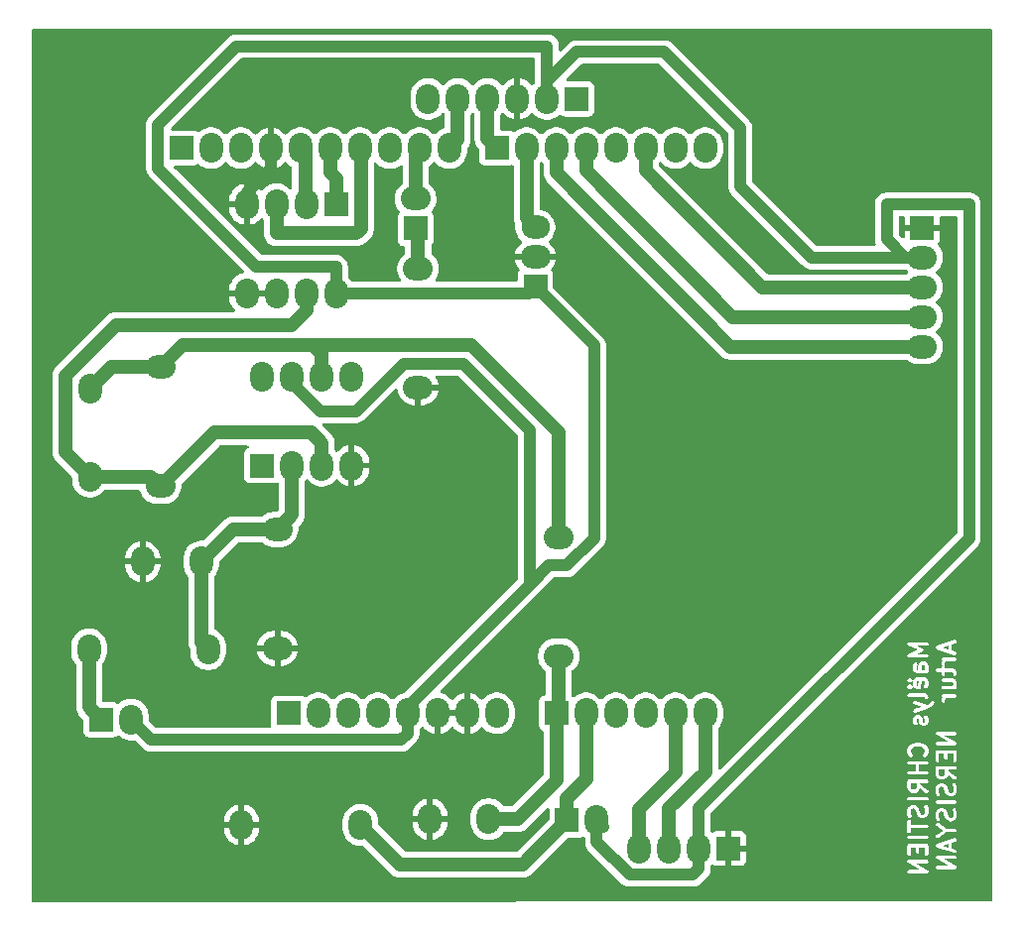
<source format=gbr>
%TF.GenerationSoftware,KiCad,Pcbnew,9.0.0*%
%TF.CreationDate,2025-03-25T15:20:39+01:00*%
%TF.ProjectId,1,312e6b69-6361-4645-9f70-636258585858,rev?*%
%TF.SameCoordinates,Original*%
%TF.FileFunction,Copper,L1,Top*%
%TF.FilePolarity,Positive*%
%FSLAX46Y46*%
G04 Gerber Fmt 4.6, Leading zero omitted, Abs format (unit mm)*
G04 Created by KiCad (PCBNEW 9.0.0) date 2025-03-25 15:20:39*
%MOMM*%
%LPD*%
G01*
G04 APERTURE LIST*
%TA.AperFunction,ComponentPad*%
%ADD10R,2.000000X2.000000*%
%TD*%
%TA.AperFunction,ComponentPad*%
%ADD11O,2.000000X2.540000*%
%TD*%
%TA.AperFunction,ComponentPad*%
%ADD12O,2.540000X2.000000*%
%TD*%
%TA.AperFunction,ComponentPad*%
%ADD13O,2.400000X2.000000*%
%TD*%
%ADD14C,0.300000*%
%TA.AperFunction,Conductor*%
%ADD15C,1.000000*%
%TD*%
%TA.AperFunction,Conductor*%
%ADD16C,1.200000*%
%TD*%
G04 APERTURE END LIST*
D10*
%TO.P,J1,1,Pin_1*%
%TO.N,unconnected-(J1-Pin_1-Pad1)*%
X127940000Y-97460000D03*
D11*
%TO.P,J1,2,Pin_2*%
%TO.N,/IOREF*%
X130480000Y-97460000D03*
%TO.P,J1,3,Pin_3*%
%TO.N,/~{RESET}*%
X133020000Y-97460000D03*
%TO.P,J1,4,Pin_4*%
%TO.N,+3V3*%
X135560000Y-97460000D03*
%TO.P,J1,5,Pin_5*%
%TO.N,+5V*%
X138100000Y-97460000D03*
%TO.P,J1,6,Pin_6*%
%TO.N,GND*%
X140640000Y-97460000D03*
%TO.P,J1,7,Pin_7*%
X143180000Y-97460000D03*
%TO.P,J1,8,Pin_8*%
%TO.N,VCC*%
X145720000Y-97460000D03*
%TD*%
D10*
%TO.P,J3,1,Pin_1*%
%TO.N,AmpliOut*%
X150800000Y-97460000D03*
D11*
%TO.P,J3,2,Pin_2*%
%TO.N,A1*%
X153340000Y-97460000D03*
%TO.P,J3,3,Pin_3*%
%TO.N,/A2*%
X155880000Y-97460000D03*
%TO.P,J3,4,Pin_4*%
%TO.N,/A3*%
X158420000Y-97460000D03*
%TO.P,J3,5,Pin_5*%
%TO.N,A4*%
X160960000Y-97460000D03*
%TO.P,J3,6,Pin_6*%
%TO.N,SCL*%
X163500000Y-97460000D03*
%TD*%
D10*
%TO.P,J2,1,Pin_1*%
%TO.N,SCL*%
X118796000Y-49200000D03*
D11*
%TO.P,J2,2,Pin_2*%
%TO.N,A4*%
X121336000Y-49200000D03*
%TO.P,J2,3,Pin_3*%
%TO.N,/AREF*%
X123876000Y-49200000D03*
%TO.P,J2,4,Pin_4*%
%TO.N,GND*%
X126416000Y-49200000D03*
%TO.P,J2,5,Pin_5*%
%TO.N,SCK*%
X128956000Y-49200000D03*
%TO.P,J2,6,Pin_6*%
%TO.N,CS*%
X131496000Y-49200000D03*
%TO.P,J2,7,Pin_7*%
%TO.N,SI*%
X134036000Y-49200000D03*
%TO.P,J2,8,Pin_8*%
%TO.N,/\u002A10*%
X136576000Y-49200000D03*
%TO.P,J2,9,Pin_9*%
%TO.N,/\u002A9*%
X139116000Y-49200000D03*
%TO.P,J2,10,Pin_10*%
%TO.N,RXD*%
X141656000Y-49200000D03*
%TD*%
D10*
%TO.P,J4,1,Pin_1*%
%TO.N,TXD*%
X145720000Y-49200000D03*
D11*
%TO.P,J4,2,Pin_2*%
%TO.N,/\u002A6*%
X148260000Y-49200000D03*
%TO.P,J4,3,Pin_3*%
%TO.N,SW*%
X150800000Y-49200000D03*
%TO.P,J4,4,Pin_4*%
%TO.N,DATA*%
X153340000Y-49200000D03*
%TO.P,J4,5,Pin_5*%
%TO.N,/\u002A3*%
X155880000Y-49200000D03*
%TO.P,J4,6,Pin_6*%
%TO.N,CLK*%
X158420000Y-49200000D03*
%TO.P,J4,7,Pin_7*%
%TO.N,/TX{slash}1*%
X160960000Y-49200000D03*
%TO.P,J4,8,Pin_8*%
%TO.N,/RX{slash}0*%
X163500000Y-49200000D03*
%TD*%
D12*
%TO.P,R3,1*%
%TO.N,Net-(C4-Pad1)*%
X117000000Y-67920000D03*
%TO.P,R3,2*%
%TO.N,R2*%
X117000000Y-78080000D03*
%TD*%
D11*
%TO.P,R5,1*%
%TO.N,Net-(Capteur1-Pin_1)*%
X110920000Y-92000000D03*
%TO.P,R5,2*%
%TO.N,Net-(LTC1050_1--)*%
X121080000Y-92000000D03*
%TD*%
D10*
%TO.P,Potent3,1,CS*%
%TO.N,CS*%
X132000000Y-54000000D03*
D11*
%TO.P,Potent3,2,SCK*%
%TO.N,SCK*%
X129460000Y-54000000D03*
%TO.P,Potent3,3,SI*%
%TO.N,SI*%
X126920000Y-54000000D03*
%TO.P,Potent3,4,VSS*%
%TO.N,GND*%
X124380000Y-54000000D03*
%TO.P,Potent3,5,A*%
X124380000Y-61620000D03*
%TO.P,Potent3,6,W*%
X126920000Y-61620000D03*
%TO.P,Potent3,7,B*%
%TO.N,R2*%
X129460000Y-61620000D03*
%TO.P,Potent3,8,VDD*%
%TO.N,+5V*%
X132000000Y-61620000D03*
%TD*%
D10*
%TO.P,Encodeur1,1,GND*%
%TO.N,GND*%
X182000000Y-56000000D03*
D12*
%TO.P,Encodeur1,2,+*%
%TO.N,+5V*%
X182000000Y-58540000D03*
%TO.P,Encodeur1,3,SW*%
%TO.N,CLK*%
X182000000Y-61080000D03*
%TO.P,Encodeur1,4,DATA*%
%TO.N,DATA*%
X182000000Y-63620000D03*
%TO.P,Encodeur1,5,CLK*%
%TO.N,SW*%
X182000000Y-66160000D03*
%TD*%
D11*
%TO.P,R7,1*%
%TO.N,GND*%
X123920000Y-107000000D03*
%TO.P,R7,2*%
%TO.N,A1*%
X134080000Y-107000000D03*
%TD*%
%TO.P,C4,1*%
%TO.N,Net-(C4-Pad1)*%
X111000000Y-69750000D03*
%TO.P,C4,2*%
%TO.N,R2*%
X111000000Y-77250000D03*
%TD*%
D10*
%TO.P,D1,1,K*%
%TO.N,Net-(D1-K)*%
X138780000Y-56070000D03*
D12*
%TO.P,D1,2,A*%
%TO.N,/\u002A9*%
X138780000Y-53530000D03*
%TD*%
D10*
%TO.P,Servo_Moteur1,1,VCC*%
%TO.N,+5V*%
X149000000Y-61040000D03*
D12*
%TO.P,Servo_Moteur1,2,GND*%
%TO.N,GND*%
X149000000Y-58500000D03*
D13*
%TO.P,Servo_Moteur1,3,-3*%
%TO.N,/\u002A6*%
X149000000Y-55960000D03*
%TD*%
D10*
%TO.P,LTC1050_1,1,GND*%
%TO.N,unconnected-(LTC1050_1-GND-Pad1)*%
X125690000Y-76310000D03*
D11*
%TO.P,LTC1050_1,2,-*%
%TO.N,Net-(LTC1050_1--)*%
X128230000Y-76310000D03*
%TO.P,LTC1050_1,3,+*%
%TO.N,R2*%
X130770000Y-76310000D03*
%TO.P,LTC1050_1,4,V-*%
%TO.N,GND*%
X133310000Y-76310000D03*
%TO.P,LTC1050_1,5,GND*%
%TO.N,unconnected-(LTC1050_1-GND-Pad5)*%
X133310000Y-68690000D03*
%TO.P,LTC1050_1,6*%
%TO.N,Net-(C4-Pad1)*%
X130770000Y-68690000D03*
%TO.P,LTC1050_1,7,V+*%
%TO.N,+5V*%
X128230000Y-68690000D03*
%TO.P,LTC1050_1,8,GND*%
%TO.N,unconnected-(LTC1050_1-GND-Pad8)*%
X125690000Y-68690000D03*
%TD*%
%TO.P,C1,1*%
%TO.N,GND*%
X115500000Y-84500000D03*
%TO.P,C1,2*%
%TO.N,Net-(LTC1050_1--)*%
X120500000Y-84500000D03*
%TD*%
D12*
%TO.P,R4,1*%
%TO.N,Net-(C4-Pad1)*%
X151000000Y-82420000D03*
%TO.P,R4,2*%
%TO.N,AmpliOut*%
X151000000Y-92580000D03*
%TD*%
D10*
%TO.P,Capteur1,1,Pin_1*%
%TO.N,Net-(Capteur1-Pin_1)*%
X111960000Y-98000000D03*
D11*
%TO.P,Capteur1,2,Pin_2*%
%TO.N,+5V*%
X114500000Y-98000000D03*
%TD*%
D10*
%TO.P,J5,1,Enable*%
%TO.N,unconnected-(J5-Enable-Pad1)*%
X152540000Y-45000000D03*
D11*
%TO.P,J5,2,VCC*%
%TO.N,+5V*%
X150000000Y-45000000D03*
%TO.P,J5,3,GND*%
%TO.N,GND*%
X147460000Y-45000000D03*
%TO.P,J5,4,Tx*%
%TO.N,TXD*%
X144920000Y-45000000D03*
%TO.P,J5,5,Rx*%
%TO.N,RXD*%
X142380000Y-45000000D03*
%TO.P,J5,6,State*%
%TO.N,unconnected-(J5-State-Pad6)*%
X139840000Y-45000000D03*
%TD*%
D10*
%TO.P,U1,1,GND*%
%TO.N,GND*%
X165500000Y-109000000D03*
D11*
%TO.P,U1,2,Vcc*%
%TO.N,+5V*%
X162960000Y-109000000D03*
%TO.P,U1,3,SCL*%
%TO.N,SCL*%
X160420000Y-109000000D03*
%TO.P,U1,4,SDA*%
%TO.N,A4*%
X157880000Y-109000000D03*
%TD*%
D12*
%TO.P,R1,1*%
%TO.N,Net-(LTC1050_1--)*%
X127000000Y-81760000D03*
%TO.P,R1,2*%
%TO.N,GND*%
X127000000Y-91920000D03*
%TD*%
D10*
%TO.P,Flex_Sensor1,1,VCC*%
%TO.N,A1*%
X151700000Y-106600000D03*
D11*
%TO.P,Flex_Sensor1,2,A1*%
%TO.N,+5V*%
X154240000Y-106600000D03*
%TD*%
%TO.P,C2,1*%
%TO.N,GND*%
X140000000Y-106500000D03*
%TO.P,C2,2*%
%TO.N,AmpliOut*%
X145000000Y-106500000D03*
%TD*%
D12*
%TO.P,R6,1*%
%TO.N,Net-(D1-K)*%
X139000000Y-59500000D03*
%TO.P,R6,2*%
%TO.N,GND*%
X139000000Y-69660000D03*
%TD*%
D14*
G36*
X184222257Y-108917824D02*
G01*
X183775168Y-108768795D01*
X184222257Y-108619765D01*
X184222257Y-108917824D01*
G37*
G36*
X181521626Y-103804815D02*
G01*
X181476919Y-103894228D01*
X181439914Y-103931233D01*
X181350502Y-103975939D01*
X181207036Y-103975939D01*
X181117623Y-103931233D01*
X181080619Y-103894229D01*
X181035912Y-103804814D01*
X181035912Y-103418796D01*
X181521626Y-103418796D01*
X181521626Y-103804815D01*
G37*
G36*
X183936542Y-102661957D02*
G01*
X183891835Y-102751370D01*
X183854830Y-102788375D01*
X183765418Y-102833081D01*
X183621952Y-102833081D01*
X183532539Y-102788375D01*
X183495535Y-102751371D01*
X183450828Y-102661956D01*
X183450828Y-102275938D01*
X183936542Y-102275938D01*
X183936542Y-102661957D01*
G37*
G36*
X181621495Y-95111740D02*
G01*
X181569144Y-95085565D01*
X181535912Y-95019100D01*
X181535912Y-94804207D01*
X181569144Y-94737742D01*
X181635608Y-94704511D01*
X181702942Y-94704511D01*
X181621495Y-95111740D01*
G37*
G36*
X182202681Y-93380600D02*
G01*
X182235912Y-93447063D01*
X182235912Y-93733386D01*
X182221779Y-93761654D01*
X181964484Y-93761654D01*
X181964484Y-93447063D01*
X181997715Y-93380599D01*
X182064179Y-93347368D01*
X182136217Y-93347368D01*
X182202681Y-93380600D01*
G37*
G36*
X184222257Y-91989254D02*
G01*
X183775168Y-91840225D01*
X184222257Y-91691195D01*
X184222257Y-91989254D01*
G37*
G36*
X185117495Y-111299749D02*
G01*
X180569245Y-111299749D01*
X180569245Y-110136416D01*
X180736278Y-110136416D01*
X180738794Y-110145640D01*
X180738794Y-110155203D01*
X180746429Y-110173635D01*
X180751678Y-110192880D01*
X180757532Y-110200439D01*
X180761192Y-110209275D01*
X180775299Y-110223382D01*
X180787513Y-110239154D01*
X180799776Y-110247859D01*
X180802576Y-110250659D01*
X180805323Y-110251797D01*
X180811491Y-110256175D01*
X181821077Y-110833082D01*
X180885912Y-110833082D01*
X180856648Y-110835964D01*
X180802576Y-110858362D01*
X180761192Y-110899746D01*
X180738794Y-110953818D01*
X180738794Y-111012346D01*
X180761192Y-111066418D01*
X180802576Y-111107802D01*
X180856648Y-111130200D01*
X180885912Y-111133082D01*
X182385912Y-111133082D01*
X182393438Y-111132340D01*
X182396390Y-111132716D01*
X182400211Y-111131673D01*
X182415176Y-111130200D01*
X182433608Y-111122564D01*
X182452853Y-111117316D01*
X182460412Y-111111461D01*
X182469248Y-111107802D01*
X182483355Y-111093694D01*
X182499127Y-111081481D01*
X182503871Y-111073178D01*
X182510632Y-111066418D01*
X182518266Y-111047987D01*
X182528165Y-111030665D01*
X182529370Y-111021179D01*
X182533030Y-111012346D01*
X182533030Y-110992396D01*
X182535546Y-110972605D01*
X182533030Y-110963379D01*
X182533030Y-110953818D01*
X182525396Y-110935389D01*
X182520147Y-110916141D01*
X182514290Y-110908579D01*
X182510632Y-110899746D01*
X182496526Y-110885640D01*
X182484311Y-110869867D01*
X182472047Y-110861161D01*
X182469248Y-110858362D01*
X182466500Y-110857223D01*
X182460333Y-110852846D01*
X181450746Y-110275939D01*
X182385912Y-110275939D01*
X182415176Y-110273057D01*
X182469248Y-110250659D01*
X182510632Y-110209275D01*
X182533030Y-110155203D01*
X182533030Y-110096675D01*
X182510632Y-110042603D01*
X182469248Y-110001219D01*
X182415176Y-109978821D01*
X182385912Y-109975939D01*
X180885912Y-109975939D01*
X180878386Y-109976680D01*
X180875435Y-109976305D01*
X180871614Y-109977347D01*
X180856648Y-109978821D01*
X180838215Y-109986456D01*
X180818971Y-109991705D01*
X180811411Y-109997559D01*
X180802576Y-110001219D01*
X180788468Y-110015326D01*
X180772697Y-110027540D01*
X180767952Y-110035842D01*
X180761192Y-110042603D01*
X180753557Y-110061033D01*
X180743659Y-110078356D01*
X180742453Y-110087841D01*
X180738794Y-110096675D01*
X180738794Y-110116624D01*
X180736278Y-110136416D01*
X180569245Y-110136416D01*
X180569245Y-109779271D01*
X183151194Y-109779271D01*
X183153710Y-109788495D01*
X183153710Y-109798058D01*
X183161345Y-109816490D01*
X183166594Y-109835735D01*
X183172448Y-109843294D01*
X183176108Y-109852130D01*
X183190215Y-109866237D01*
X183202429Y-109882009D01*
X183214692Y-109890714D01*
X183217492Y-109893514D01*
X183220239Y-109894652D01*
X183226407Y-109899030D01*
X184235993Y-110475937D01*
X183300828Y-110475937D01*
X183271564Y-110478819D01*
X183217492Y-110501217D01*
X183176108Y-110542601D01*
X183153710Y-110596673D01*
X183153710Y-110655201D01*
X183176108Y-110709273D01*
X183217492Y-110750657D01*
X183271564Y-110773055D01*
X183300828Y-110775937D01*
X184800828Y-110775937D01*
X184808354Y-110775195D01*
X184811306Y-110775571D01*
X184815127Y-110774528D01*
X184830092Y-110773055D01*
X184848524Y-110765419D01*
X184867769Y-110760171D01*
X184875328Y-110754316D01*
X184884164Y-110750657D01*
X184898271Y-110736549D01*
X184914043Y-110724336D01*
X184918787Y-110716033D01*
X184925548Y-110709273D01*
X184933182Y-110690842D01*
X184943081Y-110673520D01*
X184944286Y-110664034D01*
X184947946Y-110655201D01*
X184947946Y-110635251D01*
X184950462Y-110615460D01*
X184947946Y-110606234D01*
X184947946Y-110596673D01*
X184940312Y-110578244D01*
X184935063Y-110558996D01*
X184929206Y-110551434D01*
X184925548Y-110542601D01*
X184911442Y-110528495D01*
X184899227Y-110512722D01*
X184886963Y-110504016D01*
X184884164Y-110501217D01*
X184881416Y-110500078D01*
X184875249Y-110495701D01*
X183865662Y-109918794D01*
X184800828Y-109918794D01*
X184830092Y-109915912D01*
X184884164Y-109893514D01*
X184925548Y-109852130D01*
X184947946Y-109798058D01*
X184947946Y-109739530D01*
X184925548Y-109685458D01*
X184884164Y-109644074D01*
X184830092Y-109621676D01*
X184800828Y-109618794D01*
X183300828Y-109618794D01*
X183293302Y-109619535D01*
X183290351Y-109619160D01*
X183286530Y-109620202D01*
X183271564Y-109621676D01*
X183253131Y-109629311D01*
X183233887Y-109634560D01*
X183226327Y-109640414D01*
X183217492Y-109644074D01*
X183203384Y-109658181D01*
X183187613Y-109670395D01*
X183182868Y-109678697D01*
X183176108Y-109685458D01*
X183168473Y-109703888D01*
X183158575Y-109721211D01*
X183157369Y-109730696D01*
X183153710Y-109739530D01*
X183153710Y-109759479D01*
X183151194Y-109779271D01*
X180569245Y-109779271D01*
X180569245Y-108768796D01*
X180735912Y-108768796D01*
X180735912Y-109483082D01*
X180738794Y-109512346D01*
X180761192Y-109566418D01*
X180802576Y-109607802D01*
X180856648Y-109630200D01*
X180915176Y-109630200D01*
X180969248Y-109607802D01*
X181010632Y-109566418D01*
X181033030Y-109512346D01*
X181035912Y-109483082D01*
X181035912Y-108918796D01*
X181450198Y-108918796D01*
X181450198Y-109268796D01*
X181453080Y-109298060D01*
X181475478Y-109352132D01*
X181516862Y-109393516D01*
X181570934Y-109415914D01*
X181629462Y-109415914D01*
X181683534Y-109393516D01*
X181724918Y-109352132D01*
X181747316Y-109298060D01*
X181750198Y-109268796D01*
X181750198Y-108918796D01*
X182235912Y-108918796D01*
X182235912Y-109483082D01*
X182238794Y-109512346D01*
X182261192Y-109566418D01*
X182302576Y-109607802D01*
X182356648Y-109630200D01*
X182415176Y-109630200D01*
X182469248Y-109607802D01*
X182510632Y-109566418D01*
X182533030Y-109512346D01*
X182535912Y-109483082D01*
X182535912Y-108768796D01*
X182534064Y-108750034D01*
X183152006Y-108750034D01*
X183153339Y-108768795D01*
X183152006Y-108787556D01*
X183155395Y-108797723D01*
X183156155Y-108808415D01*
X183164566Y-108825238D01*
X183170514Y-108843080D01*
X183177536Y-108851176D01*
X183182329Y-108860762D01*
X183196537Y-108873085D01*
X183208861Y-108887294D01*
X183218446Y-108892086D01*
X183226543Y-108899109D01*
X183253394Y-108911097D01*
X184753394Y-109411098D01*
X184782068Y-109417618D01*
X184840448Y-109413468D01*
X184892795Y-109387294D01*
X184931142Y-109343080D01*
X184949651Y-109287556D01*
X184945501Y-109229176D01*
X184919328Y-109176828D01*
X184875113Y-109138481D01*
X184848262Y-109126493D01*
X184522257Y-109017824D01*
X184522257Y-108519765D01*
X184848262Y-108411097D01*
X184875113Y-108399109D01*
X184919328Y-108360762D01*
X184945501Y-108308414D01*
X184949651Y-108250034D01*
X184931142Y-108194510D01*
X184892795Y-108150296D01*
X184840448Y-108124122D01*
X184782068Y-108119972D01*
X184753394Y-108126492D01*
X183253394Y-108626493D01*
X183226543Y-108638481D01*
X183218446Y-108645503D01*
X183208861Y-108650296D01*
X183196537Y-108664504D01*
X183182329Y-108676828D01*
X183177536Y-108686413D01*
X183170514Y-108694510D01*
X183164566Y-108712351D01*
X183156155Y-108729175D01*
X183155395Y-108739866D01*
X183152006Y-108750034D01*
X182534064Y-108750034D01*
X182533030Y-108739532D01*
X182510632Y-108685460D01*
X182469248Y-108644076D01*
X182415176Y-108621678D01*
X182385912Y-108618796D01*
X180885912Y-108618796D01*
X180856648Y-108621678D01*
X180802576Y-108644076D01*
X180761192Y-108685460D01*
X180738794Y-108739532D01*
X180735912Y-108768796D01*
X180569245Y-108768796D01*
X180569245Y-108025246D01*
X180738794Y-108025246D01*
X180738794Y-108083774D01*
X180761192Y-108137846D01*
X180802576Y-108179230D01*
X180856648Y-108201628D01*
X180885912Y-108204510D01*
X182385912Y-108204510D01*
X182415176Y-108201628D01*
X182469248Y-108179230D01*
X182510632Y-108137846D01*
X182533030Y-108083774D01*
X182533030Y-108025246D01*
X182510632Y-107971174D01*
X182469248Y-107929790D01*
X182415176Y-107907392D01*
X182385912Y-107904510D01*
X180885912Y-107904510D01*
X180856648Y-107907392D01*
X180802576Y-107929790D01*
X180761192Y-107971174D01*
X180738794Y-108025246D01*
X180569245Y-108025246D01*
X180569245Y-106697368D01*
X180735912Y-106697368D01*
X180735912Y-107554511D01*
X180738794Y-107583775D01*
X180761192Y-107637847D01*
X180802576Y-107679231D01*
X180856648Y-107701629D01*
X180915176Y-107701629D01*
X180969248Y-107679231D01*
X181010632Y-107637847D01*
X181033030Y-107583775D01*
X181035912Y-107554511D01*
X181035912Y-107275939D01*
X182385912Y-107275939D01*
X182415176Y-107273057D01*
X182469248Y-107250659D01*
X182510632Y-107209275D01*
X182533030Y-107155203D01*
X182533030Y-107096675D01*
X182510632Y-107042603D01*
X182469248Y-107001219D01*
X182433543Y-106986429D01*
X183150865Y-106986429D01*
X183163562Y-107043561D01*
X183197155Y-107091488D01*
X183220297Y-107109630D01*
X183807147Y-107483081D01*
X183220297Y-107856532D01*
X183197155Y-107874674D01*
X183163562Y-107922601D01*
X183150865Y-107979733D01*
X183160999Y-108037376D01*
X183192421Y-108086754D01*
X183240348Y-108120347D01*
X183297480Y-108133044D01*
X183355123Y-108122910D01*
X183381359Y-108109630D01*
X184130221Y-107633081D01*
X184800828Y-107633081D01*
X184830092Y-107630199D01*
X184884164Y-107607801D01*
X184925548Y-107566417D01*
X184947946Y-107512345D01*
X184947946Y-107453817D01*
X184925548Y-107399745D01*
X184884164Y-107358361D01*
X184830092Y-107335963D01*
X184800828Y-107333081D01*
X184130221Y-107333081D01*
X183381359Y-106856532D01*
X183355123Y-106843252D01*
X183297480Y-106833118D01*
X183240348Y-106845815D01*
X183192421Y-106879408D01*
X183160999Y-106928786D01*
X183150865Y-106986429D01*
X182433543Y-106986429D01*
X182415176Y-106978821D01*
X182385912Y-106975939D01*
X181035912Y-106975939D01*
X181035912Y-106697368D01*
X181033030Y-106668104D01*
X181010632Y-106614032D01*
X180969248Y-106572648D01*
X180915176Y-106550250D01*
X180856648Y-106550250D01*
X180802576Y-106572648D01*
X180761192Y-106614032D01*
X180738794Y-106668104D01*
X180735912Y-106697368D01*
X180569245Y-106697368D01*
X180569245Y-105697368D01*
X180735912Y-105697368D01*
X180735912Y-106054511D01*
X180737370Y-106069322D01*
X180737090Y-106073272D01*
X180738271Y-106078466D01*
X180738794Y-106083775D01*
X180740311Y-106087437D01*
X180743610Y-106101945D01*
X180815038Y-106316231D01*
X180827027Y-106343082D01*
X180865374Y-106387296D01*
X180917722Y-106413470D01*
X180976102Y-106417619D01*
X181031626Y-106399111D01*
X181075840Y-106360763D01*
X181102014Y-106308416D01*
X181106163Y-106250036D01*
X181099643Y-106221362D01*
X181035912Y-106030170D01*
X181035912Y-105732778D01*
X181080619Y-105643363D01*
X181117623Y-105606359D01*
X181207036Y-105561654D01*
X181279074Y-105561654D01*
X181368485Y-105606359D01*
X181405490Y-105643364D01*
X181458670Y-105749724D01*
X181526105Y-106019462D01*
X181526875Y-106021617D01*
X181526952Y-106022701D01*
X181531619Y-106034897D01*
X181535998Y-106047153D01*
X181536642Y-106048023D01*
X181537462Y-106050164D01*
X181608891Y-106193022D01*
X181616819Y-106205617D01*
X181618335Y-106209276D01*
X181621714Y-106213393D01*
X181624556Y-106217908D01*
X181627550Y-106220504D01*
X181636990Y-106232007D01*
X181708419Y-106303435D01*
X181719919Y-106312873D01*
X181722516Y-106315867D01*
X181727028Y-106318707D01*
X181731149Y-106322089D01*
X181734808Y-106323604D01*
X181747402Y-106331532D01*
X181890258Y-106402961D01*
X181917722Y-106413470D01*
X181923096Y-106413851D01*
X181928077Y-106415915D01*
X181957341Y-106418797D01*
X182100198Y-106418797D01*
X182129462Y-106415915D01*
X182134442Y-106413851D01*
X182139817Y-106413470D01*
X182167280Y-106402961D01*
X182310137Y-106331532D01*
X182322732Y-106323603D01*
X182326389Y-106322089D01*
X182330506Y-106318709D01*
X182335023Y-106315867D01*
X182337620Y-106312872D01*
X182349120Y-106303435D01*
X182420549Y-106232007D01*
X182429988Y-106220504D01*
X182432984Y-106217907D01*
X182435825Y-106213392D01*
X182439204Y-106209276D01*
X182440719Y-106205617D01*
X182448648Y-106193021D01*
X182520077Y-106050163D01*
X182530586Y-106022700D01*
X182530967Y-106017324D01*
X182533030Y-106012346D01*
X182535912Y-105983082D01*
X182535912Y-105983081D01*
X183150828Y-105983081D01*
X183150828Y-106340224D01*
X183152286Y-106355035D01*
X183152006Y-106358985D01*
X183153187Y-106364179D01*
X183153710Y-106369488D01*
X183155227Y-106373150D01*
X183158526Y-106387658D01*
X183229954Y-106601944D01*
X183241943Y-106628795D01*
X183280290Y-106673009D01*
X183332638Y-106699183D01*
X183391018Y-106703332D01*
X183446542Y-106684824D01*
X183490756Y-106646476D01*
X183516930Y-106594129D01*
X183521079Y-106535749D01*
X183514559Y-106507075D01*
X183450828Y-106315883D01*
X183450828Y-106018491D01*
X183495535Y-105929076D01*
X183532539Y-105892072D01*
X183621952Y-105847367D01*
X183693990Y-105847367D01*
X183783401Y-105892072D01*
X183820406Y-105929077D01*
X183873586Y-106035437D01*
X183941021Y-106305175D01*
X183941791Y-106307330D01*
X183941868Y-106308414D01*
X183946535Y-106320610D01*
X183950914Y-106332866D01*
X183951558Y-106333736D01*
X183952378Y-106335877D01*
X184023807Y-106478735D01*
X184031735Y-106491330D01*
X184033251Y-106494989D01*
X184036630Y-106499106D01*
X184039472Y-106503621D01*
X184042466Y-106506217D01*
X184051906Y-106517720D01*
X184123335Y-106589148D01*
X184134835Y-106598586D01*
X184137432Y-106601580D01*
X184141944Y-106604420D01*
X184146065Y-106607802D01*
X184149724Y-106609317D01*
X184162318Y-106617245D01*
X184305174Y-106688674D01*
X184332638Y-106699183D01*
X184338012Y-106699564D01*
X184342993Y-106701628D01*
X184372257Y-106704510D01*
X184515114Y-106704510D01*
X184544378Y-106701628D01*
X184549358Y-106699564D01*
X184554733Y-106699183D01*
X184582196Y-106688674D01*
X184725053Y-106617245D01*
X184737648Y-106609316D01*
X184741305Y-106607802D01*
X184745422Y-106604422D01*
X184749939Y-106601580D01*
X184752536Y-106598585D01*
X184764036Y-106589148D01*
X184835465Y-106517720D01*
X184844904Y-106506217D01*
X184847900Y-106503620D01*
X184850741Y-106499105D01*
X184854120Y-106494989D01*
X184855635Y-106491330D01*
X184863564Y-106478734D01*
X184934993Y-106335876D01*
X184945502Y-106308413D01*
X184945883Y-106303037D01*
X184947946Y-106298059D01*
X184950828Y-106268795D01*
X184950828Y-105911653D01*
X184949369Y-105896847D01*
X184949651Y-105892893D01*
X184948468Y-105887691D01*
X184947946Y-105882389D01*
X184946430Y-105878731D01*
X184943131Y-105864219D01*
X184871703Y-105649933D01*
X184859715Y-105623082D01*
X184821367Y-105578868D01*
X184769020Y-105552694D01*
X184710640Y-105548544D01*
X184655115Y-105567052D01*
X184610901Y-105605400D01*
X184584727Y-105657747D01*
X184580577Y-105716127D01*
X184587097Y-105744801D01*
X184650828Y-105935995D01*
X184650828Y-106233385D01*
X184606122Y-106322797D01*
X184569118Y-106359802D01*
X184479704Y-106404510D01*
X184407667Y-106404510D01*
X184318253Y-106359802D01*
X184281248Y-106322798D01*
X184228069Y-106216439D01*
X184160635Y-105946701D01*
X184159863Y-105944542D01*
X184159787Y-105943462D01*
X184155126Y-105931281D01*
X184150742Y-105919010D01*
X184150097Y-105918140D01*
X184149278Y-105915998D01*
X184077849Y-105773142D01*
X184069921Y-105760548D01*
X184068406Y-105756889D01*
X184065024Y-105752768D01*
X184062184Y-105748256D01*
X184059190Y-105745659D01*
X184049752Y-105734159D01*
X183978324Y-105662730D01*
X183966821Y-105653290D01*
X183964225Y-105650296D01*
X183959710Y-105647454D01*
X183955593Y-105644075D01*
X183951934Y-105642559D01*
X183939339Y-105634631D01*
X183796482Y-105563203D01*
X183769018Y-105552693D01*
X183763642Y-105552311D01*
X183758664Y-105550249D01*
X183729400Y-105547367D01*
X183586542Y-105547367D01*
X183557278Y-105550249D01*
X183552299Y-105552311D01*
X183546924Y-105552693D01*
X183519461Y-105563203D01*
X183376603Y-105634631D01*
X183364008Y-105642559D01*
X183360349Y-105644075D01*
X183356228Y-105647456D01*
X183351718Y-105650296D01*
X183349123Y-105653287D01*
X183337618Y-105662730D01*
X183266190Y-105734159D01*
X183256752Y-105745658D01*
X183253758Y-105748256D01*
X183250915Y-105752772D01*
X183247536Y-105756890D01*
X183246021Y-105760546D01*
X183238093Y-105773142D01*
X183166664Y-105915999D01*
X183156155Y-105943462D01*
X183155773Y-105948836D01*
X183153710Y-105953817D01*
X183150828Y-105983081D01*
X182535912Y-105983081D01*
X182535912Y-105625940D01*
X182534453Y-105611134D01*
X182534735Y-105607180D01*
X182533552Y-105601978D01*
X182533030Y-105596676D01*
X182531514Y-105593018D01*
X182528215Y-105578506D01*
X182456787Y-105364220D01*
X182444799Y-105337369D01*
X182406451Y-105293155D01*
X182354104Y-105266981D01*
X182295724Y-105262831D01*
X182240199Y-105281339D01*
X182195985Y-105319687D01*
X182169811Y-105372034D01*
X182165661Y-105430414D01*
X182172181Y-105459088D01*
X182235912Y-105650282D01*
X182235912Y-105947672D01*
X182191206Y-106037084D01*
X182154202Y-106074089D01*
X182064788Y-106118797D01*
X181992751Y-106118797D01*
X181903337Y-106074089D01*
X181866332Y-106037085D01*
X181813153Y-105930726D01*
X181745719Y-105660988D01*
X181744947Y-105658829D01*
X181744871Y-105657749D01*
X181740210Y-105645568D01*
X181735826Y-105633297D01*
X181735181Y-105632427D01*
X181734362Y-105630285D01*
X181662933Y-105487429D01*
X181655005Y-105474835D01*
X181653490Y-105471176D01*
X181650108Y-105467055D01*
X181647268Y-105462543D01*
X181644274Y-105459946D01*
X181634836Y-105448446D01*
X181563408Y-105377017D01*
X181551905Y-105367577D01*
X181549309Y-105364583D01*
X181544794Y-105361741D01*
X181540677Y-105358362D01*
X181537018Y-105356846D01*
X181524423Y-105348918D01*
X181381566Y-105277490D01*
X181354102Y-105266980D01*
X181348726Y-105266598D01*
X181343748Y-105264536D01*
X181314484Y-105261654D01*
X181171626Y-105261654D01*
X181142362Y-105264536D01*
X181137383Y-105266598D01*
X181132008Y-105266980D01*
X181104545Y-105277490D01*
X180961687Y-105348918D01*
X180949092Y-105356846D01*
X180945433Y-105358362D01*
X180941312Y-105361743D01*
X180936802Y-105364583D01*
X180934207Y-105367574D01*
X180922702Y-105377017D01*
X180851274Y-105448446D01*
X180841836Y-105459945D01*
X180838842Y-105462543D01*
X180835999Y-105467059D01*
X180832620Y-105471177D01*
X180831105Y-105474833D01*
X180823177Y-105487429D01*
X180751748Y-105630286D01*
X180741239Y-105657749D01*
X180740857Y-105663123D01*
X180738794Y-105668104D01*
X180735912Y-105697368D01*
X180569245Y-105697368D01*
X180569245Y-105025245D01*
X183153710Y-105025245D01*
X183153710Y-105083773D01*
X183176108Y-105137845D01*
X183217492Y-105179229D01*
X183271564Y-105201627D01*
X183300828Y-105204509D01*
X184800828Y-105204509D01*
X184830092Y-105201627D01*
X184884164Y-105179229D01*
X184925548Y-105137845D01*
X184947946Y-105083773D01*
X184947946Y-105025245D01*
X184925548Y-104971173D01*
X184884164Y-104929789D01*
X184830092Y-104907391D01*
X184800828Y-104904509D01*
X183300828Y-104904509D01*
X183271564Y-104907391D01*
X183217492Y-104929789D01*
X183176108Y-104971173D01*
X183153710Y-105025245D01*
X180569245Y-105025245D01*
X180569245Y-104739532D01*
X180738794Y-104739532D01*
X180738794Y-104798060D01*
X180761192Y-104852132D01*
X180802576Y-104893516D01*
X180856648Y-104915914D01*
X180885912Y-104918796D01*
X182385912Y-104918796D01*
X182415176Y-104915914D01*
X182469248Y-104893516D01*
X182510632Y-104852132D01*
X182533030Y-104798060D01*
X182533030Y-104739532D01*
X182510632Y-104685460D01*
X182469248Y-104644076D01*
X182415176Y-104621678D01*
X182385912Y-104618796D01*
X180885912Y-104618796D01*
X180856648Y-104621678D01*
X180802576Y-104644076D01*
X180761192Y-104685460D01*
X180738794Y-104739532D01*
X180569245Y-104739532D01*
X180569245Y-103268796D01*
X180735912Y-103268796D01*
X180735912Y-103840225D01*
X180738794Y-103869489D01*
X180740857Y-103874469D01*
X180741239Y-103879844D01*
X180751748Y-103907307D01*
X180823177Y-104050164D01*
X180831105Y-104062759D01*
X180832620Y-104066416D01*
X180835999Y-104070533D01*
X180838842Y-104075050D01*
X180841836Y-104077647D01*
X180851274Y-104089147D01*
X180922702Y-104160576D01*
X180934207Y-104170018D01*
X180936802Y-104173010D01*
X180941312Y-104175849D01*
X180945433Y-104179231D01*
X180949092Y-104180746D01*
X180961687Y-104188675D01*
X181104545Y-104260103D01*
X181132008Y-104270613D01*
X181137383Y-104270994D01*
X181142362Y-104273057D01*
X181171626Y-104275939D01*
X181385912Y-104275939D01*
X181415176Y-104273057D01*
X181420154Y-104270994D01*
X181425530Y-104270613D01*
X181452994Y-104260103D01*
X181595851Y-104188675D01*
X181608444Y-104180747D01*
X181612104Y-104179232D01*
X181616223Y-104175850D01*
X181620737Y-104173010D01*
X181623333Y-104170016D01*
X181634835Y-104160577D01*
X181706264Y-104089148D01*
X181715705Y-104077643D01*
X181718697Y-104075049D01*
X181721535Y-104070539D01*
X181724919Y-104066417D01*
X181726435Y-104062755D01*
X181734362Y-104050164D01*
X181805790Y-103907306D01*
X181807104Y-103903871D01*
X182299893Y-104248824D01*
X182325519Y-104263245D01*
X182382661Y-104275904D01*
X182440297Y-104265733D01*
X182489654Y-104234280D01*
X182523218Y-104186332D01*
X182535877Y-104129190D01*
X182525706Y-104071554D01*
X182494253Y-104022197D01*
X182471931Y-104003054D01*
X182239317Y-103840224D01*
X183150828Y-103840224D01*
X183150828Y-104197367D01*
X183152286Y-104212178D01*
X183152006Y-104216128D01*
X183153187Y-104221322D01*
X183153710Y-104226631D01*
X183155227Y-104230293D01*
X183158526Y-104244801D01*
X183229954Y-104459087D01*
X183241943Y-104485938D01*
X183280290Y-104530152D01*
X183332638Y-104556326D01*
X183391018Y-104560475D01*
X183446542Y-104541967D01*
X183490756Y-104503619D01*
X183516930Y-104451272D01*
X183521079Y-104392892D01*
X183514559Y-104364218D01*
X183450828Y-104173026D01*
X183450828Y-103875634D01*
X183495535Y-103786219D01*
X183532539Y-103749215D01*
X183621952Y-103704510D01*
X183693990Y-103704510D01*
X183783401Y-103749215D01*
X183820406Y-103786220D01*
X183873586Y-103892580D01*
X183941021Y-104162318D01*
X183941791Y-104164473D01*
X183941868Y-104165557D01*
X183946535Y-104177753D01*
X183950914Y-104190009D01*
X183951558Y-104190879D01*
X183952378Y-104193020D01*
X184023807Y-104335878D01*
X184031735Y-104348473D01*
X184033251Y-104352132D01*
X184036630Y-104356249D01*
X184039472Y-104360764D01*
X184042466Y-104363360D01*
X184051906Y-104374863D01*
X184123335Y-104446291D01*
X184134835Y-104455729D01*
X184137432Y-104458723D01*
X184141944Y-104461563D01*
X184146065Y-104464945D01*
X184149724Y-104466460D01*
X184162318Y-104474388D01*
X184305174Y-104545817D01*
X184332638Y-104556326D01*
X184338012Y-104556707D01*
X184342993Y-104558771D01*
X184372257Y-104561653D01*
X184515114Y-104561653D01*
X184544378Y-104558771D01*
X184549358Y-104556707D01*
X184554733Y-104556326D01*
X184582196Y-104545817D01*
X184725053Y-104474388D01*
X184737648Y-104466459D01*
X184741305Y-104464945D01*
X184745422Y-104461565D01*
X184749939Y-104458723D01*
X184752536Y-104455728D01*
X184764036Y-104446291D01*
X184835465Y-104374863D01*
X184844904Y-104363360D01*
X184847900Y-104360763D01*
X184850741Y-104356248D01*
X184854120Y-104352132D01*
X184855635Y-104348473D01*
X184863564Y-104335877D01*
X184934993Y-104193019D01*
X184945502Y-104165556D01*
X184945883Y-104160180D01*
X184947946Y-104155202D01*
X184950828Y-104125938D01*
X184950828Y-103768796D01*
X184949369Y-103753990D01*
X184949651Y-103750036D01*
X184948468Y-103744834D01*
X184947946Y-103739532D01*
X184946430Y-103735874D01*
X184943131Y-103721362D01*
X184871703Y-103507076D01*
X184859715Y-103480225D01*
X184821367Y-103436011D01*
X184769020Y-103409837D01*
X184710640Y-103405687D01*
X184655115Y-103424195D01*
X184610901Y-103462543D01*
X184584727Y-103514890D01*
X184580577Y-103573270D01*
X184587097Y-103601944D01*
X184650828Y-103793138D01*
X184650828Y-104090528D01*
X184606122Y-104179940D01*
X184569118Y-104216945D01*
X184479704Y-104261653D01*
X184407667Y-104261653D01*
X184318253Y-104216945D01*
X184281248Y-104179941D01*
X184228069Y-104073582D01*
X184160635Y-103803844D01*
X184159863Y-103801685D01*
X184159787Y-103800605D01*
X184155126Y-103788424D01*
X184150742Y-103776153D01*
X184150097Y-103775283D01*
X184149278Y-103773141D01*
X184077849Y-103630285D01*
X184069921Y-103617691D01*
X184068406Y-103614032D01*
X184065024Y-103609911D01*
X184062184Y-103605399D01*
X184059190Y-103602802D01*
X184049752Y-103591302D01*
X183978324Y-103519873D01*
X183966821Y-103510433D01*
X183964225Y-103507439D01*
X183959710Y-103504597D01*
X183955593Y-103501218D01*
X183951934Y-103499702D01*
X183939339Y-103491774D01*
X183796482Y-103420346D01*
X183769018Y-103409836D01*
X183763642Y-103409454D01*
X183758664Y-103407392D01*
X183729400Y-103404510D01*
X183586542Y-103404510D01*
X183557278Y-103407392D01*
X183552299Y-103409454D01*
X183546924Y-103409836D01*
X183519461Y-103420346D01*
X183376603Y-103491774D01*
X183364008Y-103499702D01*
X183360349Y-103501218D01*
X183356228Y-103504599D01*
X183351718Y-103507439D01*
X183349123Y-103510430D01*
X183337618Y-103519873D01*
X183266190Y-103591302D01*
X183256752Y-103602801D01*
X183253758Y-103605399D01*
X183250915Y-103609915D01*
X183247536Y-103614033D01*
X183246021Y-103617689D01*
X183238093Y-103630285D01*
X183166664Y-103773142D01*
X183156155Y-103800605D01*
X183155773Y-103805979D01*
X183153710Y-103810960D01*
X183150828Y-103840224D01*
X182239317Y-103840224D01*
X181821626Y-103547840D01*
X181821626Y-103418796D01*
X182385912Y-103418796D01*
X182415176Y-103415914D01*
X182469248Y-103393516D01*
X182510632Y-103352132D01*
X182533030Y-103298060D01*
X182533030Y-103239532D01*
X182510632Y-103185460D01*
X182469248Y-103144076D01*
X182415176Y-103121678D01*
X182385912Y-103118796D01*
X180885912Y-103118796D01*
X180856648Y-103121678D01*
X180802576Y-103144076D01*
X180761192Y-103185460D01*
X180738794Y-103239532D01*
X180735912Y-103268796D01*
X180569245Y-103268796D01*
X180569245Y-101668103D01*
X180738794Y-101668103D01*
X180738794Y-101726631D01*
X180761192Y-101780703D01*
X180802576Y-101822087D01*
X180856648Y-101844485D01*
X180885912Y-101847367D01*
X181450198Y-101847367D01*
X181450198Y-102404510D01*
X180885912Y-102404510D01*
X180856648Y-102407392D01*
X180802576Y-102429790D01*
X180761192Y-102471174D01*
X180738794Y-102525246D01*
X180738794Y-102583774D01*
X180761192Y-102637846D01*
X180802576Y-102679230D01*
X180856648Y-102701628D01*
X180885912Y-102704510D01*
X182385912Y-102704510D01*
X182415176Y-102701628D01*
X182469248Y-102679230D01*
X182510632Y-102637846D01*
X182533030Y-102583774D01*
X182533030Y-102525246D01*
X182510632Y-102471174D01*
X182469248Y-102429790D01*
X182415176Y-102407392D01*
X182385912Y-102404510D01*
X181750198Y-102404510D01*
X181750198Y-102125938D01*
X183150828Y-102125938D01*
X183150828Y-102697367D01*
X183153710Y-102726631D01*
X183155773Y-102731611D01*
X183156155Y-102736986D01*
X183166664Y-102764449D01*
X183238093Y-102907306D01*
X183246021Y-102919901D01*
X183247536Y-102923558D01*
X183250915Y-102927675D01*
X183253758Y-102932192D01*
X183256752Y-102934789D01*
X183266190Y-102946289D01*
X183337618Y-103017718D01*
X183349123Y-103027160D01*
X183351718Y-103030152D01*
X183356228Y-103032991D01*
X183360349Y-103036373D01*
X183364008Y-103037888D01*
X183376603Y-103045817D01*
X183519461Y-103117245D01*
X183546924Y-103127755D01*
X183552299Y-103128136D01*
X183557278Y-103130199D01*
X183586542Y-103133081D01*
X183800828Y-103133081D01*
X183830092Y-103130199D01*
X183835070Y-103128136D01*
X183840446Y-103127755D01*
X183867910Y-103117245D01*
X184010767Y-103045817D01*
X184023360Y-103037889D01*
X184027020Y-103036374D01*
X184031139Y-103032992D01*
X184035653Y-103030152D01*
X184038249Y-103027158D01*
X184049751Y-103017719D01*
X184121180Y-102946290D01*
X184130621Y-102934785D01*
X184133613Y-102932191D01*
X184136451Y-102927681D01*
X184139835Y-102923559D01*
X184141351Y-102919897D01*
X184149278Y-102907306D01*
X184220706Y-102764448D01*
X184222020Y-102761013D01*
X184714809Y-103105966D01*
X184740435Y-103120387D01*
X184797577Y-103133046D01*
X184855213Y-103122875D01*
X184904570Y-103091422D01*
X184938134Y-103043474D01*
X184950793Y-102986332D01*
X184940622Y-102928696D01*
X184909169Y-102879339D01*
X184886847Y-102860196D01*
X184236542Y-102404982D01*
X184236542Y-102275938D01*
X184800828Y-102275938D01*
X184830092Y-102273056D01*
X184884164Y-102250658D01*
X184925548Y-102209274D01*
X184947946Y-102155202D01*
X184947946Y-102096674D01*
X184925548Y-102042602D01*
X184884164Y-102001218D01*
X184830092Y-101978820D01*
X184800828Y-101975938D01*
X183300828Y-101975938D01*
X183271564Y-101978820D01*
X183217492Y-102001218D01*
X183176108Y-102042602D01*
X183153710Y-102096674D01*
X183150828Y-102125938D01*
X181750198Y-102125938D01*
X181750198Y-101847367D01*
X182385912Y-101847367D01*
X182415176Y-101844485D01*
X182469248Y-101822087D01*
X182510632Y-101780703D01*
X182533030Y-101726631D01*
X182533030Y-101668103D01*
X182510632Y-101614031D01*
X182469248Y-101572647D01*
X182415176Y-101550249D01*
X182385912Y-101547367D01*
X180885912Y-101547367D01*
X180856648Y-101550249D01*
X180802576Y-101572647D01*
X180761192Y-101614031D01*
X180738794Y-101668103D01*
X180569245Y-101668103D01*
X180569245Y-100625939D01*
X180735912Y-100625939D01*
X180735912Y-100768796D01*
X180737370Y-100783607D01*
X180737090Y-100787557D01*
X180738271Y-100792751D01*
X180738794Y-100798060D01*
X180740311Y-100801722D01*
X180743610Y-100816230D01*
X180815038Y-101030516D01*
X180827027Y-101057367D01*
X180830557Y-101061437D01*
X180832620Y-101066417D01*
X180851275Y-101089148D01*
X180922703Y-101160576D01*
X180945433Y-101179231D01*
X180999506Y-101201627D01*
X181058032Y-101201627D01*
X181112104Y-101179231D01*
X181153490Y-101137845D01*
X181175886Y-101083773D01*
X181175886Y-101025247D01*
X181153490Y-100971174D01*
X181134835Y-100948444D01*
X181088445Y-100902054D01*
X181035912Y-100744455D01*
X181035912Y-100650279D01*
X181088445Y-100492680D01*
X181189052Y-100392073D01*
X181295411Y-100338894D01*
X181547233Y-100275939D01*
X181724591Y-100275939D01*
X181976412Y-100338893D01*
X182082772Y-100392074D01*
X182183378Y-100492679D01*
X182235912Y-100650281D01*
X182235912Y-100744453D01*
X182183378Y-100902055D01*
X182136990Y-100948443D01*
X182118335Y-100971174D01*
X182095937Y-101025246D01*
X182095937Y-101083772D01*
X182118334Y-101137844D01*
X182159719Y-101179230D01*
X182213791Y-101201628D01*
X182272317Y-101201628D01*
X182326389Y-101179231D01*
X182349120Y-101160577D01*
X182420549Y-101089149D01*
X182439204Y-101066418D01*
X182441265Y-101061441D01*
X182444799Y-101057367D01*
X182456787Y-101030516D01*
X182528215Y-100816230D01*
X182531514Y-100801717D01*
X182533030Y-100798060D01*
X182533552Y-100792757D01*
X182534735Y-100787556D01*
X182534453Y-100783601D01*
X182535912Y-100768796D01*
X182535912Y-100768795D01*
X183150828Y-100768795D01*
X183150828Y-101483081D01*
X183153710Y-101512345D01*
X183176108Y-101566417D01*
X183217492Y-101607801D01*
X183271564Y-101630199D01*
X183330092Y-101630199D01*
X183384164Y-101607801D01*
X183425548Y-101566417D01*
X183447946Y-101512345D01*
X183450828Y-101483081D01*
X183450828Y-100918795D01*
X183865114Y-100918795D01*
X183865114Y-101268795D01*
X183867996Y-101298059D01*
X183890394Y-101352131D01*
X183931778Y-101393515D01*
X183985850Y-101415913D01*
X184044378Y-101415913D01*
X184098450Y-101393515D01*
X184139834Y-101352131D01*
X184162232Y-101298059D01*
X184165114Y-101268795D01*
X184165114Y-100918795D01*
X184650828Y-100918795D01*
X184650828Y-101483081D01*
X184653710Y-101512345D01*
X184676108Y-101566417D01*
X184717492Y-101607801D01*
X184771564Y-101630199D01*
X184830092Y-101630199D01*
X184884164Y-101607801D01*
X184925548Y-101566417D01*
X184947946Y-101512345D01*
X184950828Y-101483081D01*
X184950828Y-100768795D01*
X184947946Y-100739531D01*
X184925548Y-100685459D01*
X184884164Y-100644075D01*
X184830092Y-100621677D01*
X184800828Y-100618795D01*
X183300828Y-100618795D01*
X183271564Y-100621677D01*
X183217492Y-100644075D01*
X183176108Y-100685459D01*
X183153710Y-100739531D01*
X183150828Y-100768795D01*
X182535912Y-100768795D01*
X182535912Y-100625939D01*
X182534453Y-100611133D01*
X182534735Y-100607179D01*
X182533552Y-100601977D01*
X182533030Y-100596675D01*
X182531514Y-100593017D01*
X182528215Y-100578505D01*
X182456787Y-100364219D01*
X182444799Y-100337368D01*
X182441267Y-100333296D01*
X182439205Y-100328317D01*
X182420550Y-100305587D01*
X182277692Y-100162730D01*
X182266190Y-100153290D01*
X182263594Y-100150297D01*
X182259080Y-100147456D01*
X182254961Y-100144075D01*
X182251301Y-100142559D01*
X182238708Y-100134632D01*
X182095851Y-100063203D01*
X182093710Y-100062383D01*
X182092840Y-100061739D01*
X182080562Y-100057352D01*
X182068388Y-100052694D01*
X182067307Y-100052617D01*
X182065149Y-100051846D01*
X181779435Y-99980418D01*
X181774363Y-99979668D01*
X181772319Y-99978821D01*
X181761296Y-99977735D01*
X181750346Y-99976116D01*
X181748158Y-99976441D01*
X181743055Y-99975939D01*
X181528769Y-99975939D01*
X181523665Y-99976441D01*
X181521478Y-99976116D01*
X181510527Y-99977735D01*
X181499505Y-99978821D01*
X181497460Y-99979668D01*
X181492389Y-99980418D01*
X181206675Y-100051846D01*
X181204516Y-100052617D01*
X181203436Y-100052694D01*
X181191255Y-100057354D01*
X181178984Y-100061739D01*
X181178114Y-100062383D01*
X181175972Y-100063203D01*
X181033116Y-100134632D01*
X181020524Y-100142558D01*
X181016862Y-100144075D01*
X181012739Y-100147458D01*
X181008230Y-100150297D01*
X181005634Y-100153289D01*
X180994132Y-100162730D01*
X180851275Y-100305587D01*
X180832620Y-100328318D01*
X180830557Y-100333297D01*
X180827027Y-100337368D01*
X180815038Y-100364219D01*
X180743610Y-100578505D01*
X180740311Y-100593012D01*
X180738794Y-100596675D01*
X180738271Y-100601983D01*
X180737090Y-100607178D01*
X180737370Y-100611127D01*
X180735912Y-100625939D01*
X180569245Y-100625939D01*
X180569245Y-99207843D01*
X183151194Y-99207843D01*
X183153710Y-99217067D01*
X183153710Y-99226630D01*
X183161345Y-99245062D01*
X183166594Y-99264307D01*
X183172448Y-99271866D01*
X183176108Y-99280702D01*
X183190215Y-99294809D01*
X183202429Y-99310581D01*
X183214692Y-99319286D01*
X183217492Y-99322086D01*
X183220239Y-99323224D01*
X183226407Y-99327602D01*
X184235993Y-99904509D01*
X183300828Y-99904509D01*
X183271564Y-99907391D01*
X183217492Y-99929789D01*
X183176108Y-99971173D01*
X183153710Y-100025245D01*
X183153710Y-100083773D01*
X183176108Y-100137845D01*
X183217492Y-100179229D01*
X183271564Y-100201627D01*
X183300828Y-100204509D01*
X184800828Y-100204509D01*
X184808354Y-100203767D01*
X184811306Y-100204143D01*
X184815127Y-100203100D01*
X184830092Y-100201627D01*
X184848524Y-100193991D01*
X184867769Y-100188743D01*
X184875328Y-100182888D01*
X184884164Y-100179229D01*
X184898271Y-100165121D01*
X184914043Y-100152908D01*
X184918787Y-100144605D01*
X184925548Y-100137845D01*
X184933182Y-100119414D01*
X184943081Y-100102092D01*
X184944286Y-100092606D01*
X184947946Y-100083773D01*
X184947946Y-100063823D01*
X184950462Y-100044032D01*
X184947946Y-100034806D01*
X184947946Y-100025245D01*
X184940312Y-100006816D01*
X184935063Y-99987568D01*
X184929206Y-99980006D01*
X184925548Y-99971173D01*
X184911442Y-99957067D01*
X184899227Y-99941294D01*
X184886963Y-99932588D01*
X184884164Y-99929789D01*
X184881416Y-99928650D01*
X184875249Y-99924273D01*
X183865662Y-99347366D01*
X184800828Y-99347366D01*
X184830092Y-99344484D01*
X184884164Y-99322086D01*
X184925548Y-99280702D01*
X184947946Y-99226630D01*
X184947946Y-99168102D01*
X184925548Y-99114030D01*
X184884164Y-99072646D01*
X184830092Y-99050248D01*
X184800828Y-99047366D01*
X183300828Y-99047366D01*
X183293302Y-99048107D01*
X183290351Y-99047732D01*
X183286530Y-99048774D01*
X183271564Y-99050248D01*
X183253131Y-99057883D01*
X183233887Y-99063132D01*
X183226327Y-99068986D01*
X183217492Y-99072646D01*
X183203384Y-99086753D01*
X183187613Y-99098967D01*
X183182868Y-99107269D01*
X183176108Y-99114030D01*
X183168473Y-99132460D01*
X183158575Y-99149783D01*
X183157369Y-99159268D01*
X183153710Y-99168102D01*
X183153710Y-99188051D01*
X183151194Y-99207843D01*
X180569245Y-99207843D01*
X180569245Y-97983082D01*
X181235912Y-97983082D01*
X181235912Y-98197367D01*
X181238794Y-98226631D01*
X181240857Y-98231611D01*
X181241239Y-98236986D01*
X181251748Y-98264449D01*
X181323177Y-98407306D01*
X181338842Y-98432192D01*
X181383057Y-98470538D01*
X181438580Y-98489046D01*
X181496960Y-98484897D01*
X181549309Y-98458723D01*
X181587656Y-98414507D01*
X181606163Y-98358985D01*
X181602014Y-98300605D01*
X181591505Y-98273141D01*
X181535912Y-98161956D01*
X181535912Y-98018492D01*
X181569144Y-97952027D01*
X181635608Y-97918796D01*
X181636217Y-97918796D01*
X181702681Y-97952028D01*
X181735912Y-98018491D01*
X181735912Y-98197367D01*
X181738794Y-98226631D01*
X181740857Y-98231611D01*
X181741239Y-98236986D01*
X181751748Y-98264449D01*
X181823177Y-98407306D01*
X181826255Y-98412196D01*
X181827026Y-98414508D01*
X181829522Y-98417386D01*
X181838842Y-98432192D01*
X181853049Y-98444513D01*
X181865373Y-98458723D01*
X181880182Y-98468045D01*
X181883057Y-98470538D01*
X181885364Y-98471307D01*
X181890259Y-98474388D01*
X182033115Y-98545817D01*
X182060579Y-98556326D01*
X182065953Y-98556707D01*
X182070934Y-98558771D01*
X182100198Y-98561653D01*
X182171626Y-98561653D01*
X182200890Y-98558771D01*
X182205867Y-98556709D01*
X182211245Y-98556327D01*
X182238708Y-98545817D01*
X182381566Y-98474388D01*
X182386460Y-98471307D01*
X182388768Y-98470538D01*
X182391641Y-98468045D01*
X182406452Y-98458723D01*
X182418776Y-98444511D01*
X182432983Y-98432191D01*
X182442304Y-98417383D01*
X182444798Y-98414508D01*
X182445567Y-98412199D01*
X182448648Y-98407306D01*
X182520076Y-98264448D01*
X182530586Y-98236985D01*
X182530967Y-98231609D01*
X182533030Y-98226631D01*
X182535912Y-98197367D01*
X182535912Y-97911653D01*
X182533030Y-97882389D01*
X182530967Y-97877410D01*
X182530586Y-97872035D01*
X182520076Y-97844572D01*
X182448648Y-97701714D01*
X182432983Y-97676829D01*
X182388768Y-97638482D01*
X182333246Y-97619974D01*
X182274866Y-97624122D01*
X182222517Y-97650297D01*
X182184170Y-97694512D01*
X182165662Y-97750034D01*
X182169810Y-97808414D01*
X182180320Y-97835878D01*
X182235912Y-97947062D01*
X182235912Y-98161957D01*
X182202680Y-98228420D01*
X182136216Y-98261653D01*
X182135608Y-98261653D01*
X182069144Y-98228421D01*
X182035912Y-98161956D01*
X182035912Y-97983082D01*
X182033030Y-97953818D01*
X182030967Y-97948839D01*
X182030586Y-97943464D01*
X182020077Y-97916001D01*
X181948648Y-97773143D01*
X181945568Y-97768250D01*
X181944798Y-97765939D01*
X181942302Y-97763061D01*
X181932984Y-97748257D01*
X181918772Y-97735931D01*
X181906451Y-97721725D01*
X181891646Y-97712405D01*
X181888769Y-97709910D01*
X181886458Y-97709139D01*
X181881566Y-97706060D01*
X181738707Y-97634632D01*
X181711244Y-97624122D01*
X181705868Y-97623740D01*
X181700890Y-97621678D01*
X181671626Y-97618796D01*
X181600198Y-97618796D01*
X181570934Y-97621678D01*
X181565955Y-97623740D01*
X181560580Y-97624122D01*
X181533117Y-97634632D01*
X181390259Y-97706060D01*
X181385365Y-97709140D01*
X181383057Y-97709910D01*
X181380181Y-97712403D01*
X181365374Y-97721725D01*
X181353053Y-97735931D01*
X181338842Y-97748256D01*
X181329519Y-97763066D01*
X181327027Y-97765940D01*
X181326257Y-97768247D01*
X181323177Y-97773142D01*
X181251748Y-97916000D01*
X181241238Y-97943463D01*
X181240855Y-97948840D01*
X181238794Y-97953818D01*
X181235912Y-97983082D01*
X180569245Y-97983082D01*
X180569245Y-96532588D01*
X181237522Y-96532588D01*
X181240429Y-96591043D01*
X181265483Y-96643935D01*
X181308872Y-96683215D01*
X181335462Y-96695771D01*
X181939930Y-96911653D01*
X181335462Y-97127535D01*
X181308872Y-97140091D01*
X181265483Y-97179371D01*
X181240429Y-97232263D01*
X181237522Y-97290718D01*
X181257207Y-97345836D01*
X181296487Y-97389225D01*
X181349379Y-97414279D01*
X181407834Y-97417186D01*
X181436362Y-97410057D01*
X182436362Y-97052914D01*
X182438906Y-97051712D01*
X182441621Y-97050925D01*
X182798764Y-96908067D01*
X182824864Y-96894523D01*
X182825529Y-96893873D01*
X182826390Y-96893517D01*
X182849121Y-96874862D01*
X182920550Y-96803433D01*
X182929991Y-96791928D01*
X182932983Y-96789334D01*
X182935821Y-96784824D01*
X182939205Y-96780702D01*
X182940721Y-96777040D01*
X182948648Y-96764449D01*
X183020076Y-96621591D01*
X183030586Y-96594128D01*
X183034734Y-96535748D01*
X183016226Y-96480225D01*
X182977879Y-96436010D01*
X182925530Y-96409836D01*
X182867150Y-96405688D01*
X182811628Y-96424196D01*
X182767413Y-96462542D01*
X182751748Y-96487428D01*
X182691205Y-96608513D01*
X182658760Y-96640958D01*
X182382905Y-96751300D01*
X181436362Y-96413249D01*
X181407834Y-96406120D01*
X181349379Y-96409027D01*
X181296487Y-96434081D01*
X181257207Y-96477470D01*
X181237522Y-96532588D01*
X180569245Y-96532588D01*
X180569245Y-95882389D01*
X180738794Y-95882389D01*
X180738794Y-95940917D01*
X180761192Y-95994989D01*
X180802576Y-96036373D01*
X180856648Y-96058771D01*
X180885912Y-96061653D01*
X182136216Y-96061653D01*
X182202680Y-96094885D01*
X182251748Y-96193021D01*
X182267413Y-96217907D01*
X182311628Y-96256253D01*
X182367150Y-96274761D01*
X182425530Y-96270613D01*
X182429164Y-96268796D01*
X183650828Y-96268796D01*
X183650828Y-96411653D01*
X183653710Y-96440917D01*
X183676108Y-96494989D01*
X183717492Y-96536373D01*
X183771564Y-96558771D01*
X183830092Y-96558771D01*
X183884164Y-96536373D01*
X183925548Y-96494989D01*
X183947946Y-96440917D01*
X183950828Y-96411653D01*
X183950828Y-96304206D01*
X183995535Y-96214791D01*
X184032539Y-96177787D01*
X184121952Y-96133081D01*
X184800828Y-96133081D01*
X184830092Y-96130199D01*
X184884164Y-96107801D01*
X184925548Y-96066417D01*
X184947946Y-96012345D01*
X184947946Y-95953817D01*
X184925548Y-95899745D01*
X184884164Y-95858361D01*
X184830092Y-95835963D01*
X184800828Y-95833081D01*
X183800828Y-95833081D01*
X183771564Y-95835963D01*
X183717492Y-95858361D01*
X183676108Y-95899745D01*
X183653710Y-95953817D01*
X183653710Y-96012345D01*
X183676108Y-96066417D01*
X183714911Y-96105220D01*
X183666664Y-96201714D01*
X183656155Y-96229177D01*
X183655773Y-96234551D01*
X183653710Y-96239532D01*
X183650828Y-96268796D01*
X182429164Y-96268796D01*
X182477879Y-96244439D01*
X182516226Y-96200224D01*
X182534734Y-96144701D01*
X182530586Y-96086321D01*
X182520076Y-96058858D01*
X182448648Y-95916000D01*
X182445567Y-95911106D01*
X182444798Y-95908798D01*
X182442304Y-95905922D01*
X182432983Y-95891115D01*
X182418776Y-95878794D01*
X182406452Y-95864583D01*
X182391641Y-95855260D01*
X182388768Y-95852768D01*
X182386460Y-95851998D01*
X182381566Y-95848918D01*
X182238708Y-95777489D01*
X182211245Y-95766979D01*
X182205867Y-95766596D01*
X182200890Y-95764535D01*
X182171626Y-95761653D01*
X180885912Y-95761653D01*
X180856648Y-95764535D01*
X180802576Y-95786933D01*
X180761192Y-95828317D01*
X180738794Y-95882389D01*
X180569245Y-95882389D01*
X180569245Y-95168104D01*
X180738794Y-95168104D01*
X180738794Y-95226632D01*
X180744139Y-95239535D01*
X180761191Y-95280703D01*
X180779846Y-95303434D01*
X180851275Y-95374863D01*
X180874006Y-95393518D01*
X180928078Y-95415915D01*
X180928079Y-95415915D01*
X180986605Y-95415915D01*
X181017878Y-95402961D01*
X181040676Y-95393518D01*
X181040678Y-95393516D01*
X181063408Y-95374862D01*
X181134836Y-95303433D01*
X181153490Y-95280703D01*
X181170542Y-95239535D01*
X181175887Y-95226632D01*
X181175887Y-95168104D01*
X181162766Y-95136430D01*
X181153490Y-95114033D01*
X181134836Y-95091303D01*
X181063408Y-95019874D01*
X181040677Y-95001219D01*
X181040676Y-95001218D01*
X181007386Y-94987429D01*
X180986605Y-94978821D01*
X180986604Y-94978821D01*
X180928078Y-94978821D01*
X180874006Y-95001218D01*
X180851275Y-95019873D01*
X180779846Y-95091302D01*
X180761192Y-95114032D01*
X180761191Y-95114033D01*
X180751327Y-95137847D01*
X180738794Y-95168104D01*
X180569245Y-95168104D01*
X180569245Y-94596675D01*
X180738794Y-94596675D01*
X180738794Y-94655203D01*
X180744139Y-94668106D01*
X180761191Y-94709274D01*
X180779846Y-94732005D01*
X180851275Y-94803434D01*
X180874006Y-94822089D01*
X180928078Y-94844486D01*
X180928079Y-94844486D01*
X180986605Y-94844486D01*
X181009002Y-94835208D01*
X181040676Y-94822089D01*
X181040677Y-94822088D01*
X181063408Y-94803433D01*
X181098044Y-94768797D01*
X181235912Y-94768797D01*
X181235912Y-95054511D01*
X181238794Y-95083775D01*
X181240857Y-95088755D01*
X181241239Y-95094130D01*
X181251748Y-95121593D01*
X181323177Y-95264450D01*
X181326255Y-95269340D01*
X181327026Y-95271652D01*
X181329522Y-95274530D01*
X181338842Y-95289336D01*
X181353049Y-95301657D01*
X181365373Y-95315867D01*
X181380182Y-95325189D01*
X181383057Y-95327682D01*
X181385364Y-95328451D01*
X181390259Y-95331532D01*
X181533115Y-95402961D01*
X181560579Y-95413470D01*
X181565953Y-95413851D01*
X181570934Y-95415915D01*
X181600198Y-95418797D01*
X181742899Y-95418797D01*
X181743055Y-95418797D01*
X181772319Y-95415915D01*
X181785895Y-95410291D01*
X181800313Y-95407439D01*
X181812671Y-95399200D01*
X181826391Y-95393517D01*
X181836781Y-95383126D01*
X181849010Y-95374974D01*
X181857274Y-95362633D01*
X181867775Y-95352133D01*
X181873398Y-95338557D01*
X181881577Y-95326345D01*
X181890142Y-95298214D01*
X182008882Y-94704511D01*
X182136217Y-94704511D01*
X182202681Y-94737743D01*
X182235912Y-94804206D01*
X182235912Y-95019101D01*
X182180320Y-95130286D01*
X182169810Y-95157750D01*
X182165662Y-95216130D01*
X182184170Y-95271652D01*
X182222517Y-95315867D01*
X182274866Y-95342042D01*
X182333246Y-95346190D01*
X182388768Y-95327682D01*
X182432983Y-95289335D01*
X182448648Y-95264450D01*
X182520076Y-95121592D01*
X182530586Y-95094129D01*
X182530967Y-95088753D01*
X182533030Y-95083775D01*
X182535912Y-95054511D01*
X182535912Y-94768797D01*
X182533030Y-94739533D01*
X182530967Y-94734554D01*
X182530586Y-94729179D01*
X182520077Y-94701716D01*
X182467556Y-94596674D01*
X183653710Y-94596674D01*
X183653710Y-94655202D01*
X183676108Y-94709274D01*
X183717492Y-94750658D01*
X183771564Y-94773056D01*
X183800828Y-94775938D01*
X184551132Y-94775938D01*
X184617596Y-94809170D01*
X184650828Y-94875633D01*
X184650828Y-95019100D01*
X184606121Y-95108513D01*
X184595839Y-95118796D01*
X183800828Y-95118796D01*
X183771564Y-95121678D01*
X183717492Y-95144076D01*
X183676108Y-95185460D01*
X183653710Y-95239532D01*
X183653710Y-95298060D01*
X183676108Y-95352132D01*
X183717492Y-95393516D01*
X183771564Y-95415914D01*
X183800828Y-95418796D01*
X184800828Y-95418796D01*
X184830092Y-95415914D01*
X184884164Y-95393516D01*
X184925548Y-95352132D01*
X184947946Y-95298060D01*
X184947946Y-95239532D01*
X184925548Y-95185460D01*
X184910554Y-95170466D01*
X184934992Y-95121591D01*
X184945502Y-95094128D01*
X184945883Y-95088752D01*
X184947946Y-95083774D01*
X184950828Y-95054510D01*
X184950828Y-94840224D01*
X184947946Y-94810960D01*
X184945883Y-94805981D01*
X184945502Y-94800606D01*
X184934992Y-94773143D01*
X184863564Y-94630285D01*
X184860483Y-94625391D01*
X184859714Y-94623083D01*
X184857220Y-94620207D01*
X184847899Y-94605400D01*
X184833692Y-94593079D01*
X184821368Y-94578868D01*
X184806557Y-94569545D01*
X184803684Y-94567053D01*
X184801376Y-94566283D01*
X184796482Y-94563203D01*
X184653624Y-94491774D01*
X184626161Y-94481264D01*
X184620783Y-94480881D01*
X184615806Y-94478820D01*
X184586542Y-94475938D01*
X183800828Y-94475938D01*
X183771564Y-94478820D01*
X183717492Y-94501218D01*
X183676108Y-94542602D01*
X183653710Y-94596674D01*
X182467556Y-94596674D01*
X182448648Y-94558858D01*
X182445568Y-94553965D01*
X182444798Y-94551654D01*
X182442302Y-94548776D01*
X182432984Y-94533972D01*
X182418772Y-94521646D01*
X182406451Y-94507440D01*
X182391646Y-94498120D01*
X182388769Y-94495625D01*
X182386458Y-94494854D01*
X182381566Y-94491775D01*
X182238707Y-94420347D01*
X182211244Y-94409837D01*
X182205868Y-94409455D01*
X182200890Y-94407393D01*
X182171626Y-94404511D01*
X181886074Y-94404511D01*
X181886069Y-94404510D01*
X181886064Y-94404511D01*
X181600198Y-94404511D01*
X181570934Y-94407393D01*
X181565955Y-94409455D01*
X181560580Y-94409837D01*
X181533117Y-94420347D01*
X181390259Y-94491775D01*
X181385365Y-94494855D01*
X181383057Y-94495625D01*
X181380181Y-94498118D01*
X181365374Y-94507440D01*
X181353053Y-94521646D01*
X181338842Y-94533971D01*
X181329519Y-94548781D01*
X181327027Y-94551655D01*
X181326257Y-94553962D01*
X181323177Y-94558857D01*
X181251748Y-94701715D01*
X181241238Y-94729178D01*
X181240855Y-94734555D01*
X181238794Y-94739533D01*
X181235912Y-94768797D01*
X181098044Y-94768797D01*
X181134836Y-94732004D01*
X181153490Y-94709274D01*
X181170542Y-94668106D01*
X181175887Y-94655203D01*
X181175887Y-94596675D01*
X181162022Y-94563203D01*
X181153490Y-94542603D01*
X181134835Y-94519873D01*
X181063407Y-94448445D01*
X181040676Y-94429790D01*
X180986604Y-94407393D01*
X180928078Y-94407393D01*
X180896804Y-94420347D01*
X180874006Y-94429790D01*
X180851276Y-94448444D01*
X180779847Y-94519872D01*
X180761193Y-94542602D01*
X180761191Y-94542604D01*
X180752659Y-94563203D01*
X180738794Y-94596675D01*
X180569245Y-94596675D01*
X180569245Y-93411654D01*
X181235912Y-93411654D01*
X181235912Y-93697368D01*
X181238794Y-93726632D01*
X181240857Y-93731612D01*
X181241239Y-93736987D01*
X181251748Y-93764450D01*
X181323177Y-93907307D01*
X181326255Y-93912197D01*
X181327026Y-93914509D01*
X181329522Y-93917387D01*
X181338842Y-93932193D01*
X181353049Y-93944514D01*
X181365373Y-93958724D01*
X181380182Y-93968046D01*
X181383057Y-93970539D01*
X181385364Y-93971308D01*
X181390259Y-93974389D01*
X181533115Y-94045818D01*
X181560579Y-94056327D01*
X181565953Y-94056708D01*
X181570934Y-94058772D01*
X181600198Y-94061654D01*
X182385912Y-94061654D01*
X182415176Y-94058772D01*
X182469248Y-94036374D01*
X182510632Y-93994990D01*
X182533030Y-93940918D01*
X182533030Y-93882390D01*
X182516623Y-93842783D01*
X182520077Y-93835877D01*
X182530586Y-93808414D01*
X182530967Y-93803038D01*
X182533030Y-93798060D01*
X182535912Y-93768796D01*
X182535912Y-93739531D01*
X183153710Y-93739531D01*
X183153710Y-93798059D01*
X183176108Y-93852131D01*
X183217492Y-93893515D01*
X183271564Y-93915913D01*
X183300828Y-93918795D01*
X183650828Y-93918795D01*
X183650828Y-94125938D01*
X183653710Y-94155202D01*
X183676108Y-94209274D01*
X183717492Y-94250658D01*
X183771564Y-94273056D01*
X183830092Y-94273056D01*
X183884164Y-94250658D01*
X183925548Y-94209274D01*
X183947946Y-94155202D01*
X183950828Y-94125938D01*
X183950828Y-93918795D01*
X184551132Y-93918795D01*
X184617596Y-93952027D01*
X184650828Y-94018490D01*
X184650828Y-94125938D01*
X184653710Y-94155202D01*
X184676108Y-94209274D01*
X184717492Y-94250658D01*
X184771564Y-94273056D01*
X184830092Y-94273056D01*
X184884164Y-94250658D01*
X184925548Y-94209274D01*
X184947946Y-94155202D01*
X184950828Y-94125938D01*
X184950828Y-93983081D01*
X184947946Y-93953817D01*
X184945883Y-93948838D01*
X184945502Y-93943463D01*
X184934992Y-93916000D01*
X184863564Y-93773142D01*
X184860483Y-93768248D01*
X184859714Y-93765940D01*
X184857220Y-93763064D01*
X184847899Y-93748257D01*
X184833692Y-93735936D01*
X184821368Y-93721725D01*
X184806557Y-93712402D01*
X184803684Y-93709910D01*
X184801376Y-93709140D01*
X184796482Y-93706060D01*
X184653624Y-93634631D01*
X184626161Y-93624121D01*
X184620783Y-93623738D01*
X184615806Y-93621677D01*
X184586542Y-93618795D01*
X183950828Y-93618795D01*
X183950828Y-93554510D01*
X183947946Y-93525246D01*
X183925548Y-93471174D01*
X183884164Y-93429790D01*
X183840378Y-93411653D01*
X183884164Y-93393516D01*
X183925548Y-93352132D01*
X183947946Y-93298060D01*
X183950828Y-93268796D01*
X183950828Y-93161349D01*
X183995535Y-93071934D01*
X184032539Y-93034930D01*
X184121952Y-92990224D01*
X184800828Y-92990224D01*
X184830092Y-92987342D01*
X184884164Y-92964944D01*
X184925548Y-92923560D01*
X184947946Y-92869488D01*
X184947946Y-92810960D01*
X184925548Y-92756888D01*
X184884164Y-92715504D01*
X184830092Y-92693106D01*
X184800828Y-92690224D01*
X183800828Y-92690224D01*
X183771564Y-92693106D01*
X183717492Y-92715504D01*
X183676108Y-92756888D01*
X183653710Y-92810960D01*
X183653710Y-92869488D01*
X183676108Y-92923560D01*
X183714911Y-92962363D01*
X183666664Y-93058857D01*
X183656155Y-93086320D01*
X183655773Y-93091694D01*
X183653710Y-93096675D01*
X183650828Y-93125939D01*
X183650828Y-93268796D01*
X183653710Y-93298060D01*
X183676108Y-93352132D01*
X183717492Y-93393516D01*
X183761277Y-93411653D01*
X183717492Y-93429790D01*
X183676108Y-93471174D01*
X183653710Y-93525246D01*
X183650828Y-93554510D01*
X183650828Y-93618795D01*
X183300828Y-93618795D01*
X183271564Y-93621677D01*
X183217492Y-93644075D01*
X183176108Y-93685459D01*
X183153710Y-93739531D01*
X182535912Y-93739531D01*
X182535912Y-93411654D01*
X182533030Y-93382390D01*
X182530967Y-93377411D01*
X182530586Y-93372036D01*
X182520077Y-93344573D01*
X182448648Y-93201715D01*
X182445568Y-93196822D01*
X182444798Y-93194511D01*
X182442302Y-93191633D01*
X182432984Y-93176829D01*
X182418772Y-93164503D01*
X182406451Y-93150297D01*
X182391646Y-93140977D01*
X182388769Y-93138482D01*
X182386458Y-93137711D01*
X182381566Y-93134632D01*
X182238707Y-93063204D01*
X182211244Y-93052694D01*
X182205868Y-93052312D01*
X182200890Y-93050250D01*
X182171626Y-93047368D01*
X182028769Y-93047368D01*
X181999505Y-93050250D01*
X181994526Y-93052312D01*
X181989151Y-93052694D01*
X181961688Y-93063204D01*
X181818830Y-93134632D01*
X181813937Y-93137711D01*
X181811627Y-93138482D01*
X181808749Y-93140977D01*
X181793945Y-93150297D01*
X181781622Y-93164504D01*
X181767413Y-93176829D01*
X181758091Y-93191637D01*
X181755598Y-93194512D01*
X181754828Y-93196820D01*
X181751748Y-93201714D01*
X181680320Y-93344573D01*
X181669810Y-93372036D01*
X181669428Y-93377411D01*
X181667366Y-93382390D01*
X181664484Y-93411654D01*
X181664484Y-93733386D01*
X181650350Y-93761654D01*
X181635608Y-93761654D01*
X181569144Y-93728422D01*
X181535912Y-93661957D01*
X181535912Y-93447064D01*
X181591505Y-93335878D01*
X181602015Y-93308415D01*
X181606163Y-93250035D01*
X181587655Y-93194512D01*
X181549309Y-93150297D01*
X181496960Y-93124122D01*
X181438579Y-93119974D01*
X181383057Y-93138482D01*
X181338842Y-93176828D01*
X181323177Y-93201714D01*
X181251748Y-93344572D01*
X181241238Y-93372035D01*
X181240855Y-93377412D01*
X181238794Y-93382390D01*
X181235912Y-93411654D01*
X180569245Y-93411654D01*
X180569245Y-91577285D01*
X180737651Y-91577285D01*
X180738794Y-91580428D01*
X180738794Y-91583774D01*
X180748755Y-91607822D01*
X180757652Y-91632288D01*
X180759911Y-91634755D01*
X180761192Y-91637846D01*
X180779589Y-91656243D01*
X180797179Y-91675451D01*
X180801147Y-91677801D01*
X180802576Y-91679230D01*
X180805844Y-91680583D01*
X180822479Y-91690437D01*
X181602634Y-92054510D01*
X180822479Y-92418583D01*
X180805844Y-92428436D01*
X180802576Y-92429790D01*
X180801147Y-92431218D01*
X180797179Y-92433569D01*
X180779589Y-92452776D01*
X180761192Y-92471174D01*
X180759911Y-92474264D01*
X180757652Y-92476732D01*
X180748755Y-92501197D01*
X180738794Y-92525246D01*
X180738794Y-92528591D01*
X180737651Y-92531735D01*
X180738794Y-92557739D01*
X180738794Y-92583774D01*
X180740074Y-92586864D01*
X180740221Y-92590205D01*
X180751231Y-92613800D01*
X180761192Y-92637846D01*
X180763555Y-92640209D01*
X180764971Y-92643243D01*
X180784178Y-92660832D01*
X180802576Y-92679230D01*
X180805666Y-92680510D01*
X180808134Y-92682770D01*
X180832599Y-92691666D01*
X180856648Y-92701628D01*
X180861236Y-92702079D01*
X180863137Y-92702771D01*
X180866675Y-92702615D01*
X180885912Y-92704510D01*
X182385912Y-92704510D01*
X182415176Y-92701628D01*
X182469248Y-92679230D01*
X182510632Y-92637846D01*
X182533030Y-92583774D01*
X182533030Y-92525246D01*
X182510632Y-92471174D01*
X182469248Y-92429790D01*
X182415176Y-92407392D01*
X182385912Y-92404510D01*
X181562046Y-92404510D01*
X182020774Y-92190437D01*
X182031487Y-92184090D01*
X182035119Y-92182770D01*
X182037687Y-92180418D01*
X182046074Y-92175450D01*
X182061464Y-92158644D01*
X182078282Y-92143243D01*
X182081102Y-92137199D01*
X182085601Y-92132287D01*
X182093387Y-92110875D01*
X182103033Y-92090206D01*
X182103325Y-92083544D01*
X182105602Y-92077285D01*
X182104601Y-92054510D01*
X182105602Y-92031735D01*
X182103325Y-92025475D01*
X182103033Y-92018814D01*
X182093387Y-91998144D01*
X182085601Y-91976733D01*
X182081102Y-91971820D01*
X182078282Y-91965777D01*
X182061464Y-91950375D01*
X182046074Y-91933570D01*
X182037687Y-91928601D01*
X182035119Y-91926250D01*
X182031487Y-91924929D01*
X182020774Y-91918583D01*
X181812662Y-91821464D01*
X183152006Y-91821464D01*
X183153339Y-91840225D01*
X183152006Y-91858986D01*
X183155395Y-91869153D01*
X183156155Y-91879845D01*
X183164566Y-91896668D01*
X183170514Y-91914510D01*
X183177536Y-91922606D01*
X183182329Y-91932192D01*
X183196537Y-91944515D01*
X183208861Y-91958724D01*
X183218446Y-91963516D01*
X183226543Y-91970539D01*
X183253394Y-91982527D01*
X184753394Y-92482528D01*
X184782068Y-92489048D01*
X184840448Y-92484898D01*
X184892795Y-92458724D01*
X184931142Y-92414510D01*
X184949651Y-92358986D01*
X184945501Y-92300606D01*
X184919328Y-92248258D01*
X184875113Y-92209911D01*
X184848262Y-92197923D01*
X184522257Y-92089254D01*
X184522257Y-91591195D01*
X184848262Y-91482527D01*
X184875113Y-91470539D01*
X184919328Y-91432192D01*
X184945501Y-91379844D01*
X184949651Y-91321464D01*
X184931142Y-91265940D01*
X184892795Y-91221726D01*
X184840448Y-91195552D01*
X184782068Y-91191402D01*
X184753394Y-91197922D01*
X183253394Y-91697923D01*
X183226543Y-91709911D01*
X183218446Y-91716933D01*
X183208861Y-91721726D01*
X183196537Y-91735934D01*
X183182329Y-91748258D01*
X183177536Y-91757843D01*
X183170514Y-91765940D01*
X183164566Y-91783781D01*
X183156155Y-91800605D01*
X183155395Y-91811296D01*
X183152006Y-91821464D01*
X181812662Y-91821464D01*
X181562046Y-91704510D01*
X182385912Y-91704510D01*
X182415176Y-91701628D01*
X182469248Y-91679230D01*
X182510632Y-91637846D01*
X182533030Y-91583774D01*
X182533030Y-91525246D01*
X182510632Y-91471174D01*
X182469248Y-91429790D01*
X182415176Y-91407392D01*
X182385912Y-91404510D01*
X180885912Y-91404510D01*
X180866675Y-91406404D01*
X180863137Y-91406249D01*
X180861236Y-91406940D01*
X180856648Y-91407392D01*
X180832599Y-91417353D01*
X180808134Y-91426250D01*
X180805666Y-91428509D01*
X180802576Y-91429790D01*
X180784178Y-91448187D01*
X180764971Y-91465777D01*
X180763555Y-91468810D01*
X180761192Y-91471174D01*
X180751231Y-91495219D01*
X180740221Y-91518815D01*
X180740074Y-91522155D01*
X180738794Y-91525246D01*
X180738794Y-91551280D01*
X180737651Y-91577285D01*
X180569245Y-91577285D01*
X180569245Y-91024735D01*
X185117495Y-91024735D01*
X185117495Y-111299749D01*
G37*
D10*
%TO.P,J1,1,Pin_1*%
%TO.N,unconnected-(J1-Pin_1-Pad1)*%
X127940000Y-97460000D03*
D11*
%TO.P,J1,2,Pin_2*%
%TO.N,/IOREF*%
X130480000Y-97460000D03*
%TO.P,J1,3,Pin_3*%
%TO.N,/~{RESET}*%
X133020000Y-97460000D03*
%TO.P,J1,4,Pin_4*%
%TO.N,+3V3*%
X135560000Y-97460000D03*
%TO.P,J1,5,Pin_5*%
%TO.N,+5V*%
X138100000Y-97460000D03*
%TO.P,J1,6,Pin_6*%
%TO.N,GND*%
X140640000Y-97460000D03*
%TO.P,J1,7,Pin_7*%
X143180000Y-97460000D03*
%TO.P,J1,8,Pin_8*%
%TO.N,VCC*%
X145720000Y-97460000D03*
%TD*%
D10*
%TO.P,J3,1,Pin_1*%
%TO.N,AmpliOut*%
X150800000Y-97460000D03*
D11*
%TO.P,J3,2,Pin_2*%
%TO.N,A1*%
X153340000Y-97460000D03*
%TO.P,J3,3,Pin_3*%
%TO.N,/A2*%
X155880000Y-97460000D03*
%TO.P,J3,4,Pin_4*%
%TO.N,/A3*%
X158420000Y-97460000D03*
%TO.P,J3,5,Pin_5*%
%TO.N,A4*%
X160960000Y-97460000D03*
%TO.P,J3,6,Pin_6*%
%TO.N,SCL*%
X163500000Y-97460000D03*
%TD*%
D10*
%TO.P,J2,1,Pin_1*%
%TO.N,SCL*%
X118796000Y-49200000D03*
D11*
%TO.P,J2,2,Pin_2*%
%TO.N,A4*%
X121336000Y-49200000D03*
%TO.P,J2,3,Pin_3*%
%TO.N,/AREF*%
X123876000Y-49200000D03*
%TO.P,J2,4,Pin_4*%
%TO.N,GND*%
X126416000Y-49200000D03*
%TO.P,J2,5,Pin_5*%
%TO.N,SCK*%
X128956000Y-49200000D03*
%TO.P,J2,6,Pin_6*%
%TO.N,CS*%
X131496000Y-49200000D03*
%TO.P,J2,7,Pin_7*%
%TO.N,SI*%
X134036000Y-49200000D03*
%TO.P,J2,8,Pin_8*%
%TO.N,/\u002A10*%
X136576000Y-49200000D03*
%TO.P,J2,9,Pin_9*%
%TO.N,/\u002A9*%
X139116000Y-49200000D03*
%TO.P,J2,10,Pin_10*%
%TO.N,RXD*%
X141656000Y-49200000D03*
%TD*%
D10*
%TO.P,J4,1,Pin_1*%
%TO.N,TXD*%
X145720000Y-49200000D03*
D11*
%TO.P,J4,2,Pin_2*%
%TO.N,/\u002A6*%
X148260000Y-49200000D03*
%TO.P,J4,3,Pin_3*%
%TO.N,SW*%
X150800000Y-49200000D03*
%TO.P,J4,4,Pin_4*%
%TO.N,DATA*%
X153340000Y-49200000D03*
%TO.P,J4,5,Pin_5*%
%TO.N,/\u002A3*%
X155880000Y-49200000D03*
%TO.P,J4,6,Pin_6*%
%TO.N,CLK*%
X158420000Y-49200000D03*
%TO.P,J4,7,Pin_7*%
%TO.N,/TX{slash}1*%
X160960000Y-49200000D03*
%TO.P,J4,8,Pin_8*%
%TO.N,/RX{slash}0*%
X163500000Y-49200000D03*
%TD*%
D12*
%TO.P,R3,1*%
%TO.N,Net-(C4-Pad1)*%
X117000000Y-67920000D03*
%TO.P,R3,2*%
%TO.N,R2*%
X117000000Y-78080000D03*
%TD*%
D11*
%TO.P,R5,1*%
%TO.N,Net-(Capteur1-Pin_1)*%
X110920000Y-92000000D03*
%TO.P,R5,2*%
%TO.N,Net-(LTC1050_1--)*%
X121080000Y-92000000D03*
%TD*%
D10*
%TO.P,Potent3,1,CS*%
%TO.N,CS*%
X132000000Y-54000000D03*
D11*
%TO.P,Potent3,2,SCK*%
%TO.N,SCK*%
X129460000Y-54000000D03*
%TO.P,Potent3,3,SI*%
%TO.N,SI*%
X126920000Y-54000000D03*
%TO.P,Potent3,4,VSS*%
%TO.N,GND*%
X124380000Y-54000000D03*
%TO.P,Potent3,5,A*%
X124380000Y-61620000D03*
%TO.P,Potent3,6,W*%
X126920000Y-61620000D03*
%TO.P,Potent3,7,B*%
%TO.N,R2*%
X129460000Y-61620000D03*
%TO.P,Potent3,8,VDD*%
%TO.N,+5V*%
X132000000Y-61620000D03*
%TD*%
D10*
%TO.P,Encodeur1,1,GND*%
%TO.N,GND*%
X182000000Y-56000000D03*
D12*
%TO.P,Encodeur1,2,+*%
%TO.N,+5V*%
X182000000Y-58540000D03*
%TO.P,Encodeur1,3,SW*%
%TO.N,CLK*%
X182000000Y-61080000D03*
%TO.P,Encodeur1,4,DATA*%
%TO.N,DATA*%
X182000000Y-63620000D03*
%TO.P,Encodeur1,5,CLK*%
%TO.N,SW*%
X182000000Y-66160000D03*
%TD*%
D11*
%TO.P,R7,1*%
%TO.N,GND*%
X123920000Y-107000000D03*
%TO.P,R7,2*%
%TO.N,A1*%
X134080000Y-107000000D03*
%TD*%
%TO.P,C4,1*%
%TO.N,Net-(C4-Pad1)*%
X111000000Y-69750000D03*
%TO.P,C4,2*%
%TO.N,R2*%
X111000000Y-77250000D03*
%TD*%
D10*
%TO.P,D1,1,K*%
%TO.N,Net-(D1-K)*%
X138780000Y-56070000D03*
D12*
%TO.P,D1,2,A*%
%TO.N,/\u002A9*%
X138780000Y-53530000D03*
%TD*%
D10*
%TO.P,Servo_Moteur1,1,VCC*%
%TO.N,+5V*%
X149000000Y-61040000D03*
D12*
%TO.P,Servo_Moteur1,2,GND*%
%TO.N,GND*%
X149000000Y-58500000D03*
D13*
%TO.P,Servo_Moteur1,3,-3*%
%TO.N,/\u002A6*%
X149000000Y-55960000D03*
%TD*%
D10*
%TO.P,LTC1050_1,1,GND*%
%TO.N,unconnected-(LTC1050_1-GND-Pad1)*%
X125690000Y-76310000D03*
D11*
%TO.P,LTC1050_1,2,-*%
%TO.N,Net-(LTC1050_1--)*%
X128230000Y-76310000D03*
%TO.P,LTC1050_1,3,+*%
%TO.N,R2*%
X130770000Y-76310000D03*
%TO.P,LTC1050_1,4,V-*%
%TO.N,GND*%
X133310000Y-76310000D03*
%TO.P,LTC1050_1,5,GND*%
%TO.N,unconnected-(LTC1050_1-GND-Pad5)*%
X133310000Y-68690000D03*
%TO.P,LTC1050_1,6*%
%TO.N,Net-(C4-Pad1)*%
X130770000Y-68690000D03*
%TO.P,LTC1050_1,7,V+*%
%TO.N,+5V*%
X128230000Y-68690000D03*
%TO.P,LTC1050_1,8,GND*%
%TO.N,unconnected-(LTC1050_1-GND-Pad8)*%
X125690000Y-68690000D03*
%TD*%
%TO.P,C1,1*%
%TO.N,GND*%
X115500000Y-84500000D03*
%TO.P,C1,2*%
%TO.N,Net-(LTC1050_1--)*%
X120500000Y-84500000D03*
%TD*%
D12*
%TO.P,R4,1*%
%TO.N,Net-(C4-Pad1)*%
X151000000Y-82420000D03*
%TO.P,R4,2*%
%TO.N,AmpliOut*%
X151000000Y-92580000D03*
%TD*%
D10*
%TO.P,Capteur1,1,Pin_1*%
%TO.N,Net-(Capteur1-Pin_1)*%
X111960000Y-98000000D03*
D11*
%TO.P,Capteur1,2,Pin_2*%
%TO.N,+5V*%
X114500000Y-98000000D03*
%TD*%
D10*
%TO.P,J5,1,Enable*%
%TO.N,unconnected-(J5-Enable-Pad1)*%
X152540000Y-45000000D03*
D11*
%TO.P,J5,2,VCC*%
%TO.N,+5V*%
X150000000Y-45000000D03*
%TO.P,J5,3,GND*%
%TO.N,GND*%
X147460000Y-45000000D03*
%TO.P,J5,4,Tx*%
%TO.N,TXD*%
X144920000Y-45000000D03*
%TO.P,J5,5,Rx*%
%TO.N,RXD*%
X142380000Y-45000000D03*
%TO.P,J5,6,State*%
%TO.N,unconnected-(J5-State-Pad6)*%
X139840000Y-45000000D03*
%TD*%
D10*
%TO.P,U1,1,GND*%
%TO.N,GND*%
X165500000Y-109000000D03*
D11*
%TO.P,U1,2,Vcc*%
%TO.N,+5V*%
X162960000Y-109000000D03*
%TO.P,U1,3,SCL*%
%TO.N,SCL*%
X160420000Y-109000000D03*
%TO.P,U1,4,SDA*%
%TO.N,A4*%
X157880000Y-109000000D03*
%TD*%
D12*
%TO.P,R1,1*%
%TO.N,Net-(LTC1050_1--)*%
X127000000Y-81760000D03*
%TO.P,R1,2*%
%TO.N,GND*%
X127000000Y-91920000D03*
%TD*%
D10*
%TO.P,Flex_Sensor1,1,VCC*%
%TO.N,A1*%
X151700000Y-106600000D03*
D11*
%TO.P,Flex_Sensor1,2,A1*%
%TO.N,+5V*%
X154240000Y-106600000D03*
%TD*%
%TO.P,C2,1*%
%TO.N,GND*%
X140000000Y-106500000D03*
%TO.P,C2,2*%
%TO.N,AmpliOut*%
X145000000Y-106500000D03*
%TD*%
D12*
%TO.P,R6,1*%
%TO.N,Net-(D1-K)*%
X139000000Y-59500000D03*
%TO.P,R6,2*%
%TO.N,GND*%
X139000000Y-69660000D03*
%TD*%
D15*
%TO.N,GND*%
X126416000Y-49200000D02*
X126416000Y-50930000D01*
X124380000Y-52966000D02*
X124380000Y-54000000D01*
X126416000Y-50930000D02*
X124380000Y-52966000D01*
%TO.N,+5V*%
X130641159Y-71661000D02*
X133697157Y-71661000D01*
X142836844Y-67601000D02*
X148500000Y-73264156D01*
X166500000Y-52502000D02*
X172538000Y-58540000D01*
X137757157Y-67601000D02*
X142836844Y-67601000D01*
X154240000Y-108459841D02*
X154240000Y-106600000D01*
X116795000Y-50935159D02*
X125177578Y-59317737D01*
X148420000Y-61620000D02*
X132000000Y-61620000D01*
X166500000Y-47500000D02*
X166500000Y-52502000D01*
X116795000Y-47199000D02*
X116795000Y-50935159D01*
X152538000Y-41000000D02*
X160000000Y-41000000D01*
X151668841Y-84851000D02*
X154000000Y-82519841D01*
X157051159Y-111271000D02*
X154240000Y-108459841D01*
X186000000Y-54000000D02*
X186000000Y-82500000D01*
X172538000Y-58540000D02*
X182000000Y-58540000D01*
X160000000Y-41000000D02*
X166500000Y-47500000D01*
X150149159Y-84851000D02*
X151668841Y-84851000D01*
X180538000Y-58540000D02*
X179000000Y-57002000D01*
X138100000Y-99190000D02*
X138100000Y-97460000D01*
X162960000Y-105540000D02*
X162960000Y-109000000D01*
X128230000Y-68690000D02*
X128230000Y-69249841D01*
X150000000Y-40500000D02*
X123494000Y-40500000D01*
X149000000Y-61040000D02*
X148420000Y-61620000D01*
X148500000Y-73264156D02*
X148500000Y-86500000D01*
X128230000Y-69249841D02*
X130641159Y-71661000D01*
X179000000Y-54000000D02*
X186000000Y-54000000D01*
X125177578Y-59317737D02*
X131967737Y-59317737D01*
X132000000Y-59350000D02*
X132000000Y-61620000D01*
X162960000Y-110730000D02*
X162419000Y-111271000D01*
X186000000Y-82500000D02*
X162960000Y-105540000D01*
X138100000Y-96900159D02*
X148500080Y-86500080D01*
X182000000Y-58540000D02*
X180538000Y-58540000D01*
X138100000Y-97460000D02*
X138100000Y-96900159D01*
X148500080Y-86500080D02*
X150149159Y-84851000D01*
X133697157Y-71661000D02*
X137757157Y-67601000D01*
X148500000Y-86500000D02*
X148500080Y-86500080D01*
X116231000Y-99731000D02*
X137559000Y-99731000D01*
X150000000Y-43538000D02*
X152538000Y-41000000D01*
X154000000Y-82519841D02*
X154000000Y-66040000D01*
X154000000Y-66040000D02*
X149000000Y-61040000D01*
X150000000Y-45000000D02*
X150000000Y-40500000D01*
X179000000Y-57002000D02*
X179000000Y-54000000D01*
X123494000Y-40500000D02*
X116795000Y-47199000D01*
X114500000Y-98000000D02*
X116231000Y-99731000D01*
X154820000Y-107180000D02*
X154240000Y-106600000D01*
X162960000Y-109000000D02*
X162960000Y-110730000D01*
X131967737Y-59317737D02*
X132000000Y-59350000D01*
X162419000Y-111271000D02*
X157051159Y-111271000D01*
X137559000Y-99731000D02*
X138100000Y-99190000D01*
X150000000Y-45000000D02*
X150000000Y-43538000D01*
D16*
%TO.N,Net-(LTC1050_1--)*%
X127000000Y-81760000D02*
X128230000Y-80530000D01*
X120500000Y-91420000D02*
X121080000Y-92000000D01*
X128230000Y-80530000D02*
X128230000Y-76310000D01*
X123240000Y-81760000D02*
X120500000Y-84500000D01*
X127000000Y-81760000D02*
X123240000Y-81760000D01*
X120500000Y-84500000D02*
X120500000Y-91420000D01*
%TO.N,R2*%
X128201000Y-64299000D02*
X113209737Y-64299000D01*
X116170000Y-77250000D02*
X117000000Y-78080000D01*
X129460000Y-61620000D02*
X129460000Y-63040000D01*
X129890000Y-73500000D02*
X121580000Y-73500000D01*
X108899000Y-68609737D02*
X108899000Y-75149000D01*
X129460000Y-60918737D02*
X129460000Y-61620000D01*
X111000000Y-77250000D02*
X116170000Y-77250000D01*
X117000000Y-78080000D02*
X121580000Y-73500000D01*
X113209737Y-64299000D02*
X108899000Y-68609737D01*
X108899000Y-75149000D02*
X111000000Y-77250000D01*
X130770000Y-74380000D02*
X129890000Y-73500000D01*
X130770000Y-76310000D02*
X130770000Y-74380000D01*
X129460000Y-63040000D02*
X128201000Y-64299000D01*
%TO.N,DATA*%
X153340000Y-49200000D02*
X153340000Y-51130000D01*
X153340000Y-51130000D02*
X165830000Y-63620000D01*
X165830000Y-63620000D02*
X182000000Y-63620000D01*
%TO.N,SI*%
X126920000Y-54000000D02*
X126920000Y-56470000D01*
X134101000Y-49265000D02*
X134036000Y-49200000D01*
X126920000Y-56470000D02*
X133732000Y-56470000D01*
X134101000Y-56101000D02*
X134101000Y-49265000D01*
X133732000Y-56470000D02*
X134101000Y-56101000D01*
%TO.N,SCL*%
X163500000Y-102500000D02*
X163500000Y-97460000D01*
X160420000Y-105580000D02*
X163500000Y-102500000D01*
X160420000Y-109000000D02*
X160420000Y-105580000D01*
%TO.N,SCK*%
X129356000Y-53896000D02*
X129356000Y-49600000D01*
X129356000Y-49600000D02*
X128956000Y-49200000D01*
X129460000Y-54000000D02*
X129356000Y-53896000D01*
%TO.N,CS*%
X131496000Y-51296000D02*
X131496000Y-49200000D01*
X132000000Y-51800000D02*
X131496000Y-51296000D01*
X131057000Y-49200000D02*
X131496000Y-49200000D01*
X132000000Y-54000000D02*
X132000000Y-51800000D01*
%TO.N,A4*%
X157880000Y-105620000D02*
X160960000Y-102540000D01*
X160960000Y-102540000D02*
X160960000Y-97460000D01*
X157880000Y-109000000D02*
X157880000Y-105620000D01*
%TO.N,RXD*%
X142380000Y-48476000D02*
X141656000Y-49200000D01*
X142380000Y-45000000D02*
X142380000Y-48476000D01*
%TO.N,/\u002A9*%
X138780000Y-49536000D02*
X139116000Y-49200000D01*
X138780000Y-53530000D02*
X138780000Y-49536000D01*
%TO.N,A1*%
X137452000Y-110372000D02*
X147928000Y-110372000D01*
X134080000Y-107000000D02*
X137452000Y-110372000D01*
X151700000Y-106600000D02*
X151700000Y-104705578D01*
X147928000Y-110372000D02*
X151700000Y-106600000D01*
X153340000Y-103065578D02*
X153340000Y-97460000D01*
X151700000Y-104705578D02*
X153340000Y-103065578D01*
%TO.N,CLK*%
X168370000Y-61080000D02*
X182000000Y-61080000D01*
X158420000Y-51130000D02*
X168370000Y-61080000D01*
X158420000Y-49200000D02*
X158420000Y-51130000D01*
%TO.N,/\u002A6*%
X148260000Y-55220000D02*
X148260000Y-49200000D01*
X149000000Y-55960000D02*
X148260000Y-55220000D01*
%TO.N,TXD*%
X144920000Y-45000000D02*
X144920000Y-48400000D01*
X144920000Y-48400000D02*
X145720000Y-49200000D01*
%TO.N,AmpliOut*%
X150800000Y-103200000D02*
X150800000Y-97460000D01*
X151000000Y-97260000D02*
X150800000Y-97460000D01*
X145000000Y-106500000D02*
X147500000Y-106500000D01*
X147500000Y-106500000D02*
X150800000Y-103200000D01*
X151000000Y-92580000D02*
X151000000Y-97260000D01*
%TO.N,Net-(C4-Pad1)*%
X129000000Y-66000000D02*
X130000000Y-66000000D01*
X130770000Y-66770000D02*
X130770000Y-68690000D01*
X117000000Y-67920000D02*
X112830000Y-67920000D01*
X130000000Y-66000000D02*
X130770000Y-66770000D01*
X151000000Y-73500000D02*
X143500000Y-66000000D01*
X143500000Y-66000000D02*
X129000000Y-66000000D01*
X117000000Y-67920000D02*
X118920000Y-66000000D01*
X151000000Y-82420000D02*
X151000000Y-73500000D01*
X118920000Y-66000000D02*
X129000000Y-66000000D01*
X112830000Y-67920000D02*
X111000000Y-69750000D01*
%TO.N,SW*%
X150800000Y-51300000D02*
X165660000Y-66160000D01*
X165660000Y-66160000D02*
X182000000Y-66160000D01*
X150800000Y-49200000D02*
X150800000Y-51300000D01*
%TO.N,Net-(D1-K)*%
X139000000Y-59500000D02*
X139000000Y-56290000D01*
X139000000Y-56290000D02*
X138780000Y-56070000D01*
%TO.N,Net-(Capteur1-Pin_1)*%
X110920000Y-92000000D02*
X110920000Y-96960000D01*
X110920000Y-96960000D02*
X111960000Y-98000000D01*
%TD*%
%TA.AperFunction,Conductor*%
%TO.N,GND*%
G36*
X142714075Y-97267007D02*
G01*
X142680000Y-97394174D01*
X142680000Y-97525826D01*
X142714075Y-97652993D01*
X142746988Y-97710000D01*
X141073012Y-97710000D01*
X141105925Y-97652993D01*
X141140000Y-97525826D01*
X141140000Y-97394174D01*
X141105925Y-97267007D01*
X141073012Y-97210000D01*
X142746988Y-97210000D01*
X142714075Y-97267007D01*
G37*
%TD.AperFunction*%
%TA.AperFunction,Conductor*%
G36*
X126454075Y-61427007D02*
G01*
X126420000Y-61554174D01*
X126420000Y-61685826D01*
X126454075Y-61812993D01*
X126486988Y-61870000D01*
X124813012Y-61870000D01*
X124845925Y-61812993D01*
X124880000Y-61685826D01*
X124880000Y-61554174D01*
X124845925Y-61427007D01*
X124813012Y-61370000D01*
X126486988Y-61370000D01*
X126454075Y-61427007D01*
G37*
%TD.AperFunction*%
%TA.AperFunction,Conductor*%
G36*
X126666000Y-50949100D02*
G01*
X126767249Y-50933065D01*
X126767255Y-50933063D01*
X126991804Y-50860102D01*
X127202171Y-50752914D01*
X127393186Y-50614133D01*
X127560137Y-50447182D01*
X127580426Y-50419256D01*
X127635755Y-50376589D01*
X127705368Y-50370608D01*
X127767164Y-50403212D01*
X127781064Y-50419254D01*
X127781066Y-50419257D01*
X127805380Y-50452722D01*
X127973278Y-50620620D01*
X128165373Y-50760185D01*
X128179793Y-50767532D01*
X128230589Y-50815503D01*
X128247500Y-50878017D01*
X128247500Y-52624796D01*
X128227815Y-52691835D01*
X128175011Y-52737590D01*
X128105853Y-52747534D01*
X128042297Y-52718509D01*
X128035819Y-52712477D01*
X127902724Y-52579382D01*
X127902722Y-52579380D01*
X127710627Y-52439815D01*
X127655360Y-52411655D01*
X127499067Y-52332019D01*
X127273241Y-52258643D01*
X127038727Y-52221500D01*
X127038722Y-52221500D01*
X126801278Y-52221500D01*
X126801273Y-52221500D01*
X126566758Y-52258643D01*
X126340932Y-52332019D01*
X126129372Y-52439815D01*
X125937275Y-52579382D01*
X125769379Y-52747278D01*
X125745063Y-52780747D01*
X125689733Y-52823412D01*
X125620119Y-52829390D01*
X125558325Y-52796783D01*
X125544428Y-52780746D01*
X125524134Y-52752814D01*
X125357186Y-52585866D01*
X125166171Y-52447085D01*
X124955802Y-52339897D01*
X124731247Y-52266934D01*
X124630000Y-52250897D01*
X124630000Y-53566988D01*
X124572993Y-53534075D01*
X124445826Y-53500000D01*
X124314174Y-53500000D01*
X124187007Y-53534075D01*
X124130000Y-53566988D01*
X124130000Y-52250897D01*
X124028752Y-52266934D01*
X123804197Y-52339897D01*
X123593828Y-52447085D01*
X123402813Y-52585866D01*
X123235866Y-52752813D01*
X123097085Y-52943828D01*
X122989897Y-53154197D01*
X122916934Y-53378752D01*
X122880000Y-53611947D01*
X122880000Y-53750000D01*
X123946988Y-53750000D01*
X123914075Y-53807007D01*
X123880000Y-53934174D01*
X123880000Y-54065826D01*
X123914075Y-54192993D01*
X123946988Y-54250000D01*
X122880000Y-54250000D01*
X122880000Y-54388052D01*
X122916934Y-54621247D01*
X122989897Y-54845802D01*
X123097085Y-55056171D01*
X123235866Y-55247186D01*
X123402813Y-55414133D01*
X123593828Y-55552914D01*
X123804195Y-55660102D01*
X124028744Y-55733063D01*
X124028750Y-55733065D01*
X124130000Y-55749101D01*
X124130000Y-54433012D01*
X124187007Y-54465925D01*
X124314174Y-54500000D01*
X124445826Y-54500000D01*
X124572993Y-54465925D01*
X124630000Y-54433012D01*
X124630000Y-55749100D01*
X124731249Y-55733065D01*
X124731255Y-55733063D01*
X124955804Y-55660102D01*
X125166171Y-55552914D01*
X125357186Y-55414133D01*
X125524137Y-55247182D01*
X125544426Y-55219256D01*
X125564774Y-55203564D01*
X125582456Y-55184920D01*
X125591984Y-55182581D01*
X125599755Y-55176589D01*
X125625357Y-55174389D01*
X125650312Y-55168264D01*
X125659592Y-55171447D01*
X125669368Y-55170608D01*
X125692096Y-55182599D01*
X125716400Y-55190938D01*
X125726143Y-55200563D01*
X125731164Y-55203212D01*
X125742009Y-55215224D01*
X125743573Y-55217202D01*
X125769380Y-55252722D01*
X125780287Y-55263629D01*
X125784763Y-55269289D01*
X125795243Y-55295264D01*
X125808666Y-55319846D01*
X125809939Y-55331687D01*
X125810906Y-55334084D01*
X125810453Y-55336468D01*
X125811500Y-55346204D01*
X125811500Y-56557240D01*
X125838795Y-56729575D01*
X125892710Y-56895513D01*
X125892711Y-56895516D01*
X125971928Y-57050984D01*
X126074477Y-57192132D01*
X126074481Y-57192137D01*
X126197862Y-57315518D01*
X126197867Y-57315522D01*
X126299525Y-57389380D01*
X126339019Y-57418074D01*
X126419894Y-57459282D01*
X126494483Y-57497288D01*
X126494486Y-57497289D01*
X126573043Y-57522813D01*
X126660426Y-57551205D01*
X126832759Y-57578500D01*
X126832760Y-57578500D01*
X133819240Y-57578500D01*
X133819241Y-57578500D01*
X133991574Y-57551205D01*
X134157517Y-57497288D01*
X134157518Y-57497287D01*
X134157522Y-57497286D01*
X134283177Y-57433260D01*
X134312981Y-57418074D01*
X134454139Y-57315517D01*
X134946517Y-56823139D01*
X135049074Y-56681981D01*
X135098863Y-56584266D01*
X135128286Y-56526522D01*
X135128290Y-56526511D01*
X135182204Y-56360577D01*
X135182203Y-56360577D01*
X135182205Y-56360574D01*
X135209500Y-56188241D01*
X135209500Y-56013758D01*
X135209500Y-50536075D01*
X135229185Y-50469036D01*
X135281989Y-50423281D01*
X135351147Y-50413337D01*
X135414703Y-50442362D01*
X135421750Y-50449461D01*
X135421935Y-50449277D01*
X135425379Y-50452721D01*
X135425380Y-50452722D01*
X135593278Y-50620620D01*
X135785373Y-50760185D01*
X135842252Y-50789166D01*
X135996932Y-50867980D01*
X135996934Y-50867980D01*
X135996937Y-50867982D01*
X136027822Y-50878017D01*
X136222758Y-50941356D01*
X136457273Y-50978500D01*
X136457278Y-50978500D01*
X136694727Y-50978500D01*
X136929241Y-50941356D01*
X136978096Y-50925482D01*
X137155063Y-50867982D01*
X137366627Y-50760185D01*
X137474616Y-50681726D01*
X137540420Y-50658247D01*
X137608474Y-50674072D01*
X137657169Y-50724178D01*
X137671500Y-50782045D01*
X137671500Y-52211414D01*
X137651815Y-52278453D01*
X137620387Y-52311731D01*
X137527278Y-52379379D01*
X137359382Y-52547275D01*
X137219815Y-52739372D01*
X137112019Y-52950932D01*
X137038643Y-53176758D01*
X137001500Y-53411272D01*
X137001500Y-53648727D01*
X137038643Y-53883241D01*
X137112019Y-54109067D01*
X137212875Y-54307007D01*
X137219815Y-54320627D01*
X137359380Y-54512722D01*
X137359382Y-54512724D01*
X137399267Y-54552609D01*
X137432752Y-54613932D01*
X137427768Y-54683624D01*
X137410853Y-54714600D01*
X137329112Y-54823793D01*
X137329111Y-54823793D01*
X137278011Y-54960795D01*
X137278011Y-54960797D01*
X137271500Y-55021345D01*
X137271500Y-57118654D01*
X137278011Y-57179202D01*
X137278011Y-57179204D01*
X137306213Y-57254813D01*
X137329111Y-57316204D01*
X137416739Y-57433261D01*
X137533796Y-57520889D01*
X137670799Y-57571989D01*
X137698050Y-57574918D01*
X137731345Y-57578499D01*
X137731362Y-57578500D01*
X137767500Y-57578500D01*
X137834539Y-57598185D01*
X137880294Y-57650989D01*
X137891500Y-57702500D01*
X137891500Y-58181414D01*
X137871815Y-58248453D01*
X137840387Y-58281731D01*
X137747278Y-58349379D01*
X137579382Y-58517275D01*
X137439815Y-58709372D01*
X137332019Y-58920932D01*
X137258643Y-59146758D01*
X137221500Y-59381272D01*
X137221500Y-59618727D01*
X137258643Y-59853241D01*
X137332019Y-60079067D01*
X137393717Y-60200154D01*
X137439176Y-60289373D01*
X137439817Y-60290630D01*
X137529897Y-60414615D01*
X137553377Y-60480421D01*
X137537552Y-60548475D01*
X137487446Y-60597170D01*
X137429579Y-60611500D01*
X133391239Y-60611500D01*
X133324200Y-60591815D01*
X133290921Y-60560386D01*
X133154641Y-60372813D01*
X133150620Y-60367278D01*
X133044819Y-60261477D01*
X133011334Y-60200154D01*
X133008500Y-60173796D01*
X133008500Y-59250670D01*
X133008499Y-59250666D01*
X132995016Y-59182881D01*
X132969744Y-59055831D01*
X132913869Y-58920937D01*
X132905238Y-58900099D01*
X132893725Y-58872302D01*
X132893723Y-58872298D01*
X132893722Y-58872296D01*
X132783354Y-58707119D01*
X132783351Y-58707115D01*
X132610621Y-58534386D01*
X132610617Y-58534383D01*
X132445447Y-58424019D01*
X132445438Y-58424014D01*
X132339795Y-58380256D01*
X132261906Y-58347993D01*
X132261898Y-58347991D01*
X132067070Y-58309237D01*
X132067066Y-58309237D01*
X125646674Y-58309237D01*
X125579635Y-58289552D01*
X125558993Y-58272918D01*
X118206256Y-50920181D01*
X118172771Y-50858858D01*
X118177755Y-50789166D01*
X118219627Y-50733233D01*
X118285091Y-50708816D01*
X118293937Y-50708500D01*
X119844638Y-50708500D01*
X119844654Y-50708499D01*
X119871692Y-50705591D01*
X119905201Y-50701989D01*
X120042204Y-50650889D01*
X120151401Y-50569144D01*
X120216862Y-50544729D01*
X120285135Y-50559580D01*
X120313390Y-50580732D01*
X120353278Y-50620620D01*
X120545373Y-50760185D01*
X120602252Y-50789166D01*
X120756932Y-50867980D01*
X120756934Y-50867980D01*
X120756937Y-50867982D01*
X120787822Y-50878017D01*
X120982758Y-50941356D01*
X121217273Y-50978500D01*
X121217278Y-50978500D01*
X121454727Y-50978500D01*
X121689241Y-50941356D01*
X121738096Y-50925482D01*
X121915063Y-50867982D01*
X122126627Y-50760185D01*
X122318722Y-50620620D01*
X122486620Y-50452722D01*
X122505681Y-50426487D01*
X122561010Y-50383820D01*
X122630624Y-50377840D01*
X122692419Y-50410446D01*
X122706319Y-50426487D01*
X122725376Y-50452718D01*
X122725379Y-50452721D01*
X122725380Y-50452722D01*
X122893278Y-50620620D01*
X123085373Y-50760185D01*
X123142252Y-50789166D01*
X123296932Y-50867980D01*
X123296934Y-50867980D01*
X123296937Y-50867982D01*
X123327822Y-50878017D01*
X123522758Y-50941356D01*
X123757273Y-50978500D01*
X123757278Y-50978500D01*
X123994727Y-50978500D01*
X124229241Y-50941356D01*
X124278096Y-50925482D01*
X124455063Y-50867982D01*
X124666627Y-50760185D01*
X124858722Y-50620620D01*
X125026620Y-50452722D01*
X125050935Y-50419253D01*
X125106261Y-50376589D01*
X125175874Y-50370608D01*
X125237670Y-50403212D01*
X125251570Y-50419252D01*
X125271863Y-50447183D01*
X125438813Y-50614133D01*
X125629828Y-50752914D01*
X125840195Y-50860102D01*
X126064744Y-50933063D01*
X126064750Y-50933065D01*
X126166000Y-50949101D01*
X126166000Y-49633012D01*
X126223007Y-49665925D01*
X126350174Y-49700000D01*
X126481826Y-49700000D01*
X126608993Y-49665925D01*
X126666000Y-49633012D01*
X126666000Y-50949100D01*
G37*
%TD.AperFunction*%
%TA.AperFunction,Conductor*%
G36*
X143677286Y-46179244D02*
G01*
X143680291Y-46179128D01*
X143707988Y-46195444D01*
X143736419Y-46210446D01*
X143739511Y-46214015D01*
X143740491Y-46214592D01*
X143741158Y-46215916D01*
X143750319Y-46226487D01*
X143769376Y-46252718D01*
X143775181Y-46258523D01*
X143808666Y-46319846D01*
X143811500Y-46346204D01*
X143811500Y-48487240D01*
X143838795Y-48659577D01*
X143892709Y-48825511D01*
X143892713Y-48825522D01*
X143971926Y-48980982D01*
X144074477Y-49122132D01*
X144074481Y-49122137D01*
X144175181Y-49222837D01*
X144208666Y-49284160D01*
X144211500Y-49310518D01*
X144211500Y-50248654D01*
X144218011Y-50309202D01*
X144218011Y-50309204D01*
X144255348Y-50409304D01*
X144269111Y-50446204D01*
X144356739Y-50563261D01*
X144473796Y-50650889D01*
X144610799Y-50701989D01*
X144638050Y-50704918D01*
X144671345Y-50708499D01*
X144671362Y-50708500D01*
X146768638Y-50708500D01*
X146768654Y-50708499D01*
X146795692Y-50705591D01*
X146829201Y-50701989D01*
X146966204Y-50650889D01*
X146966209Y-50650884D01*
X146968073Y-50649868D01*
X146970155Y-50649415D01*
X146974512Y-50647790D01*
X146974745Y-50648416D01*
X147036345Y-50635016D01*
X147101810Y-50659433D01*
X147143682Y-50715366D01*
X147151500Y-50758700D01*
X147151500Y-55132759D01*
X147151500Y-55307241D01*
X147155372Y-55331687D01*
X147178795Y-55479577D01*
X147232709Y-55645511D01*
X147232711Y-55645517D01*
X147282920Y-55744056D01*
X147295816Y-55812725D01*
X147294909Y-55819744D01*
X147291500Y-55841273D01*
X147291500Y-56078727D01*
X147328643Y-56313241D01*
X147402019Y-56539067D01*
X147499088Y-56729574D01*
X147509815Y-56750627D01*
X147649380Y-56942722D01*
X147649382Y-56942724D01*
X147817279Y-57110621D01*
X147820991Y-57113792D01*
X147819969Y-57114987D01*
X147858408Y-57164829D01*
X147864392Y-57234442D01*
X147831790Y-57296239D01*
X147815746Y-57310143D01*
X147752814Y-57355866D01*
X147752813Y-57355866D01*
X147585866Y-57522813D01*
X147447085Y-57713828D01*
X147339897Y-57924197D01*
X147266934Y-58148752D01*
X147250898Y-58250000D01*
X148566988Y-58250000D01*
X148534075Y-58307007D01*
X148500000Y-58434174D01*
X148500000Y-58565826D01*
X148534075Y-58692993D01*
X148566988Y-58750000D01*
X147250898Y-58750000D01*
X147266934Y-58851247D01*
X147339897Y-59075802D01*
X147447085Y-59286171D01*
X147585866Y-59477186D01*
X147624414Y-59515734D01*
X147657899Y-59577057D01*
X147652915Y-59646749D01*
X147636000Y-59677725D01*
X147549112Y-59793793D01*
X147549111Y-59793793D01*
X147498011Y-59930795D01*
X147498011Y-59930797D01*
X147491500Y-59991345D01*
X147491500Y-60487500D01*
X147471815Y-60554539D01*
X147419011Y-60600294D01*
X147367500Y-60611500D01*
X140570421Y-60611500D01*
X140503382Y-60591815D01*
X140457627Y-60539011D01*
X140447683Y-60469853D01*
X140470103Y-60414615D01*
X140504497Y-60367275D01*
X140560185Y-60290627D01*
X140667982Y-60079063D01*
X140741356Y-59853241D01*
X140741949Y-59849499D01*
X140778500Y-59618727D01*
X140778500Y-59381272D01*
X140741356Y-59146758D01*
X140667980Y-58920932D01*
X140560184Y-58709372D01*
X140548284Y-58692993D01*
X140420620Y-58517278D01*
X140252722Y-58349380D01*
X140250813Y-58347993D01*
X140159613Y-58281731D01*
X140116948Y-58226401D01*
X140108500Y-58181414D01*
X140108500Y-57519384D01*
X140128185Y-57452345D01*
X140139296Y-57438556D01*
X140143258Y-57433263D01*
X140143261Y-57433261D01*
X140230889Y-57316204D01*
X140281989Y-57179201D01*
X140285591Y-57145692D01*
X140288499Y-57118654D01*
X140288500Y-57118637D01*
X140288500Y-55021362D01*
X140288499Y-55021345D01*
X140285157Y-54990270D01*
X140281989Y-54960799D01*
X140230889Y-54823796D01*
X140149145Y-54714599D01*
X140124729Y-54649137D01*
X140139581Y-54580864D01*
X140160730Y-54552610D01*
X140200620Y-54512722D01*
X140340185Y-54320627D01*
X140447982Y-54109063D01*
X140521356Y-53883241D01*
X140533430Y-53807007D01*
X140558500Y-53648727D01*
X140558500Y-53411272D01*
X140521356Y-53176758D01*
X140473754Y-53030254D01*
X140447982Y-52950937D01*
X140447980Y-52950934D01*
X140447980Y-52950932D01*
X140361266Y-52780747D01*
X140340185Y-52739373D01*
X140200620Y-52547278D01*
X140032722Y-52379380D01*
X140032721Y-52379379D01*
X139939613Y-52311731D01*
X139896948Y-52256401D01*
X139888500Y-52211414D01*
X139888500Y-50836536D01*
X139908185Y-50769497D01*
X139939615Y-50736218D01*
X139977767Y-50708499D01*
X140098722Y-50620620D01*
X140266620Y-50452722D01*
X140285681Y-50426487D01*
X140341010Y-50383820D01*
X140410624Y-50377840D01*
X140472419Y-50410446D01*
X140486319Y-50426487D01*
X140505376Y-50452718D01*
X140505379Y-50452721D01*
X140505380Y-50452722D01*
X140673278Y-50620620D01*
X140865373Y-50760185D01*
X140922252Y-50789166D01*
X141076932Y-50867980D01*
X141076934Y-50867980D01*
X141076937Y-50867982D01*
X141107822Y-50878017D01*
X141302758Y-50941356D01*
X141537273Y-50978500D01*
X141537278Y-50978500D01*
X141774727Y-50978500D01*
X142009241Y-50941356D01*
X142058096Y-50925482D01*
X142235063Y-50867982D01*
X142446627Y-50760185D01*
X142638722Y-50620620D01*
X142806620Y-50452722D01*
X142946185Y-50260627D01*
X143053982Y-50049063D01*
X143127356Y-49823241D01*
X143164500Y-49588727D01*
X143164500Y-49310518D01*
X143184185Y-49243479D01*
X143200819Y-49222837D01*
X143225517Y-49198139D01*
X143328074Y-49056981D01*
X143366798Y-48980982D01*
X143407286Y-48901522D01*
X143407290Y-48901511D01*
X143461204Y-48735577D01*
X143461203Y-48735577D01*
X143461205Y-48735574D01*
X143488500Y-48563241D01*
X143488500Y-48388758D01*
X143488500Y-46346204D01*
X143495289Y-46323082D01*
X143497791Y-46299109D01*
X143505907Y-46286920D01*
X143508185Y-46279165D01*
X143515706Y-46268699D01*
X143519977Y-46263364D01*
X143530620Y-46252722D01*
X143551393Y-46224129D01*
X143553206Y-46221866D01*
X143579555Y-46203448D01*
X143605010Y-46183820D01*
X143608008Y-46183562D01*
X143610474Y-46181839D01*
X143642587Y-46180592D01*
X143674624Y-46177840D01*
X143677286Y-46179244D01*
G37*
%TD.AperFunction*%
%TA.AperFunction,Conductor*%
G36*
X159597943Y-42028185D02*
G01*
X159618585Y-42044819D01*
X165455181Y-47881415D01*
X165488666Y-47942738D01*
X165491500Y-47969096D01*
X165491500Y-52601333D01*
X165530254Y-52796161D01*
X165530257Y-52796173D01*
X165565479Y-52881205D01*
X165606277Y-52979700D01*
X165606282Y-52979710D01*
X165716646Y-53144880D01*
X165716649Y-53144884D01*
X171754647Y-59182881D01*
X171857937Y-59286171D01*
X171895120Y-59323354D01*
X172060289Y-59433717D01*
X172060295Y-59433720D01*
X172060296Y-59433721D01*
X172243831Y-59509744D01*
X172415993Y-59543989D01*
X172438666Y-59548499D01*
X172438670Y-59548500D01*
X172438671Y-59548500D01*
X180438671Y-59548500D01*
X180553796Y-59548500D01*
X180581362Y-59556594D01*
X180609620Y-59561777D01*
X180616869Y-59567020D01*
X180620835Y-59568185D01*
X180638554Y-59581989D01*
X180640017Y-59583359D01*
X180747278Y-59690620D01*
X180779759Y-59714219D01*
X180785387Y-59719489D01*
X180799369Y-59743211D01*
X180816181Y-59765013D01*
X180816856Y-59772880D01*
X180820865Y-59779681D01*
X180819803Y-59807191D01*
X180822159Y-59834626D01*
X180818474Y-59841608D01*
X180818170Y-59849499D01*
X180802401Y-59872070D01*
X180789553Y-59896421D01*
X180779005Y-59905559D01*
X180778156Y-59906776D01*
X180777102Y-59907208D01*
X180773515Y-59910317D01*
X180747284Y-59929375D01*
X180747275Y-59929382D01*
X180741477Y-59935181D01*
X180680154Y-59968666D01*
X180653796Y-59971500D01*
X168880518Y-59971500D01*
X168813479Y-59951815D01*
X168792837Y-59935181D01*
X159564819Y-50707163D01*
X159550115Y-50680235D01*
X159533523Y-50654417D01*
X159532631Y-50648216D01*
X159531334Y-50645840D01*
X159528500Y-50619482D01*
X159528500Y-50546204D01*
X159548185Y-50479165D01*
X159564819Y-50458523D01*
X159570620Y-50452722D01*
X159589681Y-50426487D01*
X159645010Y-50383820D01*
X159714624Y-50377840D01*
X159776419Y-50410446D01*
X159790319Y-50426487D01*
X159809376Y-50452718D01*
X159809379Y-50452721D01*
X159809380Y-50452722D01*
X159977278Y-50620620D01*
X160169373Y-50760185D01*
X160226252Y-50789166D01*
X160380932Y-50867980D01*
X160380934Y-50867980D01*
X160380937Y-50867982D01*
X160411822Y-50878017D01*
X160606758Y-50941356D01*
X160841273Y-50978500D01*
X160841278Y-50978500D01*
X161078727Y-50978500D01*
X161313241Y-50941356D01*
X161362096Y-50925482D01*
X161539063Y-50867982D01*
X161750627Y-50760185D01*
X161942722Y-50620620D01*
X162110620Y-50452722D01*
X162129681Y-50426487D01*
X162185010Y-50383820D01*
X162254624Y-50377840D01*
X162316419Y-50410446D01*
X162330319Y-50426487D01*
X162349376Y-50452718D01*
X162349379Y-50452721D01*
X162349380Y-50452722D01*
X162517278Y-50620620D01*
X162709373Y-50760185D01*
X162766252Y-50789166D01*
X162920932Y-50867980D01*
X162920934Y-50867980D01*
X162920937Y-50867982D01*
X162951822Y-50878017D01*
X163146758Y-50941356D01*
X163381273Y-50978500D01*
X163381278Y-50978500D01*
X163618727Y-50978500D01*
X163853241Y-50941356D01*
X163902096Y-50925482D01*
X164079063Y-50867982D01*
X164290627Y-50760185D01*
X164482722Y-50620620D01*
X164650620Y-50452722D01*
X164790185Y-50260627D01*
X164897982Y-50049063D01*
X164971356Y-49823241D01*
X165008500Y-49588727D01*
X165008500Y-48811272D01*
X164971356Y-48576758D01*
X164897980Y-48350932D01*
X164790184Y-48139372D01*
X164769999Y-48111590D01*
X164650620Y-47947278D01*
X164482722Y-47779380D01*
X164290627Y-47639815D01*
X164245328Y-47616734D01*
X164079067Y-47532019D01*
X163853241Y-47458643D01*
X163618727Y-47421500D01*
X163618722Y-47421500D01*
X163381278Y-47421500D01*
X163381273Y-47421500D01*
X163146758Y-47458643D01*
X162920932Y-47532019D01*
X162709372Y-47639815D01*
X162517275Y-47779382D01*
X162349382Y-47947275D01*
X162349375Y-47947284D01*
X162330317Y-47973515D01*
X162274987Y-48016181D01*
X162205374Y-48022159D01*
X162143579Y-47989553D01*
X162129683Y-47973515D01*
X162110624Y-47947284D01*
X162110622Y-47947281D01*
X162110620Y-47947278D01*
X161942722Y-47779380D01*
X161750627Y-47639815D01*
X161705328Y-47616734D01*
X161539067Y-47532019D01*
X161313241Y-47458643D01*
X161078727Y-47421500D01*
X161078722Y-47421500D01*
X160841278Y-47421500D01*
X160841273Y-47421500D01*
X160606758Y-47458643D01*
X160380932Y-47532019D01*
X160169372Y-47639815D01*
X159977275Y-47779382D01*
X159809382Y-47947275D01*
X159809375Y-47947284D01*
X159790317Y-47973515D01*
X159734987Y-48016181D01*
X159665374Y-48022159D01*
X159603579Y-47989553D01*
X159589683Y-47973515D01*
X159570624Y-47947284D01*
X159570622Y-47947281D01*
X159570620Y-47947278D01*
X159402722Y-47779380D01*
X159210627Y-47639815D01*
X159165328Y-47616734D01*
X158999067Y-47532019D01*
X158773241Y-47458643D01*
X158538727Y-47421500D01*
X158538722Y-47421500D01*
X158301278Y-47421500D01*
X158301273Y-47421500D01*
X158066758Y-47458643D01*
X157840932Y-47532019D01*
X157629372Y-47639815D01*
X157437275Y-47779382D01*
X157269382Y-47947275D01*
X157269375Y-47947284D01*
X157250317Y-47973515D01*
X157194987Y-48016181D01*
X157125374Y-48022159D01*
X157063579Y-47989553D01*
X157049683Y-47973515D01*
X157030624Y-47947284D01*
X157030622Y-47947281D01*
X157030620Y-47947278D01*
X156862722Y-47779380D01*
X156670627Y-47639815D01*
X156625328Y-47616734D01*
X156459067Y-47532019D01*
X156233241Y-47458643D01*
X155998727Y-47421500D01*
X155998722Y-47421500D01*
X155761278Y-47421500D01*
X155761273Y-47421500D01*
X155526758Y-47458643D01*
X155300932Y-47532019D01*
X155089372Y-47639815D01*
X154897275Y-47779382D01*
X154729382Y-47947275D01*
X154729375Y-47947284D01*
X154710317Y-47973515D01*
X154654987Y-48016181D01*
X154585374Y-48022159D01*
X154523579Y-47989553D01*
X154509683Y-47973515D01*
X154490624Y-47947284D01*
X154490622Y-47947281D01*
X154490620Y-47947278D01*
X154322722Y-47779380D01*
X154130627Y-47639815D01*
X154085328Y-47616734D01*
X153919067Y-47532019D01*
X153693241Y-47458643D01*
X153458727Y-47421500D01*
X153458722Y-47421500D01*
X153221278Y-47421500D01*
X153221273Y-47421500D01*
X152986758Y-47458643D01*
X152760932Y-47532019D01*
X152549372Y-47639815D01*
X152357275Y-47779382D01*
X152189382Y-47947275D01*
X152189375Y-47947284D01*
X152170317Y-47973515D01*
X152114987Y-48016181D01*
X152045374Y-48022159D01*
X151983579Y-47989553D01*
X151969683Y-47973515D01*
X151950624Y-47947284D01*
X151950622Y-47947281D01*
X151950620Y-47947278D01*
X151782722Y-47779380D01*
X151590627Y-47639815D01*
X151545328Y-47616734D01*
X151379067Y-47532019D01*
X151153241Y-47458643D01*
X150918727Y-47421500D01*
X150918722Y-47421500D01*
X150681278Y-47421500D01*
X150681273Y-47421500D01*
X150446758Y-47458643D01*
X150220932Y-47532019D01*
X150009372Y-47639815D01*
X149817275Y-47779382D01*
X149649382Y-47947275D01*
X149649375Y-47947284D01*
X149630317Y-47973515D01*
X149574987Y-48016181D01*
X149505374Y-48022159D01*
X149443579Y-47989553D01*
X149429683Y-47973515D01*
X149410624Y-47947284D01*
X149410622Y-47947281D01*
X149410620Y-47947278D01*
X149242722Y-47779380D01*
X149050627Y-47639815D01*
X149005328Y-47616734D01*
X148839067Y-47532019D01*
X148613241Y-47458643D01*
X148378727Y-47421500D01*
X148378722Y-47421500D01*
X148141278Y-47421500D01*
X148141273Y-47421500D01*
X147906758Y-47458643D01*
X147680932Y-47532019D01*
X147469369Y-47639817D01*
X147277284Y-47779374D01*
X147277278Y-47779379D01*
X147237387Y-47819269D01*
X147176063Y-47852753D01*
X147106372Y-47847767D01*
X147075401Y-47830855D01*
X146966204Y-47749111D01*
X146829203Y-47698011D01*
X146768654Y-47691500D01*
X146768638Y-47691500D01*
X146152500Y-47691500D01*
X146085461Y-47671815D01*
X146039706Y-47619011D01*
X146028500Y-47567500D01*
X146028500Y-46346204D01*
X146035187Y-46323430D01*
X146037507Y-46299808D01*
X146045807Y-46287260D01*
X146048185Y-46279165D01*
X146055236Y-46269290D01*
X146059710Y-46263631D01*
X146070620Y-46252722D01*
X146096439Y-46217184D01*
X146097989Y-46215225D01*
X146124517Y-46196441D01*
X146150261Y-46176589D01*
X146152872Y-46176364D01*
X146155012Y-46174850D01*
X146187490Y-46173390D01*
X146219874Y-46170608D01*
X146222191Y-46171830D01*
X146224811Y-46171713D01*
X146252927Y-46188047D01*
X146281670Y-46203212D01*
X146284345Y-46206299D01*
X146285226Y-46206811D01*
X146285857Y-46208044D01*
X146295570Y-46219252D01*
X146315863Y-46247183D01*
X146482813Y-46414133D01*
X146673828Y-46552914D01*
X146884195Y-46660102D01*
X147108744Y-46733063D01*
X147108750Y-46733065D01*
X147210000Y-46749101D01*
X147210000Y-45433012D01*
X147267007Y-45465925D01*
X147394174Y-45500000D01*
X147525826Y-45500000D01*
X147652993Y-45465925D01*
X147710000Y-45433012D01*
X147710000Y-46749100D01*
X147811249Y-46733065D01*
X147811255Y-46733063D01*
X148035804Y-46660102D01*
X148246171Y-46552914D01*
X148437186Y-46414133D01*
X148604137Y-46247182D01*
X148624426Y-46219256D01*
X148679755Y-46176589D01*
X148749368Y-46170608D01*
X148811164Y-46203212D01*
X148825064Y-46219254D01*
X148826962Y-46221866D01*
X148849380Y-46252722D01*
X149017278Y-46420620D01*
X149209373Y-46560185D01*
X149309328Y-46611114D01*
X149420932Y-46667980D01*
X149420934Y-46667980D01*
X149420937Y-46667982D01*
X149541984Y-46707312D01*
X149646758Y-46741356D01*
X149881273Y-46778500D01*
X149881278Y-46778500D01*
X150118727Y-46778500D01*
X150353241Y-46741356D01*
X150414979Y-46721296D01*
X150579063Y-46667982D01*
X150790627Y-46560185D01*
X150982722Y-46420620D01*
X151022609Y-46380732D01*
X151083931Y-46347247D01*
X151153622Y-46352231D01*
X151184598Y-46369144D01*
X151293796Y-46450889D01*
X151430799Y-46501989D01*
X151458050Y-46504918D01*
X151491345Y-46508499D01*
X151491362Y-46508500D01*
X153588638Y-46508500D01*
X153588654Y-46508499D01*
X153615692Y-46505591D01*
X153649201Y-46501989D01*
X153786204Y-46450889D01*
X153903261Y-46363261D01*
X153990889Y-46246204D01*
X154041989Y-46109201D01*
X154047211Y-46060627D01*
X154048499Y-46048654D01*
X154048500Y-46048637D01*
X154048500Y-43951362D01*
X154048499Y-43951345D01*
X154044224Y-43911590D01*
X154041989Y-43890799D01*
X153990889Y-43753796D01*
X153903261Y-43636739D01*
X153786204Y-43549111D01*
X153649203Y-43498011D01*
X153588654Y-43491500D01*
X153588638Y-43491500D01*
X151772095Y-43491500D01*
X151705056Y-43471815D01*
X151659301Y-43419011D01*
X151649357Y-43349853D01*
X151678382Y-43286297D01*
X151684414Y-43279819D01*
X152919415Y-42044819D01*
X152980738Y-42011334D01*
X153007096Y-42008500D01*
X159530904Y-42008500D01*
X159597943Y-42028185D01*
G37*
%TD.AperFunction*%
%TA.AperFunction,Conductor*%
G36*
X180443039Y-55028185D02*
G01*
X180488794Y-55080989D01*
X180500000Y-55132500D01*
X180500000Y-55750000D01*
X181566988Y-55750000D01*
X181534075Y-55807007D01*
X181500000Y-55934174D01*
X181500000Y-56065826D01*
X181534075Y-56192993D01*
X181566988Y-56250000D01*
X180500000Y-56250000D01*
X180500000Y-56776404D01*
X180480315Y-56843443D01*
X180427511Y-56889198D01*
X180358353Y-56899142D01*
X180294797Y-56870117D01*
X180288319Y-56864085D01*
X180044819Y-56620585D01*
X180011334Y-56559262D01*
X180008500Y-56532904D01*
X180008500Y-55132500D01*
X180011050Y-55123814D01*
X180009762Y-55114853D01*
X180020740Y-55090812D01*
X180028185Y-55065461D01*
X180035025Y-55059533D01*
X180038787Y-55051297D01*
X180061021Y-55037007D01*
X180080989Y-55019706D01*
X180091503Y-55017418D01*
X180097565Y-55013523D01*
X180132500Y-55008500D01*
X180376000Y-55008500D01*
X180443039Y-55028185D01*
G37*
%TD.AperFunction*%
%TA.AperFunction,Conductor*%
G36*
X148934539Y-41528185D02*
G01*
X148980294Y-41580989D01*
X148991500Y-41632500D01*
X148991500Y-43553796D01*
X148971815Y-43620835D01*
X148955181Y-43641477D01*
X148849382Y-43747275D01*
X148849379Y-43747278D01*
X148825063Y-43780747D01*
X148769733Y-43823412D01*
X148700119Y-43829390D01*
X148638325Y-43796783D01*
X148624428Y-43780746D01*
X148604134Y-43752814D01*
X148437186Y-43585866D01*
X148246171Y-43447085D01*
X148035802Y-43339897D01*
X147811247Y-43266934D01*
X147710000Y-43250897D01*
X147710000Y-44566988D01*
X147652993Y-44534075D01*
X147525826Y-44500000D01*
X147394174Y-44500000D01*
X147267007Y-44534075D01*
X147210000Y-44566988D01*
X147210000Y-43250897D01*
X147108752Y-43266934D01*
X146884197Y-43339897D01*
X146673828Y-43447085D01*
X146482813Y-43585866D01*
X146315866Y-43752813D01*
X146315861Y-43752819D01*
X146295569Y-43780748D01*
X146240238Y-43823412D01*
X146170624Y-43829390D01*
X146108830Y-43796782D01*
X146094935Y-43780745D01*
X146089682Y-43773515D01*
X146070620Y-43747278D01*
X145902722Y-43579380D01*
X145710627Y-43439815D01*
X145669797Y-43419011D01*
X145499067Y-43332019D01*
X145273241Y-43258643D01*
X145038727Y-43221500D01*
X145038722Y-43221500D01*
X144801278Y-43221500D01*
X144801273Y-43221500D01*
X144566758Y-43258643D01*
X144340932Y-43332019D01*
X144129372Y-43439815D01*
X143937275Y-43579382D01*
X143769382Y-43747275D01*
X143769375Y-43747284D01*
X143750317Y-43773515D01*
X143694987Y-43816181D01*
X143625374Y-43822159D01*
X143563579Y-43789553D01*
X143549683Y-43773515D01*
X143530624Y-43747284D01*
X143530622Y-43747281D01*
X143530620Y-43747278D01*
X143362722Y-43579380D01*
X143170627Y-43439815D01*
X143129797Y-43419011D01*
X142959067Y-43332019D01*
X142733241Y-43258643D01*
X142498727Y-43221500D01*
X142498722Y-43221500D01*
X142261278Y-43221500D01*
X142261273Y-43221500D01*
X142026758Y-43258643D01*
X141800932Y-43332019D01*
X141589372Y-43439815D01*
X141397275Y-43579382D01*
X141229382Y-43747275D01*
X141229375Y-43747284D01*
X141210317Y-43773515D01*
X141154987Y-43816181D01*
X141085374Y-43822159D01*
X141023579Y-43789553D01*
X141009683Y-43773515D01*
X140990624Y-43747284D01*
X140990622Y-43747281D01*
X140990620Y-43747278D01*
X140822722Y-43579380D01*
X140630627Y-43439815D01*
X140589797Y-43419011D01*
X140419067Y-43332019D01*
X140193241Y-43258643D01*
X139958727Y-43221500D01*
X139958722Y-43221500D01*
X139721278Y-43221500D01*
X139721273Y-43221500D01*
X139486758Y-43258643D01*
X139260932Y-43332019D01*
X139049372Y-43439815D01*
X138857275Y-43579382D01*
X138689382Y-43747275D01*
X138549815Y-43939372D01*
X138442019Y-44150932D01*
X138368643Y-44376758D01*
X138331500Y-44611272D01*
X138331500Y-45388727D01*
X138368643Y-45623241D01*
X138442019Y-45849067D01*
X138543706Y-46048637D01*
X138549815Y-46060627D01*
X138689380Y-46252722D01*
X138857278Y-46420620D01*
X139049373Y-46560185D01*
X139149328Y-46611114D01*
X139260932Y-46667980D01*
X139260934Y-46667980D01*
X139260937Y-46667982D01*
X139381984Y-46707312D01*
X139486758Y-46741356D01*
X139721273Y-46778500D01*
X139721278Y-46778500D01*
X139958727Y-46778500D01*
X140193241Y-46741356D01*
X140254979Y-46721296D01*
X140419063Y-46667982D01*
X140630627Y-46560185D01*
X140822722Y-46420620D01*
X140990620Y-46252722D01*
X141009681Y-46226487D01*
X141029742Y-46211016D01*
X141047060Y-46192532D01*
X141056940Y-46190042D01*
X141065010Y-46183820D01*
X141090248Y-46181651D01*
X141114812Y-46175464D01*
X141124470Y-46178712D01*
X141134624Y-46177840D01*
X141157028Y-46189661D01*
X141181037Y-46197736D01*
X141191150Y-46207666D01*
X141196419Y-46210446D01*
X141206794Y-46221866D01*
X141208606Y-46224129D01*
X141229380Y-46252722D01*
X141240022Y-46263364D01*
X141244294Y-46268699D01*
X141255070Y-46294947D01*
X141268666Y-46319846D01*
X141269862Y-46330978D01*
X141270830Y-46333334D01*
X141270379Y-46335785D01*
X141271500Y-46346204D01*
X141271500Y-47378709D01*
X141251815Y-47445748D01*
X141199011Y-47491503D01*
X141185823Y-47496638D01*
X141152986Y-47507307D01*
X141076932Y-47532019D01*
X140865372Y-47639815D01*
X140673275Y-47779382D01*
X140505382Y-47947275D01*
X140505375Y-47947284D01*
X140486317Y-47973515D01*
X140430987Y-48016181D01*
X140361374Y-48022159D01*
X140299579Y-47989553D01*
X140285683Y-47973515D01*
X140266624Y-47947284D01*
X140266622Y-47947281D01*
X140266620Y-47947278D01*
X140098722Y-47779380D01*
X139906627Y-47639815D01*
X139861328Y-47616734D01*
X139695067Y-47532019D01*
X139469241Y-47458643D01*
X139234727Y-47421500D01*
X139234722Y-47421500D01*
X138997278Y-47421500D01*
X138997273Y-47421500D01*
X138762758Y-47458643D01*
X138536932Y-47532019D01*
X138325372Y-47639815D01*
X138133275Y-47779382D01*
X137965382Y-47947275D01*
X137965375Y-47947284D01*
X137946317Y-47973515D01*
X137890987Y-48016181D01*
X137821374Y-48022159D01*
X137759579Y-47989553D01*
X137745683Y-47973515D01*
X137726624Y-47947284D01*
X137726622Y-47947281D01*
X137726620Y-47947278D01*
X137558722Y-47779380D01*
X137366627Y-47639815D01*
X137321328Y-47616734D01*
X137155067Y-47532019D01*
X136929241Y-47458643D01*
X136694727Y-47421500D01*
X136694722Y-47421500D01*
X136457278Y-47421500D01*
X136457273Y-47421500D01*
X136222758Y-47458643D01*
X135996932Y-47532019D01*
X135785372Y-47639815D01*
X135593275Y-47779382D01*
X135425382Y-47947275D01*
X135425375Y-47947284D01*
X135406317Y-47973515D01*
X135350987Y-48016181D01*
X135281374Y-48022159D01*
X135219579Y-47989553D01*
X135205683Y-47973515D01*
X135186624Y-47947284D01*
X135186622Y-47947281D01*
X135186620Y-47947278D01*
X135018722Y-47779380D01*
X134826627Y-47639815D01*
X134781328Y-47616734D01*
X134615067Y-47532019D01*
X134389241Y-47458643D01*
X134154727Y-47421500D01*
X134154722Y-47421500D01*
X133917278Y-47421500D01*
X133917273Y-47421500D01*
X133682758Y-47458643D01*
X133456932Y-47532019D01*
X133245372Y-47639815D01*
X133053275Y-47779382D01*
X132885382Y-47947275D01*
X132885375Y-47947284D01*
X132866317Y-47973515D01*
X132810987Y-48016181D01*
X132741374Y-48022159D01*
X132679579Y-47989553D01*
X132665683Y-47973515D01*
X132646624Y-47947284D01*
X132646622Y-47947281D01*
X132646620Y-47947278D01*
X132478722Y-47779380D01*
X132286627Y-47639815D01*
X132241328Y-47616734D01*
X132075067Y-47532019D01*
X131849241Y-47458643D01*
X131614727Y-47421500D01*
X131614722Y-47421500D01*
X131377278Y-47421500D01*
X131377273Y-47421500D01*
X131142758Y-47458643D01*
X130916932Y-47532019D01*
X130705372Y-47639815D01*
X130513275Y-47779382D01*
X130345382Y-47947275D01*
X130345375Y-47947284D01*
X130326317Y-47973515D01*
X130270987Y-48016181D01*
X130201374Y-48022159D01*
X130139579Y-47989553D01*
X130125683Y-47973515D01*
X130106624Y-47947284D01*
X130106622Y-47947281D01*
X130106620Y-47947278D01*
X129938722Y-47779380D01*
X129746627Y-47639815D01*
X129701328Y-47616734D01*
X129535067Y-47532019D01*
X129309241Y-47458643D01*
X129074727Y-47421500D01*
X129074722Y-47421500D01*
X128837278Y-47421500D01*
X128837273Y-47421500D01*
X128602758Y-47458643D01*
X128376932Y-47532019D01*
X128165372Y-47639815D01*
X127973275Y-47779382D01*
X127805379Y-47947278D01*
X127781063Y-47980747D01*
X127725733Y-48023412D01*
X127656119Y-48029390D01*
X127594325Y-47996783D01*
X127580428Y-47980746D01*
X127560134Y-47952814D01*
X127393186Y-47785866D01*
X127202171Y-47647085D01*
X126991802Y-47539897D01*
X126767247Y-47466934D01*
X126666000Y-47450897D01*
X126666000Y-48766988D01*
X126608993Y-48734075D01*
X126481826Y-48700000D01*
X126350174Y-48700000D01*
X126223007Y-48734075D01*
X126166000Y-48766988D01*
X126166000Y-47450897D01*
X126064752Y-47466934D01*
X125840197Y-47539897D01*
X125629828Y-47647085D01*
X125438813Y-47785866D01*
X125271866Y-47952813D01*
X125271861Y-47952819D01*
X125251569Y-47980748D01*
X125196238Y-48023412D01*
X125126624Y-48029390D01*
X125064830Y-47996782D01*
X125050935Y-47980745D01*
X125026622Y-47947281D01*
X125026617Y-47947275D01*
X124858724Y-47779382D01*
X124858722Y-47779380D01*
X124666627Y-47639815D01*
X124621328Y-47616734D01*
X124455067Y-47532019D01*
X124229241Y-47458643D01*
X123994727Y-47421500D01*
X123994722Y-47421500D01*
X123757278Y-47421500D01*
X123757273Y-47421500D01*
X123522758Y-47458643D01*
X123296932Y-47532019D01*
X123085372Y-47639815D01*
X122893275Y-47779382D01*
X122725382Y-47947275D01*
X122725375Y-47947284D01*
X122706317Y-47973515D01*
X122650987Y-48016181D01*
X122581374Y-48022159D01*
X122519579Y-47989553D01*
X122505683Y-47973515D01*
X122486624Y-47947284D01*
X122486622Y-47947281D01*
X122486620Y-47947278D01*
X122318722Y-47779380D01*
X122126627Y-47639815D01*
X122081328Y-47616734D01*
X121915067Y-47532019D01*
X121689241Y-47458643D01*
X121454727Y-47421500D01*
X121454722Y-47421500D01*
X121217278Y-47421500D01*
X121217273Y-47421500D01*
X120982758Y-47458643D01*
X120756932Y-47532019D01*
X120545369Y-47639817D01*
X120353284Y-47779374D01*
X120353278Y-47779379D01*
X120313387Y-47819269D01*
X120252063Y-47852753D01*
X120182372Y-47847767D01*
X120151401Y-47830855D01*
X120042204Y-47749111D01*
X119905203Y-47698011D01*
X119844654Y-47691500D01*
X119844638Y-47691500D01*
X118028096Y-47691500D01*
X117961057Y-47671815D01*
X117915302Y-47619011D01*
X117905358Y-47549853D01*
X117934383Y-47486297D01*
X117940415Y-47479819D01*
X120886160Y-44534075D01*
X123875416Y-41544819D01*
X123936739Y-41511334D01*
X123963097Y-41508500D01*
X148867500Y-41508500D01*
X148934539Y-41528185D01*
G37*
%TD.AperFunction*%
%TA.AperFunction,Conductor*%
G36*
X187943039Y-39019685D02*
G01*
X187988794Y-39072489D01*
X188000000Y-39124000D01*
X188000000Y-113373658D01*
X187980315Y-113440697D01*
X187927511Y-113486452D01*
X187876101Y-113497658D01*
X106124101Y-113564209D01*
X106057045Y-113544579D01*
X106011248Y-113491812D01*
X106000000Y-113440209D01*
X106000000Y-106611947D01*
X122420000Y-106611947D01*
X122420000Y-106750000D01*
X123486988Y-106750000D01*
X123454075Y-106807007D01*
X123420000Y-106934174D01*
X123420000Y-107065826D01*
X123454075Y-107192993D01*
X123486988Y-107250000D01*
X122420000Y-107250000D01*
X122420000Y-107388052D01*
X122456934Y-107621247D01*
X122529897Y-107845802D01*
X122637085Y-108056171D01*
X122775866Y-108247186D01*
X122942813Y-108414133D01*
X123133828Y-108552914D01*
X123344195Y-108660102D01*
X123568744Y-108733063D01*
X123568750Y-108733065D01*
X123670000Y-108749101D01*
X123670000Y-107433012D01*
X123727007Y-107465925D01*
X123854174Y-107500000D01*
X123985826Y-107500000D01*
X124112993Y-107465925D01*
X124170000Y-107433012D01*
X124170000Y-108749100D01*
X124271249Y-108733065D01*
X124271255Y-108733063D01*
X124495804Y-108660102D01*
X124706171Y-108552914D01*
X124897186Y-108414133D01*
X125064133Y-108247186D01*
X125202914Y-108056171D01*
X125310102Y-107845802D01*
X125383065Y-107621247D01*
X125420000Y-107388052D01*
X125420000Y-107250000D01*
X124353012Y-107250000D01*
X124385925Y-107192993D01*
X124420000Y-107065826D01*
X124420000Y-106934174D01*
X124385925Y-106807007D01*
X124353012Y-106750000D01*
X125420000Y-106750000D01*
X125420000Y-106611947D01*
X125383065Y-106378752D01*
X125310102Y-106154197D01*
X125202914Y-105943828D01*
X125064133Y-105752813D01*
X124897186Y-105585866D01*
X124706171Y-105447085D01*
X124495802Y-105339897D01*
X124271247Y-105266934D01*
X124170000Y-105250897D01*
X124170000Y-106566988D01*
X124112993Y-106534075D01*
X123985826Y-106500000D01*
X123854174Y-106500000D01*
X123727007Y-106534075D01*
X123670000Y-106566988D01*
X123670000Y-105250897D01*
X123568752Y-105266934D01*
X123344197Y-105339897D01*
X123133828Y-105447085D01*
X122942813Y-105585866D01*
X122775866Y-105752813D01*
X122637085Y-105943828D01*
X122529897Y-106154197D01*
X122456934Y-106378752D01*
X122420000Y-106611947D01*
X106000000Y-106611947D01*
X106000000Y-84111947D01*
X114000000Y-84111947D01*
X114000000Y-84250000D01*
X115066988Y-84250000D01*
X115034075Y-84307007D01*
X115000000Y-84434174D01*
X115000000Y-84565826D01*
X115034075Y-84692993D01*
X115066988Y-84750000D01*
X114000000Y-84750000D01*
X114000000Y-84888052D01*
X114036934Y-85121247D01*
X114109897Y-85345802D01*
X114217085Y-85556171D01*
X114355866Y-85747186D01*
X114522813Y-85914133D01*
X114713828Y-86052914D01*
X114924195Y-86160102D01*
X115148744Y-86233063D01*
X115148750Y-86233065D01*
X115250000Y-86249101D01*
X115250000Y-84933012D01*
X115307007Y-84965925D01*
X115434174Y-85000000D01*
X115565826Y-85000000D01*
X115692993Y-84965925D01*
X115750000Y-84933012D01*
X115750000Y-86249100D01*
X115851249Y-86233065D01*
X115851255Y-86233063D01*
X116075804Y-86160102D01*
X116286171Y-86052914D01*
X116477186Y-85914133D01*
X116644133Y-85747186D01*
X116782914Y-85556171D01*
X116890102Y-85345802D01*
X116963065Y-85121247D01*
X117000000Y-84888052D01*
X117000000Y-84750000D01*
X115933012Y-84750000D01*
X115965925Y-84692993D01*
X116000000Y-84565826D01*
X116000000Y-84434174D01*
X115965925Y-84307007D01*
X115933012Y-84250000D01*
X117000000Y-84250000D01*
X117000000Y-84111947D01*
X116963065Y-83878752D01*
X116890102Y-83654197D01*
X116782914Y-83443828D01*
X116644133Y-83252813D01*
X116477186Y-83085866D01*
X116286171Y-82947085D01*
X116075802Y-82839897D01*
X115851247Y-82766934D01*
X115750000Y-82750897D01*
X115750000Y-84066988D01*
X115692993Y-84034075D01*
X115565826Y-84000000D01*
X115434174Y-84000000D01*
X115307007Y-84034075D01*
X115250000Y-84066988D01*
X115250000Y-82750897D01*
X115148752Y-82766934D01*
X114924197Y-82839897D01*
X114713828Y-82947085D01*
X114522813Y-83085866D01*
X114355866Y-83252813D01*
X114217085Y-83443828D01*
X114109897Y-83654197D01*
X114036934Y-83878752D01*
X114000000Y-84111947D01*
X106000000Y-84111947D01*
X106000000Y-68522496D01*
X107790500Y-68522496D01*
X107790500Y-75236240D01*
X107817795Y-75408577D01*
X107871709Y-75574511D01*
X107871713Y-75574522D01*
X107950926Y-75729982D01*
X108053477Y-75871132D01*
X108053481Y-75871137D01*
X109455181Y-77272837D01*
X109488666Y-77334160D01*
X109491500Y-77360518D01*
X109491500Y-77638727D01*
X109528643Y-77873241D01*
X109602019Y-78099067D01*
X109652799Y-78198727D01*
X109709815Y-78310627D01*
X109849380Y-78502722D01*
X110017278Y-78670620D01*
X110209373Y-78810185D01*
X110309328Y-78861114D01*
X110420932Y-78917980D01*
X110420934Y-78917980D01*
X110420937Y-78917982D01*
X110541984Y-78957312D01*
X110646758Y-78991356D01*
X110881273Y-79028500D01*
X110881278Y-79028500D01*
X111118727Y-79028500D01*
X111353241Y-78991356D01*
X111579063Y-78917982D01*
X111790627Y-78810185D01*
X111982722Y-78670620D01*
X112150620Y-78502722D01*
X112218267Y-78409613D01*
X112273595Y-78366949D01*
X112318584Y-78358500D01*
X115144267Y-78358500D01*
X115211306Y-78378185D01*
X115257061Y-78430989D01*
X115262198Y-78444181D01*
X115332019Y-78659067D01*
X115409018Y-78810184D01*
X115439815Y-78870627D01*
X115579380Y-79062722D01*
X115747278Y-79230620D01*
X115939373Y-79370185D01*
X116039328Y-79421114D01*
X116150932Y-79477980D01*
X116150934Y-79477980D01*
X116150937Y-79477982D01*
X116271984Y-79517312D01*
X116376758Y-79551356D01*
X116611273Y-79588500D01*
X116611278Y-79588500D01*
X117388727Y-79588500D01*
X117623241Y-79551356D01*
X117849063Y-79477982D01*
X118060627Y-79370185D01*
X118252722Y-79230620D01*
X118420620Y-79062722D01*
X118560185Y-78870627D01*
X118667982Y-78659063D01*
X118741356Y-78433241D01*
X118760776Y-78310627D01*
X118778500Y-78198727D01*
X118778500Y-77961283D01*
X118778500Y-77961278D01*
X118775787Y-77944153D01*
X118784740Y-77874864D01*
X118810576Y-77837078D01*
X122002836Y-74644819D01*
X122064159Y-74611334D01*
X122090517Y-74608500D01*
X124428425Y-74608500D01*
X124495464Y-74628185D01*
X124541219Y-74680989D01*
X124551163Y-74750147D01*
X124522138Y-74813703D01*
X124471761Y-74848680D01*
X124453255Y-74855583D01*
X124443793Y-74859112D01*
X124326739Y-74946739D01*
X124239111Y-75063795D01*
X124188011Y-75200795D01*
X124188011Y-75200797D01*
X124181500Y-75261345D01*
X124181500Y-77358654D01*
X124188011Y-77419202D01*
X124188011Y-77419204D01*
X124225774Y-77520446D01*
X124239111Y-77556204D01*
X124326739Y-77673261D01*
X124443796Y-77760889D01*
X124580799Y-77811989D01*
X124608050Y-77814918D01*
X124641345Y-77818499D01*
X124641362Y-77818500D01*
X126738638Y-77818500D01*
X126738654Y-77818499D01*
X126765692Y-77815591D01*
X126799201Y-77811989D01*
X126936204Y-77760889D01*
X126936209Y-77760884D01*
X126938073Y-77759868D01*
X126940155Y-77759415D01*
X126944512Y-77757790D01*
X126944745Y-77758416D01*
X127006345Y-77745016D01*
X127071810Y-77769433D01*
X127113682Y-77825366D01*
X127121500Y-77868700D01*
X127121500Y-80019482D01*
X127112855Y-80048922D01*
X127106332Y-80078909D01*
X127102577Y-80083924D01*
X127101815Y-80086521D01*
X127085181Y-80107163D01*
X126977163Y-80215181D01*
X126915840Y-80248666D01*
X126889482Y-80251500D01*
X126611273Y-80251500D01*
X126376758Y-80288643D01*
X126150932Y-80362019D01*
X125939372Y-80469815D01*
X125747275Y-80609382D01*
X125741477Y-80615181D01*
X125680154Y-80648666D01*
X125653796Y-80651500D01*
X123327241Y-80651500D01*
X123152758Y-80651500D01*
X123095314Y-80660598D01*
X122980424Y-80678795D01*
X122814486Y-80732710D01*
X122814483Y-80732711D01*
X122659015Y-80811928D01*
X122517867Y-80914477D01*
X122517862Y-80914481D01*
X122394480Y-81037864D01*
X120742923Y-82689419D01*
X120681600Y-82722904D01*
X120635845Y-82724211D01*
X120618728Y-82721500D01*
X120618722Y-82721500D01*
X120381278Y-82721500D01*
X120381273Y-82721500D01*
X120146758Y-82758643D01*
X119920932Y-82832019D01*
X119709372Y-82939815D01*
X119517275Y-83079382D01*
X119349382Y-83247275D01*
X119209815Y-83439372D01*
X119102019Y-83650932D01*
X119028643Y-83876758D01*
X118991500Y-84111272D01*
X118991500Y-84888727D01*
X119028643Y-85123241D01*
X119102019Y-85349067D01*
X119175806Y-85493881D01*
X119209815Y-85560627D01*
X119349380Y-85752722D01*
X119349382Y-85752724D01*
X119355181Y-85758523D01*
X119388666Y-85819846D01*
X119391500Y-85846204D01*
X119391500Y-91507240D01*
X119418795Y-91679577D01*
X119472709Y-91845511D01*
X119472713Y-91845522D01*
X119551922Y-92000974D01*
X119553219Y-92003090D01*
X119553490Y-92004051D01*
X119554137Y-92005321D01*
X119553884Y-92005449D01*
X119571500Y-92067893D01*
X119571500Y-92388727D01*
X119608643Y-92623241D01*
X119682019Y-92849067D01*
X119789815Y-93060627D01*
X119929380Y-93252722D01*
X120097278Y-93420620D01*
X120289373Y-93560185D01*
X120389328Y-93611114D01*
X120500932Y-93667980D01*
X120500934Y-93667980D01*
X120500937Y-93667982D01*
X120621984Y-93707312D01*
X120726758Y-93741356D01*
X120961273Y-93778500D01*
X120961278Y-93778500D01*
X121198727Y-93778500D01*
X121433241Y-93741356D01*
X121466286Y-93730619D01*
X121659063Y-93667982D01*
X121870627Y-93560185D01*
X122062722Y-93420620D01*
X122230620Y-93252722D01*
X122370185Y-93060627D01*
X122477982Y-92849063D01*
X122551356Y-92623241D01*
X122588500Y-92388727D01*
X122588500Y-91670000D01*
X125250898Y-91670000D01*
X126566988Y-91670000D01*
X126534075Y-91727007D01*
X126500000Y-91854174D01*
X126500000Y-91985826D01*
X126534075Y-92112993D01*
X126566988Y-92170000D01*
X125250898Y-92170000D01*
X125266934Y-92271247D01*
X125339897Y-92495802D01*
X125447085Y-92706171D01*
X125585866Y-92897186D01*
X125752813Y-93064133D01*
X125943828Y-93202914D01*
X126154197Y-93310102D01*
X126378752Y-93383065D01*
X126378751Y-93383065D01*
X126611948Y-93420000D01*
X126750000Y-93420000D01*
X126750000Y-92353012D01*
X126807007Y-92385925D01*
X126934174Y-92420000D01*
X127065826Y-92420000D01*
X127192993Y-92385925D01*
X127250000Y-92353012D01*
X127250000Y-93420000D01*
X127388052Y-93420000D01*
X127621247Y-93383065D01*
X127845802Y-93310102D01*
X128056171Y-93202914D01*
X128247186Y-93064133D01*
X128414133Y-92897186D01*
X128552914Y-92706171D01*
X128660102Y-92495802D01*
X128733065Y-92271247D01*
X128749102Y-92170000D01*
X127433012Y-92170000D01*
X127465925Y-92112993D01*
X127500000Y-91985826D01*
X127500000Y-91854174D01*
X127465925Y-91727007D01*
X127433012Y-91670000D01*
X128749102Y-91670000D01*
X128733065Y-91568752D01*
X128660102Y-91344197D01*
X128552914Y-91133828D01*
X128414133Y-90942813D01*
X128247186Y-90775866D01*
X128056171Y-90637085D01*
X127845802Y-90529897D01*
X127621247Y-90456934D01*
X127621248Y-90456934D01*
X127388052Y-90420000D01*
X127250000Y-90420000D01*
X127250000Y-91486988D01*
X127192993Y-91454075D01*
X127065826Y-91420000D01*
X126934174Y-91420000D01*
X126807007Y-91454075D01*
X126750000Y-91486988D01*
X126750000Y-90420000D01*
X126611948Y-90420000D01*
X126378752Y-90456934D01*
X126154197Y-90529897D01*
X125943828Y-90637085D01*
X125752813Y-90775866D01*
X125585866Y-90942813D01*
X125447085Y-91133828D01*
X125339897Y-91344197D01*
X125266934Y-91568752D01*
X125250898Y-91670000D01*
X122588500Y-91670000D01*
X122588500Y-91611272D01*
X122551356Y-91376758D01*
X122477980Y-91150932D01*
X122421114Y-91039328D01*
X122370185Y-90939373D01*
X122230620Y-90747278D01*
X122062722Y-90579380D01*
X121870627Y-90439815D01*
X121831738Y-90420000D01*
X121676205Y-90340752D01*
X121625409Y-90292777D01*
X121608500Y-90230267D01*
X121608500Y-85846204D01*
X121628185Y-85779165D01*
X121644819Y-85758523D01*
X121650620Y-85752722D01*
X121790185Y-85560627D01*
X121897982Y-85349063D01*
X121971356Y-85123241D01*
X121971672Y-85121247D01*
X122008500Y-84888727D01*
X122008500Y-84610517D01*
X122028185Y-84543478D01*
X122044819Y-84522836D01*
X123662836Y-82904819D01*
X123724159Y-82871334D01*
X123750517Y-82868500D01*
X125653796Y-82868500D01*
X125720835Y-82888185D01*
X125741477Y-82904819D01*
X125747278Y-82910620D01*
X125939373Y-83050185D01*
X126009401Y-83085866D01*
X126150932Y-83157980D01*
X126150934Y-83157980D01*
X126150937Y-83157982D01*
X126271984Y-83197312D01*
X126376758Y-83231356D01*
X126611273Y-83268500D01*
X126611278Y-83268500D01*
X127388727Y-83268500D01*
X127623241Y-83231356D01*
X127849063Y-83157982D01*
X128060627Y-83050185D01*
X128252722Y-82910620D01*
X128420620Y-82742722D01*
X128560185Y-82550627D01*
X128667982Y-82339063D01*
X128741356Y-82113241D01*
X128748718Y-82066759D01*
X128778500Y-81878727D01*
X128778500Y-81641283D01*
X128778500Y-81641278D01*
X128775787Y-81624153D01*
X128784740Y-81554864D01*
X128810574Y-81517080D01*
X129075517Y-81252139D01*
X129178074Y-81110981D01*
X129215331Y-81037861D01*
X129257286Y-80955522D01*
X129257290Y-80955511D01*
X129311204Y-80789577D01*
X129311203Y-80789577D01*
X129311205Y-80789574D01*
X129338500Y-80617241D01*
X129338500Y-80442758D01*
X129338500Y-77656204D01*
X129345289Y-77633082D01*
X129347791Y-77609109D01*
X129355907Y-77596920D01*
X129358185Y-77589165D01*
X129365706Y-77578699D01*
X129369977Y-77573364D01*
X129380620Y-77562722D01*
X129401393Y-77534129D01*
X129403206Y-77531866D01*
X129429555Y-77513448D01*
X129455010Y-77493820D01*
X129458008Y-77493562D01*
X129460474Y-77491839D01*
X129492587Y-77490592D01*
X129524624Y-77487840D01*
X129527286Y-77489244D01*
X129530291Y-77489128D01*
X129557988Y-77505444D01*
X129586419Y-77520446D01*
X129589511Y-77524015D01*
X129590491Y-77524592D01*
X129591158Y-77525916D01*
X129600319Y-77536487D01*
X129619376Y-77562718D01*
X129619379Y-77562721D01*
X129619380Y-77562722D01*
X129787278Y-77730620D01*
X129979373Y-77870185D01*
X130002073Y-77881751D01*
X130190932Y-77977980D01*
X130190934Y-77977980D01*
X130190937Y-77977982D01*
X130311984Y-78017312D01*
X130416758Y-78051356D01*
X130651273Y-78088500D01*
X130651278Y-78088500D01*
X130888727Y-78088500D01*
X131123241Y-78051356D01*
X131148764Y-78043063D01*
X131349063Y-77977982D01*
X131560627Y-77870185D01*
X131752722Y-77730620D01*
X131920620Y-77562722D01*
X131944935Y-77529253D01*
X132000261Y-77486589D01*
X132069874Y-77480608D01*
X132131670Y-77513212D01*
X132145570Y-77529252D01*
X132165863Y-77557183D01*
X132332813Y-77724133D01*
X132523828Y-77862914D01*
X132734195Y-77970102D01*
X132958744Y-78043063D01*
X132958750Y-78043065D01*
X133060000Y-78059101D01*
X133060000Y-76743012D01*
X133117007Y-76775925D01*
X133244174Y-76810000D01*
X133375826Y-76810000D01*
X133502993Y-76775925D01*
X133560000Y-76743012D01*
X133560000Y-78059100D01*
X133661249Y-78043065D01*
X133661255Y-78043063D01*
X133885804Y-77970102D01*
X134096171Y-77862914D01*
X134287186Y-77724133D01*
X134454133Y-77557186D01*
X134592914Y-77366171D01*
X134700102Y-77155802D01*
X134773065Y-76931247D01*
X134810000Y-76698052D01*
X134810000Y-76560000D01*
X133743012Y-76560000D01*
X133775925Y-76502993D01*
X133810000Y-76375826D01*
X133810000Y-76244174D01*
X133775925Y-76117007D01*
X133743012Y-76060000D01*
X134810000Y-76060000D01*
X134810000Y-75921947D01*
X134773065Y-75688752D01*
X134700102Y-75464197D01*
X134592914Y-75253828D01*
X134454133Y-75062813D01*
X134287186Y-74895866D01*
X134096171Y-74757085D01*
X133885802Y-74649897D01*
X133661247Y-74576934D01*
X133560000Y-74560897D01*
X133560000Y-75876988D01*
X133502993Y-75844075D01*
X133375826Y-75810000D01*
X133244174Y-75810000D01*
X133117007Y-75844075D01*
X133060000Y-75876988D01*
X133060000Y-74560897D01*
X132958752Y-74576934D01*
X132734197Y-74649897D01*
X132523828Y-74757085D01*
X132332813Y-74895866D01*
X132165866Y-75062813D01*
X132165861Y-75062819D01*
X132145569Y-75090748D01*
X132125223Y-75106435D01*
X132107543Y-75125079D01*
X132098010Y-75127418D01*
X132090238Y-75133412D01*
X132064638Y-75135610D01*
X132039687Y-75141735D01*
X132030404Y-75138550D01*
X132020624Y-75139390D01*
X131997897Y-75127397D01*
X131973599Y-75119061D01*
X131963851Y-75109431D01*
X131958830Y-75106782D01*
X131947990Y-75094774D01*
X131946419Y-75092787D01*
X131920620Y-75057278D01*
X131909716Y-75046374D01*
X131905237Y-75040710D01*
X131894757Y-75014737D01*
X131881334Y-74990154D01*
X131880060Y-74978312D01*
X131879094Y-74975916D01*
X131879546Y-74973531D01*
X131878500Y-74963796D01*
X131878500Y-74292759D01*
X131851205Y-74120426D01*
X131838389Y-74080981D01*
X131815495Y-74010518D01*
X131797291Y-73954491D01*
X131797289Y-73954488D01*
X131797288Y-73954483D01*
X131718074Y-73799019D01*
X131691704Y-73762724D01*
X131615522Y-73657867D01*
X131615518Y-73657862D01*
X130838837Y-72881181D01*
X130805352Y-72819858D01*
X130810336Y-72750166D01*
X130852208Y-72694233D01*
X130917672Y-72669816D01*
X130926518Y-72669500D01*
X133796487Y-72669500D01*
X133796488Y-72669499D01*
X133991326Y-72630744D01*
X134174861Y-72554721D01*
X134340038Y-72444353D01*
X134480510Y-72303881D01*
X137027337Y-69757053D01*
X137088658Y-69723570D01*
X137158350Y-69728554D01*
X137214283Y-69770426D01*
X137237489Y-69825338D01*
X137266934Y-70011247D01*
X137339897Y-70235802D01*
X137447085Y-70446171D01*
X137585866Y-70637186D01*
X137752813Y-70804133D01*
X137943828Y-70942914D01*
X138154197Y-71050102D01*
X138378752Y-71123065D01*
X138378751Y-71123065D01*
X138611948Y-71160000D01*
X138750000Y-71160000D01*
X138750000Y-70093012D01*
X138807007Y-70125925D01*
X138934174Y-70160000D01*
X139065826Y-70160000D01*
X139192993Y-70125925D01*
X139250000Y-70093012D01*
X139250000Y-71160000D01*
X139388052Y-71160000D01*
X139621247Y-71123065D01*
X139845802Y-71050102D01*
X140056171Y-70942914D01*
X140247186Y-70804133D01*
X140414133Y-70637186D01*
X140552914Y-70446171D01*
X140660102Y-70235802D01*
X140733065Y-70011247D01*
X140749102Y-69910000D01*
X139433012Y-69910000D01*
X139465925Y-69852993D01*
X139500000Y-69725826D01*
X139500000Y-69594174D01*
X139465925Y-69467007D01*
X139433012Y-69410000D01*
X140749102Y-69410000D01*
X140733065Y-69308752D01*
X140660102Y-69084197D01*
X140552912Y-68873825D01*
X140503915Y-68806385D01*
X140480435Y-68740579D01*
X140496261Y-68672525D01*
X140546366Y-68623830D01*
X140604233Y-68609500D01*
X142367748Y-68609500D01*
X142434787Y-68629185D01*
X142455429Y-68645819D01*
X147455181Y-73645571D01*
X147488666Y-73706894D01*
X147491500Y-73733252D01*
X147491500Y-86031062D01*
X147471815Y-86098101D01*
X147455181Y-86118743D01*
X137904192Y-95669731D01*
X137842869Y-95703216D01*
X137835910Y-95704523D01*
X137746757Y-95718644D01*
X137520932Y-95792019D01*
X137309372Y-95899815D01*
X137117275Y-96039382D01*
X136949382Y-96207275D01*
X136949375Y-96207284D01*
X136930317Y-96233515D01*
X136874987Y-96276181D01*
X136805374Y-96282159D01*
X136743579Y-96249553D01*
X136729683Y-96233515D01*
X136710624Y-96207284D01*
X136710620Y-96207278D01*
X136542722Y-96039380D01*
X136350627Y-95899815D01*
X136340272Y-95894539D01*
X136139067Y-95792019D01*
X135913241Y-95718643D01*
X135678727Y-95681500D01*
X135678722Y-95681500D01*
X135441278Y-95681500D01*
X135441273Y-95681500D01*
X135206758Y-95718643D01*
X134980932Y-95792019D01*
X134769372Y-95899815D01*
X134577275Y-96039382D01*
X134409382Y-96207275D01*
X134409375Y-96207284D01*
X134390317Y-96233515D01*
X134334987Y-96276181D01*
X134265374Y-96282159D01*
X134203579Y-96249553D01*
X134189683Y-96233515D01*
X134170624Y-96207284D01*
X134170620Y-96207278D01*
X134002722Y-96039380D01*
X133810627Y-95899815D01*
X133800272Y-95894539D01*
X133599067Y-95792019D01*
X133373241Y-95718643D01*
X133138727Y-95681500D01*
X133138722Y-95681500D01*
X132901278Y-95681500D01*
X132901273Y-95681500D01*
X132666758Y-95718643D01*
X132440932Y-95792019D01*
X132229372Y-95899815D01*
X132037275Y-96039382D01*
X131869382Y-96207275D01*
X131869375Y-96207284D01*
X131850317Y-96233515D01*
X131794987Y-96276181D01*
X131725374Y-96282159D01*
X131663579Y-96249553D01*
X131649683Y-96233515D01*
X131630624Y-96207284D01*
X131630620Y-96207278D01*
X131462722Y-96039380D01*
X131270627Y-95899815D01*
X131260272Y-95894539D01*
X131059067Y-95792019D01*
X130833241Y-95718643D01*
X130598727Y-95681500D01*
X130598722Y-95681500D01*
X130361278Y-95681500D01*
X130361273Y-95681500D01*
X130126758Y-95718643D01*
X129900932Y-95792019D01*
X129689369Y-95899817D01*
X129497284Y-96039374D01*
X129497278Y-96039379D01*
X129457387Y-96079269D01*
X129396063Y-96112753D01*
X129326372Y-96107767D01*
X129295401Y-96090855D01*
X129186204Y-96009111D01*
X129049203Y-95958011D01*
X128988654Y-95951500D01*
X128988638Y-95951500D01*
X126891362Y-95951500D01*
X126891345Y-95951500D01*
X126830797Y-95958011D01*
X126830795Y-95958011D01*
X126693795Y-96009111D01*
X126576739Y-96096739D01*
X126489111Y-96213795D01*
X126438011Y-96350795D01*
X126438011Y-96350797D01*
X126431500Y-96411345D01*
X126431500Y-98508654D01*
X126438011Y-98569206D01*
X126438198Y-98569996D01*
X126438164Y-98570626D01*
X126438840Y-98576912D01*
X126437820Y-98577021D01*
X126434451Y-98639765D01*
X126393579Y-98696433D01*
X126328559Y-98722008D01*
X126317519Y-98722500D01*
X116700097Y-98722500D01*
X116633058Y-98702815D01*
X116612416Y-98686181D01*
X116044819Y-98118584D01*
X116011334Y-98057261D01*
X116008500Y-98030903D01*
X116008500Y-97611272D01*
X115971356Y-97376758D01*
X115920284Y-97219577D01*
X115897982Y-97150937D01*
X115897980Y-97150934D01*
X115897980Y-97150932D01*
X115790184Y-96939372D01*
X115727095Y-96852537D01*
X115650620Y-96747278D01*
X115482722Y-96579380D01*
X115290627Y-96439815D01*
X115234785Y-96411362D01*
X115079067Y-96332019D01*
X114853241Y-96258643D01*
X114618727Y-96221500D01*
X114618722Y-96221500D01*
X114381278Y-96221500D01*
X114381273Y-96221500D01*
X114146758Y-96258643D01*
X113920932Y-96332019D01*
X113709369Y-96439817D01*
X113517284Y-96579374D01*
X113517278Y-96579379D01*
X113477387Y-96619269D01*
X113416063Y-96652753D01*
X113346372Y-96647767D01*
X113315401Y-96630855D01*
X113206204Y-96549111D01*
X113069203Y-96498011D01*
X113008654Y-96491500D01*
X113008638Y-96491500D01*
X112152500Y-96491500D01*
X112085461Y-96471815D01*
X112039706Y-96419011D01*
X112028500Y-96367500D01*
X112028500Y-93346204D01*
X112048185Y-93279165D01*
X112064819Y-93258523D01*
X112070620Y-93252722D01*
X112210185Y-93060627D01*
X112317982Y-92849063D01*
X112391356Y-92623241D01*
X112428500Y-92388727D01*
X112428500Y-91611272D01*
X112391356Y-91376758D01*
X112317980Y-91150932D01*
X112261114Y-91039328D01*
X112210185Y-90939373D01*
X112070620Y-90747278D01*
X111902722Y-90579380D01*
X111710627Y-90439815D01*
X111671738Y-90420000D01*
X111499067Y-90332019D01*
X111273241Y-90258643D01*
X111038727Y-90221500D01*
X111038722Y-90221500D01*
X110801278Y-90221500D01*
X110801273Y-90221500D01*
X110566758Y-90258643D01*
X110340932Y-90332019D01*
X110129372Y-90439815D01*
X109937275Y-90579382D01*
X109769382Y-90747275D01*
X109629815Y-90939372D01*
X109522019Y-91150932D01*
X109448643Y-91376758D01*
X109411500Y-91611272D01*
X109411500Y-92388727D01*
X109448643Y-92623241D01*
X109522019Y-92849067D01*
X109629815Y-93060627D01*
X109769380Y-93252722D01*
X109769382Y-93252724D01*
X109775181Y-93258523D01*
X109808666Y-93319846D01*
X109811500Y-93346204D01*
X109811500Y-97047240D01*
X109838795Y-97219577D01*
X109892709Y-97385511D01*
X109892713Y-97385522D01*
X109971924Y-97540979D01*
X110003181Y-97584000D01*
X110074483Y-97682139D01*
X110252443Y-97860099D01*
X110415181Y-98022836D01*
X110448666Y-98084159D01*
X110451500Y-98110517D01*
X110451500Y-99048654D01*
X110458011Y-99109202D01*
X110458011Y-99109204D01*
X110509111Y-99246204D01*
X110596739Y-99363261D01*
X110713796Y-99450889D01*
X110850799Y-99501989D01*
X110878050Y-99504918D01*
X110911345Y-99508499D01*
X110911362Y-99508500D01*
X113008638Y-99508500D01*
X113008654Y-99508499D01*
X113035692Y-99505591D01*
X113069201Y-99501989D01*
X113206204Y-99450889D01*
X113315401Y-99369144D01*
X113380862Y-99344729D01*
X113449135Y-99359580D01*
X113477390Y-99380732D01*
X113517278Y-99420620D01*
X113709373Y-99560185D01*
X113809328Y-99611114D01*
X113920932Y-99667980D01*
X113920934Y-99667980D01*
X113920937Y-99667982D01*
X114041984Y-99707312D01*
X114146758Y-99741356D01*
X114381273Y-99778500D01*
X114381278Y-99778500D01*
X114618726Y-99778500D01*
X114673827Y-99769772D01*
X114757931Y-99756451D01*
X114827221Y-99765405D01*
X114865008Y-99791243D01*
X115588115Y-100514351D01*
X115588123Y-100514357D01*
X115753286Y-100624715D01*
X115753289Y-100624716D01*
X115753297Y-100624722D01*
X115860809Y-100669254D01*
X115936831Y-100700744D01*
X116131666Y-100739499D01*
X116131670Y-100739500D01*
X116131671Y-100739500D01*
X137658330Y-100739500D01*
X137658331Y-100739499D01*
X137853169Y-100700744D01*
X138036704Y-100624721D01*
X138201881Y-100514353D01*
X138342353Y-100373881D01*
X138400903Y-100315331D01*
X138400912Y-100315320D01*
X138883354Y-99832881D01*
X138993722Y-99667703D01*
X139038257Y-99560185D01*
X139069744Y-99484169D01*
X139108500Y-99289329D01*
X139108500Y-98906204D01*
X139116506Y-98878938D01*
X139121484Y-98850965D01*
X139126952Y-98843362D01*
X139128185Y-98839165D01*
X139141543Y-98821926D01*
X139143145Y-98820196D01*
X139250620Y-98712722D01*
X139279281Y-98673273D01*
X139284296Y-98667861D01*
X139308207Y-98653595D01*
X139330261Y-98636589D01*
X139337800Y-98635941D01*
X139344300Y-98632064D01*
X139372132Y-98632991D01*
X139399874Y-98630608D01*
X139406566Y-98634138D01*
X139414131Y-98634391D01*
X139437045Y-98650219D01*
X139461670Y-98663212D01*
X139470345Y-98673222D01*
X139471618Y-98674102D01*
X139472091Y-98675238D01*
X139475570Y-98679252D01*
X139495863Y-98707183D01*
X139662813Y-98874133D01*
X139853828Y-99012914D01*
X140064195Y-99120102D01*
X140288744Y-99193063D01*
X140288750Y-99193065D01*
X140390000Y-99209101D01*
X140390000Y-97893012D01*
X140447007Y-97925925D01*
X140574174Y-97960000D01*
X140705826Y-97960000D01*
X140832993Y-97925925D01*
X140890000Y-97893012D01*
X140890000Y-99209100D01*
X140991249Y-99193065D01*
X140991255Y-99193063D01*
X141215804Y-99120102D01*
X141426171Y-99012914D01*
X141617186Y-98874133D01*
X141784139Y-98707180D01*
X141809681Y-98672024D01*
X141865010Y-98629358D01*
X141934623Y-98623377D01*
X141996419Y-98655982D01*
X142010319Y-98672024D01*
X142035860Y-98707180D01*
X142202813Y-98874133D01*
X142393828Y-99012914D01*
X142604195Y-99120102D01*
X142828744Y-99193063D01*
X142828750Y-99193065D01*
X142930000Y-99209101D01*
X142930000Y-97893012D01*
X142987007Y-97925925D01*
X143114174Y-97960000D01*
X143245826Y-97960000D01*
X143372993Y-97925925D01*
X143430000Y-97893012D01*
X143430000Y-99209100D01*
X143531249Y-99193065D01*
X143531255Y-99193063D01*
X143755804Y-99120102D01*
X143966171Y-99012914D01*
X144157186Y-98874133D01*
X144324137Y-98707182D01*
X144344426Y-98679256D01*
X144399755Y-98636589D01*
X144469368Y-98630608D01*
X144531164Y-98663212D01*
X144545064Y-98679254D01*
X144565355Y-98707182D01*
X144569380Y-98712722D01*
X144737278Y-98880620D01*
X144929373Y-99020185D01*
X144985247Y-99048654D01*
X145140932Y-99127980D01*
X145140934Y-99127980D01*
X145140937Y-99127982D01*
X145261984Y-99167312D01*
X145366758Y-99201356D01*
X145601273Y-99238500D01*
X145601278Y-99238500D01*
X145838727Y-99238500D01*
X146073241Y-99201356D01*
X146098764Y-99193063D01*
X146299063Y-99127982D01*
X146510627Y-99020185D01*
X146702722Y-98880620D01*
X146870620Y-98712722D01*
X147010185Y-98520627D01*
X147117982Y-98309063D01*
X147191356Y-98083241D01*
X147195471Y-98057261D01*
X147228500Y-97848727D01*
X147228500Y-97071272D01*
X147191356Y-96836758D01*
X147129949Y-96647767D01*
X147117982Y-96610937D01*
X147117980Y-96610934D01*
X147117980Y-96610932D01*
X147020191Y-96419011D01*
X147010185Y-96399373D01*
X146870620Y-96207278D01*
X146702722Y-96039380D01*
X146510627Y-95899815D01*
X146500272Y-95894539D01*
X146299067Y-95792019D01*
X146073241Y-95718643D01*
X145838727Y-95681500D01*
X145838722Y-95681500D01*
X145601278Y-95681500D01*
X145601273Y-95681500D01*
X145366758Y-95718643D01*
X145140932Y-95792019D01*
X144929372Y-95899815D01*
X144737275Y-96039382D01*
X144569379Y-96207278D01*
X144545063Y-96240747D01*
X144489733Y-96283412D01*
X144420119Y-96289390D01*
X144358325Y-96256783D01*
X144344428Y-96240746D01*
X144324134Y-96212814D01*
X144157186Y-96045866D01*
X143966171Y-95907085D01*
X143755802Y-95799897D01*
X143531247Y-95726934D01*
X143430000Y-95710897D01*
X143430000Y-97026988D01*
X143372993Y-96994075D01*
X143245826Y-96960000D01*
X143114174Y-96960000D01*
X142987007Y-96994075D01*
X142930000Y-97026988D01*
X142930000Y-95710897D01*
X142828752Y-95726934D01*
X142604197Y-95799897D01*
X142393828Y-95907085D01*
X142202813Y-96045866D01*
X142035866Y-96212813D01*
X142035861Y-96212819D01*
X142010318Y-96247977D01*
X141954988Y-96290643D01*
X141885375Y-96296622D01*
X141823580Y-96264016D01*
X141809682Y-96247977D01*
X141784138Y-96212819D01*
X141784133Y-96212813D01*
X141617186Y-96045866D01*
X141426171Y-95907085D01*
X141215802Y-95799897D01*
X140991250Y-95726935D01*
X140979716Y-95725108D01*
X140916582Y-95695176D01*
X140879653Y-95635864D01*
X140880653Y-95566001D01*
X140911435Y-95514957D01*
X149283433Y-87142961D01*
X149283433Y-87142960D01*
X150530574Y-85895819D01*
X150591897Y-85862334D01*
X150618255Y-85859500D01*
X151768171Y-85859500D01*
X151768172Y-85859499D01*
X151963010Y-85820744D01*
X152146545Y-85744721D01*
X152311722Y-85634353D01*
X152452194Y-85493881D01*
X152452195Y-85493880D01*
X154783354Y-83162722D01*
X154893722Y-82997544D01*
X154947173Y-82868500D01*
X154969744Y-82814010D01*
X155008500Y-82619170D01*
X155008500Y-65940671D01*
X154969744Y-65745831D01*
X154934813Y-65661500D01*
X154893722Y-65562296D01*
X154893720Y-65562294D01*
X154893720Y-65562292D01*
X154783354Y-65397119D01*
X154783351Y-65397115D01*
X150544819Y-61158583D01*
X150511334Y-61097260D01*
X150508500Y-61070902D01*
X150508500Y-59991362D01*
X150508499Y-59991345D01*
X150504248Y-59951815D01*
X150501989Y-59930799D01*
X150501460Y-59929382D01*
X150466118Y-59834626D01*
X150450889Y-59793796D01*
X150363998Y-59677723D01*
X150339582Y-59612262D01*
X150354433Y-59543989D01*
X150375586Y-59515733D01*
X150414133Y-59477186D01*
X150552914Y-59286171D01*
X150660102Y-59075802D01*
X150733065Y-58851247D01*
X150749102Y-58750000D01*
X149433012Y-58750000D01*
X149465925Y-58692993D01*
X149500000Y-58565826D01*
X149500000Y-58434174D01*
X149465925Y-58307007D01*
X149433012Y-58250000D01*
X150749102Y-58250000D01*
X150733065Y-58148752D01*
X150660102Y-57924197D01*
X150552914Y-57713828D01*
X150414133Y-57522813D01*
X150247186Y-57355866D01*
X150184254Y-57310143D01*
X150141589Y-57254813D01*
X150135610Y-57185199D01*
X150168216Y-57123404D01*
X150179136Y-57113941D01*
X150179009Y-57113792D01*
X150182716Y-57110624D01*
X150182722Y-57110620D01*
X150350620Y-56942722D01*
X150490185Y-56750627D01*
X150597982Y-56539063D01*
X150671356Y-56313241D01*
X150672343Y-56307007D01*
X150708500Y-56078727D01*
X150708500Y-55841272D01*
X150671356Y-55606758D01*
X150597980Y-55380932D01*
X150529833Y-55247186D01*
X150490185Y-55169373D01*
X150350620Y-54977278D01*
X150182722Y-54809380D01*
X149990627Y-54669815D01*
X149948272Y-54648234D01*
X149779067Y-54562019D01*
X149553241Y-54488643D01*
X149473102Y-54475951D01*
X149409967Y-54446022D01*
X149373036Y-54386710D01*
X149368500Y-54353478D01*
X149368500Y-50546204D01*
X149375289Y-50523082D01*
X149377791Y-50499109D01*
X149385907Y-50486920D01*
X149388185Y-50479165D01*
X149395706Y-50468699D01*
X149399977Y-50463364D01*
X149410620Y-50452722D01*
X149431393Y-50424129D01*
X149433206Y-50421866D01*
X149459555Y-50403448D01*
X149485010Y-50383820D01*
X149488008Y-50383562D01*
X149490474Y-50381839D01*
X149522587Y-50380592D01*
X149554624Y-50377840D01*
X149557286Y-50379244D01*
X149560291Y-50379128D01*
X149587988Y-50395444D01*
X149616419Y-50410446D01*
X149619511Y-50414015D01*
X149620491Y-50414592D01*
X149621158Y-50415916D01*
X149630319Y-50426487D01*
X149649376Y-50452718D01*
X149655181Y-50458523D01*
X149688666Y-50519846D01*
X149691500Y-50546204D01*
X149691500Y-51387240D01*
X149718795Y-51559577D01*
X149772709Y-51725511D01*
X149772713Y-51725522D01*
X149851926Y-51880982D01*
X149954477Y-52022132D01*
X149954481Y-52022137D01*
X164937862Y-67005518D01*
X164937867Y-67005522D01*
X165079017Y-67108073D01*
X165234477Y-67187286D01*
X165234488Y-67187290D01*
X165400423Y-67241204D01*
X165400426Y-67241205D01*
X165572759Y-67268501D01*
X165572760Y-67268501D01*
X165752353Y-67268501D01*
X165752377Y-67268500D01*
X180653796Y-67268500D01*
X180720835Y-67288185D01*
X180741477Y-67304819D01*
X180747278Y-67310620D01*
X180939373Y-67450185D01*
X180989263Y-67475605D01*
X181150932Y-67557980D01*
X181150934Y-67557980D01*
X181150937Y-67557982D01*
X181271984Y-67597312D01*
X181376758Y-67631356D01*
X181611273Y-67668500D01*
X181611278Y-67668500D01*
X182388727Y-67668500D01*
X182623241Y-67631356D01*
X182629347Y-67629372D01*
X182849063Y-67557982D01*
X183060627Y-67450185D01*
X183252722Y-67310620D01*
X183420620Y-67142722D01*
X183560185Y-66950627D01*
X183667982Y-66739063D01*
X183741356Y-66513241D01*
X183746187Y-66482738D01*
X183778500Y-66278727D01*
X183778500Y-66041272D01*
X183741356Y-65806758D01*
X183667980Y-65580932D01*
X183598117Y-65443819D01*
X183560185Y-65369373D01*
X183420620Y-65177278D01*
X183252722Y-65009380D01*
X183252718Y-65009376D01*
X183226487Y-64990319D01*
X183183820Y-64934990D01*
X183177840Y-64865376D01*
X183210446Y-64803581D01*
X183226487Y-64789681D01*
X183252718Y-64770623D01*
X183252718Y-64770622D01*
X183252722Y-64770620D01*
X183420620Y-64602722D01*
X183560185Y-64410627D01*
X183667982Y-64199063D01*
X183741356Y-63973241D01*
X183778500Y-63738727D01*
X183778500Y-63501272D01*
X183741356Y-63266758D01*
X183696024Y-63127241D01*
X183667982Y-63040937D01*
X183667980Y-63040934D01*
X183667980Y-63040932D01*
X183605908Y-62919109D01*
X183560185Y-62829373D01*
X183420620Y-62637278D01*
X183252722Y-62469380D01*
X183252718Y-62469376D01*
X183226487Y-62450319D01*
X183183820Y-62394990D01*
X183177840Y-62325376D01*
X183210446Y-62263581D01*
X183226487Y-62249681D01*
X183252718Y-62230623D01*
X183252718Y-62230622D01*
X183252722Y-62230620D01*
X183420620Y-62062722D01*
X183560185Y-61870627D01*
X183667982Y-61659063D01*
X183741356Y-61433241D01*
X183748255Y-61389685D01*
X183778500Y-61198727D01*
X183778500Y-60961272D01*
X183741356Y-60726758D01*
X183697510Y-60591815D01*
X183667982Y-60500937D01*
X183667980Y-60500934D01*
X183667980Y-60500932D01*
X183560825Y-60290630D01*
X183560185Y-60289373D01*
X183420620Y-60097278D01*
X183252722Y-59929380D01*
X183252718Y-59929376D01*
X183226487Y-59910319D01*
X183183820Y-59854990D01*
X183177840Y-59785376D01*
X183210446Y-59723581D01*
X183226487Y-59709681D01*
X183252718Y-59690623D01*
X183252718Y-59690622D01*
X183252722Y-59690620D01*
X183420620Y-59522722D01*
X183560185Y-59330627D01*
X183667982Y-59119063D01*
X183741356Y-58893241D01*
X183755014Y-58807007D01*
X183778500Y-58658727D01*
X183778500Y-58421272D01*
X183741356Y-58186758D01*
X183667980Y-57960932D01*
X183560184Y-57749372D01*
X183534360Y-57713828D01*
X183420620Y-57557278D01*
X183374660Y-57511318D01*
X183341175Y-57449995D01*
X183346159Y-57380303D01*
X183363075Y-57349325D01*
X183443352Y-57242089D01*
X183443354Y-57242086D01*
X183493596Y-57107379D01*
X183493598Y-57107372D01*
X183499999Y-57047844D01*
X183500000Y-57047827D01*
X183500000Y-56250000D01*
X182433012Y-56250000D01*
X182465925Y-56192993D01*
X182500000Y-56065826D01*
X182500000Y-55934174D01*
X182465925Y-55807007D01*
X182433012Y-55750000D01*
X183500000Y-55750000D01*
X183500000Y-55132500D01*
X183519685Y-55065461D01*
X183572489Y-55019706D01*
X183624000Y-55008500D01*
X184867500Y-55008500D01*
X184934539Y-55028185D01*
X184980294Y-55080989D01*
X184991500Y-55132500D01*
X184991500Y-82030904D01*
X184971815Y-82097943D01*
X184955181Y-82118585D01*
X164820181Y-102253585D01*
X164758858Y-102287070D01*
X164689166Y-102282086D01*
X164633233Y-102240214D01*
X164608816Y-102174750D01*
X164608500Y-102165904D01*
X164608500Y-98806204D01*
X164628185Y-98739165D01*
X164644819Y-98718523D01*
X164650620Y-98712722D01*
X164790185Y-98520627D01*
X164897982Y-98309063D01*
X164971356Y-98083241D01*
X164975471Y-98057261D01*
X165008500Y-97848727D01*
X165008500Y-97071272D01*
X164971356Y-96836758D01*
X164909949Y-96647767D01*
X164897982Y-96610937D01*
X164897980Y-96610934D01*
X164897980Y-96610932D01*
X164800191Y-96419011D01*
X164790185Y-96399373D01*
X164650620Y-96207278D01*
X164482722Y-96039380D01*
X164290627Y-95899815D01*
X164280272Y-95894539D01*
X164079067Y-95792019D01*
X163853241Y-95718643D01*
X163618727Y-95681500D01*
X163618722Y-95681500D01*
X163381278Y-95681500D01*
X163381273Y-95681500D01*
X163146758Y-95718643D01*
X162920932Y-95792019D01*
X162709372Y-95899815D01*
X162517275Y-96039382D01*
X162349382Y-96207275D01*
X162349375Y-96207284D01*
X162330317Y-96233515D01*
X162274987Y-96276181D01*
X162205374Y-96282159D01*
X162143579Y-96249553D01*
X162129683Y-96233515D01*
X162110624Y-96207284D01*
X162110620Y-96207278D01*
X161942722Y-96039380D01*
X161750627Y-95899815D01*
X161740272Y-95894539D01*
X161539067Y-95792019D01*
X161313241Y-95718643D01*
X161078727Y-95681500D01*
X161078722Y-95681500D01*
X160841278Y-95681500D01*
X160841273Y-95681500D01*
X160606758Y-95718643D01*
X160380932Y-95792019D01*
X160169372Y-95899815D01*
X159977275Y-96039382D01*
X159809382Y-96207275D01*
X159809375Y-96207284D01*
X159790317Y-96233515D01*
X159734987Y-96276181D01*
X159665374Y-96282159D01*
X159603579Y-96249553D01*
X159589683Y-96233515D01*
X159570624Y-96207284D01*
X159570620Y-96207278D01*
X159402722Y-96039380D01*
X159210627Y-95899815D01*
X159200272Y-95894539D01*
X158999067Y-95792019D01*
X158773241Y-95718643D01*
X158538727Y-95681500D01*
X158538722Y-95681500D01*
X158301278Y-95681500D01*
X158301273Y-95681500D01*
X158066758Y-95718643D01*
X157840932Y-95792019D01*
X157629372Y-95899815D01*
X157437275Y-96039382D01*
X157269382Y-96207275D01*
X157269375Y-96207284D01*
X157250317Y-96233515D01*
X157194987Y-96276181D01*
X157125374Y-96282159D01*
X157063579Y-96249553D01*
X157049683Y-96233515D01*
X157030624Y-96207284D01*
X157030620Y-96207278D01*
X156862722Y-96039380D01*
X156670627Y-95899815D01*
X156660272Y-95894539D01*
X156459067Y-95792019D01*
X156233241Y-95718643D01*
X155998727Y-95681500D01*
X155998722Y-95681500D01*
X155761278Y-95681500D01*
X155761273Y-95681500D01*
X155526758Y-95718643D01*
X155300932Y-95792019D01*
X155089372Y-95899815D01*
X154897275Y-96039382D01*
X154729382Y-96207275D01*
X154729375Y-96207284D01*
X154710317Y-96233515D01*
X154654987Y-96276181D01*
X154585374Y-96282159D01*
X154523579Y-96249553D01*
X154509683Y-96233515D01*
X154490624Y-96207284D01*
X154490620Y-96207278D01*
X154322722Y-96039380D01*
X154130627Y-95899815D01*
X154120272Y-95894539D01*
X153919067Y-95792019D01*
X153693241Y-95718643D01*
X153458727Y-95681500D01*
X153458722Y-95681500D01*
X153221278Y-95681500D01*
X153221273Y-95681500D01*
X152986758Y-95718643D01*
X152760932Y-95792019D01*
X152549369Y-95899817D01*
X152357284Y-96039374D01*
X152357279Y-96039378D01*
X152320180Y-96076477D01*
X152258857Y-96109962D01*
X152189165Y-96104976D01*
X152133232Y-96063104D01*
X152108816Y-95997640D01*
X152108500Y-95988795D01*
X152108500Y-93898584D01*
X152128185Y-93831545D01*
X152159612Y-93798267D01*
X152252722Y-93730620D01*
X152420620Y-93562722D01*
X152560185Y-93370627D01*
X152667982Y-93159063D01*
X152741356Y-92933241D01*
X152754688Y-92849067D01*
X152778500Y-92698727D01*
X152778500Y-92461272D01*
X152741356Y-92226758D01*
X152669406Y-92005321D01*
X152667982Y-92000937D01*
X152667980Y-92000934D01*
X152667980Y-92000932D01*
X152588792Y-91845517D01*
X152560185Y-91789373D01*
X152420620Y-91597278D01*
X152252722Y-91429380D01*
X152060627Y-91289815D01*
X151849067Y-91182019D01*
X151623241Y-91108643D01*
X151388727Y-91071500D01*
X151388722Y-91071500D01*
X150611278Y-91071500D01*
X150611273Y-91071500D01*
X150376758Y-91108643D01*
X150150932Y-91182019D01*
X149939372Y-91289815D01*
X149747275Y-91429382D01*
X149579382Y-91597275D01*
X149439815Y-91789372D01*
X149332019Y-92000932D01*
X149258643Y-92226758D01*
X149221500Y-92461272D01*
X149221500Y-92698727D01*
X149258643Y-92933241D01*
X149332019Y-93159067D01*
X149408976Y-93310102D01*
X149439815Y-93370627D01*
X149579380Y-93562722D01*
X149747278Y-93730620D01*
X149840386Y-93798267D01*
X149883051Y-93853595D01*
X149891500Y-93898584D01*
X149891500Y-95827500D01*
X149871815Y-95894539D01*
X149819011Y-95940294D01*
X149767500Y-95951500D01*
X149751345Y-95951500D01*
X149690797Y-95958011D01*
X149690795Y-95958011D01*
X149553795Y-96009111D01*
X149436739Y-96096739D01*
X149349111Y-96213795D01*
X149298011Y-96350795D01*
X149298011Y-96350797D01*
X149291500Y-96411345D01*
X149291500Y-98508654D01*
X149298011Y-98569202D01*
X149298011Y-98569204D01*
X149347847Y-98702815D01*
X149349111Y-98706204D01*
X149436739Y-98823261D01*
X149553796Y-98910889D01*
X149610835Y-98932163D01*
X149666767Y-98974033D01*
X149691184Y-99039498D01*
X149691500Y-99048344D01*
X149691500Y-102689482D01*
X149671815Y-102756521D01*
X149655181Y-102777163D01*
X147077163Y-105355181D01*
X147015840Y-105388666D01*
X146989482Y-105391500D01*
X146318584Y-105391500D01*
X146251545Y-105371815D01*
X146218267Y-105340387D01*
X146150620Y-105247278D01*
X145982722Y-105079380D01*
X145790627Y-104939815D01*
X145579067Y-104832019D01*
X145353241Y-104758643D01*
X145118727Y-104721500D01*
X145118722Y-104721500D01*
X144881278Y-104721500D01*
X144881273Y-104721500D01*
X144646758Y-104758643D01*
X144420932Y-104832019D01*
X144209372Y-104939815D01*
X144017275Y-105079382D01*
X143849382Y-105247275D01*
X143709815Y-105439372D01*
X143602019Y-105650932D01*
X143528643Y-105876758D01*
X143491500Y-106111272D01*
X143491500Y-106888727D01*
X143528643Y-107123241D01*
X143602019Y-107349067D01*
X143691957Y-107525578D01*
X143709815Y-107560627D01*
X143849380Y-107752722D01*
X144017278Y-107920620D01*
X144209373Y-108060185D01*
X144258152Y-108085039D01*
X144420932Y-108167980D01*
X144420934Y-108167980D01*
X144420937Y-108167982D01*
X144541984Y-108207312D01*
X144646758Y-108241356D01*
X144881273Y-108278500D01*
X144881278Y-108278500D01*
X145118727Y-108278500D01*
X145353241Y-108241356D01*
X145378764Y-108233063D01*
X145579063Y-108167982D01*
X145790627Y-108060185D01*
X145982722Y-107920620D01*
X146150620Y-107752722D01*
X146218267Y-107659613D01*
X146273595Y-107616949D01*
X146318584Y-107608500D01*
X147587240Y-107608500D01*
X147587241Y-107608500D01*
X147759574Y-107581205D01*
X147925517Y-107527288D01*
X147925518Y-107527287D01*
X147925522Y-107527286D01*
X148029783Y-107474161D01*
X148080981Y-107448074D01*
X148222139Y-107345517D01*
X149979819Y-105587837D01*
X150041142Y-105554352D01*
X150110834Y-105559336D01*
X150166767Y-105601208D01*
X150191184Y-105666672D01*
X150191500Y-105675518D01*
X150191500Y-106489482D01*
X150171815Y-106556521D01*
X150155181Y-106577163D01*
X147505163Y-109227181D01*
X147443840Y-109260666D01*
X147417482Y-109263500D01*
X137962517Y-109263500D01*
X137895478Y-109243815D01*
X137874836Y-109227181D01*
X135624819Y-106977163D01*
X135610115Y-106950235D01*
X135593523Y-106924417D01*
X135592631Y-106918216D01*
X135591334Y-106915840D01*
X135588500Y-106889482D01*
X135588500Y-106611272D01*
X135551356Y-106376758D01*
X135517312Y-106271984D01*
X135477982Y-106150937D01*
X135477980Y-106150934D01*
X135477980Y-106150932D01*
X135458116Y-106111947D01*
X138500000Y-106111947D01*
X138500000Y-106250000D01*
X139566988Y-106250000D01*
X139534075Y-106307007D01*
X139500000Y-106434174D01*
X139500000Y-106565826D01*
X139534075Y-106692993D01*
X139566988Y-106750000D01*
X138500000Y-106750000D01*
X138500000Y-106888052D01*
X138536934Y-107121247D01*
X138609897Y-107345802D01*
X138717085Y-107556171D01*
X138855866Y-107747186D01*
X139022813Y-107914133D01*
X139213828Y-108052914D01*
X139424195Y-108160102D01*
X139648744Y-108233063D01*
X139648750Y-108233065D01*
X139750000Y-108249101D01*
X139750000Y-106933012D01*
X139807007Y-106965925D01*
X139934174Y-107000000D01*
X140065826Y-107000000D01*
X140192993Y-106965925D01*
X140250000Y-106933012D01*
X140250000Y-108249100D01*
X140351249Y-108233065D01*
X140351255Y-108233063D01*
X140575804Y-108160102D01*
X140786171Y-108052914D01*
X140977186Y-107914133D01*
X141144133Y-107747186D01*
X141282914Y-107556171D01*
X141390102Y-107345802D01*
X141463065Y-107121247D01*
X141500000Y-106888052D01*
X141500000Y-106750000D01*
X140433012Y-106750000D01*
X140465925Y-106692993D01*
X140500000Y-106565826D01*
X140500000Y-106434174D01*
X140465925Y-106307007D01*
X140433012Y-106250000D01*
X141500000Y-106250000D01*
X141500000Y-106111947D01*
X141463065Y-105878752D01*
X141390102Y-105654197D01*
X141282914Y-105443828D01*
X141144133Y-105252813D01*
X140977186Y-105085866D01*
X140786171Y-104947085D01*
X140575802Y-104839897D01*
X140351247Y-104766934D01*
X140250000Y-104750897D01*
X140250000Y-106066988D01*
X140192993Y-106034075D01*
X140065826Y-106000000D01*
X139934174Y-106000000D01*
X139807007Y-106034075D01*
X139750000Y-106066988D01*
X139750000Y-104750897D01*
X139648752Y-104766934D01*
X139424197Y-104839897D01*
X139213828Y-104947085D01*
X139022813Y-105085866D01*
X138855866Y-105252813D01*
X138717085Y-105443828D01*
X138609897Y-105654197D01*
X138536934Y-105878752D01*
X138500000Y-106111947D01*
X135458116Y-106111947D01*
X135413039Y-106023479D01*
X135370185Y-105939373D01*
X135230620Y-105747278D01*
X135062722Y-105579380D01*
X134870627Y-105439815D01*
X134869758Y-105439372D01*
X134659067Y-105332019D01*
X134433241Y-105258643D01*
X134198727Y-105221500D01*
X134198722Y-105221500D01*
X133961278Y-105221500D01*
X133961273Y-105221500D01*
X133726758Y-105258643D01*
X133500932Y-105332019D01*
X133289372Y-105439815D01*
X133097275Y-105579382D01*
X132929382Y-105747275D01*
X132789815Y-105939372D01*
X132682019Y-106150932D01*
X132608643Y-106376758D01*
X132571500Y-106611272D01*
X132571500Y-107388727D01*
X132608643Y-107623241D01*
X132682019Y-107849067D01*
X132759259Y-108000658D01*
X132789815Y-108060627D01*
X132929380Y-108252722D01*
X133097278Y-108420620D01*
X133289373Y-108560185D01*
X133367320Y-108599901D01*
X133500932Y-108667980D01*
X133500934Y-108667980D01*
X133500937Y-108667982D01*
X133577913Y-108692993D01*
X133726758Y-108741356D01*
X133961273Y-108778500D01*
X133961278Y-108778500D01*
X134198721Y-108778500D01*
X134198722Y-108778500D01*
X134215842Y-108775788D01*
X134285133Y-108784739D01*
X134322923Y-108810579D01*
X136603357Y-111091012D01*
X136603371Y-111091027D01*
X136606482Y-111094138D01*
X136606483Y-111094139D01*
X136729861Y-111217517D01*
X136729864Y-111217519D01*
X136729868Y-111217523D01*
X136857875Y-111310524D01*
X136871019Y-111320074D01*
X136972646Y-111371856D01*
X137026483Y-111399288D01*
X137026486Y-111399289D01*
X137109455Y-111426246D01*
X137192426Y-111453205D01*
X137364758Y-111480500D01*
X137364759Y-111480500D01*
X148015240Y-111480500D01*
X148015241Y-111480500D01*
X148187574Y-111453205D01*
X148353517Y-111399288D01*
X148353518Y-111399287D01*
X148353522Y-111399286D01*
X148435534Y-111357497D01*
X148508981Y-111320074D01*
X148650139Y-111217517D01*
X151722837Y-108144819D01*
X151784160Y-108111334D01*
X151810518Y-108108500D01*
X152748638Y-108108500D01*
X152748654Y-108108499D01*
X152775692Y-108105591D01*
X152809201Y-108101989D01*
X152946204Y-108050889D01*
X153033190Y-107985771D01*
X153098653Y-107961355D01*
X153166926Y-107976206D01*
X153216332Y-108025611D01*
X153231500Y-108085039D01*
X153231500Y-108559174D01*
X153270254Y-108754001D01*
X153270256Y-108754009D01*
X153346277Y-108937542D01*
X153346282Y-108937551D01*
X153456646Y-109102721D01*
X153456649Y-109102725D01*
X156267806Y-111913881D01*
X156408275Y-112054350D01*
X156408279Y-112054354D01*
X156573448Y-112164717D01*
X156573454Y-112164720D01*
X156573455Y-112164721D01*
X156756990Y-112240744D01*
X156951825Y-112279499D01*
X156951829Y-112279500D01*
X156951830Y-112279500D01*
X162518330Y-112279500D01*
X162518331Y-112279499D01*
X162713169Y-112240744D01*
X162896704Y-112164721D01*
X163061881Y-112054353D01*
X163202353Y-111913881D01*
X163260903Y-111855331D01*
X163260912Y-111855320D01*
X163743354Y-111372881D01*
X163853722Y-111207703D01*
X163881514Y-111140607D01*
X180728387Y-111140607D01*
X184958655Y-111140607D01*
X184958655Y-91183500D01*
X180728387Y-91183500D01*
X180728387Y-111140607D01*
X163881514Y-111140607D01*
X163929744Y-111024168D01*
X163968500Y-110829328D01*
X163968500Y-110630671D01*
X163968500Y-110474421D01*
X163988185Y-110407382D01*
X164040989Y-110361627D01*
X164110147Y-110351683D01*
X164166812Y-110375155D01*
X164257910Y-110443352D01*
X164257913Y-110443354D01*
X164392620Y-110493596D01*
X164392627Y-110493598D01*
X164452155Y-110499999D01*
X164452172Y-110500000D01*
X165250000Y-110500000D01*
X165250000Y-109433012D01*
X165307007Y-109465925D01*
X165434174Y-109500000D01*
X165565826Y-109500000D01*
X165692993Y-109465925D01*
X165750000Y-109433012D01*
X165750000Y-110500000D01*
X166547828Y-110500000D01*
X166547844Y-110499999D01*
X166607372Y-110493598D01*
X166607379Y-110493596D01*
X166742086Y-110443354D01*
X166742093Y-110443350D01*
X166857187Y-110357190D01*
X166857190Y-110357187D01*
X166943350Y-110242093D01*
X166943354Y-110242086D01*
X166993596Y-110107379D01*
X166993598Y-110107372D01*
X166999999Y-110047844D01*
X167000000Y-110047827D01*
X167000000Y-109250000D01*
X165933012Y-109250000D01*
X165965925Y-109192993D01*
X166000000Y-109065826D01*
X166000000Y-108934174D01*
X165965925Y-108807007D01*
X165933012Y-108750000D01*
X167000000Y-108750000D01*
X167000000Y-107952172D01*
X166999999Y-107952155D01*
X166993598Y-107892627D01*
X166993596Y-107892620D01*
X166943354Y-107757913D01*
X166943350Y-107757906D01*
X166857190Y-107642812D01*
X166857187Y-107642809D01*
X166742093Y-107556649D01*
X166742086Y-107556645D01*
X166607379Y-107506403D01*
X166607372Y-107506401D01*
X166547844Y-107500000D01*
X165750000Y-107500000D01*
X165750000Y-108566988D01*
X165692993Y-108534075D01*
X165565826Y-108500000D01*
X165434174Y-108500000D01*
X165307007Y-108534075D01*
X165250000Y-108566988D01*
X165250000Y-107500000D01*
X164452155Y-107500000D01*
X164392627Y-107506401D01*
X164392620Y-107506403D01*
X164257913Y-107556645D01*
X164257906Y-107556649D01*
X164166811Y-107624844D01*
X164101347Y-107649262D01*
X164033074Y-107634411D01*
X163983668Y-107585006D01*
X163968500Y-107525578D01*
X163968500Y-106009096D01*
X163988185Y-105942057D01*
X164004819Y-105921415D01*
X178881778Y-91044457D01*
X186783350Y-83142884D01*
X186783353Y-83142881D01*
X186893721Y-82977704D01*
X186969744Y-82794169D01*
X186982559Y-82729744D01*
X187008500Y-82599329D01*
X187008500Y-53900671D01*
X186969744Y-53705831D01*
X186893721Y-53522296D01*
X186893720Y-53522295D01*
X186893717Y-53522289D01*
X186783353Y-53357119D01*
X186783350Y-53357115D01*
X186642884Y-53216649D01*
X186642880Y-53216646D01*
X186477710Y-53106282D01*
X186477701Y-53106277D01*
X186294169Y-53030256D01*
X186294161Y-53030254D01*
X186099333Y-52991500D01*
X186099329Y-52991500D01*
X179099329Y-52991500D01*
X178900671Y-52991500D01*
X178900666Y-52991500D01*
X178705838Y-53030254D01*
X178705830Y-53030256D01*
X178522298Y-53106277D01*
X178522289Y-53106282D01*
X178357119Y-53216646D01*
X178357115Y-53216649D01*
X178216649Y-53357115D01*
X178216646Y-53357119D01*
X178106282Y-53522289D01*
X178106277Y-53522298D01*
X178030256Y-53705830D01*
X178030254Y-53705838D01*
X177991500Y-53900666D01*
X177991500Y-57101333D01*
X178030254Y-57296161D01*
X178030257Y-57296173D01*
X178056715Y-57360048D01*
X178064184Y-57429517D01*
X178032909Y-57491996D01*
X177972820Y-57527648D01*
X177942154Y-57531500D01*
X173007096Y-57531500D01*
X172940057Y-57511815D01*
X172919415Y-57495181D01*
X167544819Y-52120585D01*
X167511334Y-52059262D01*
X167508500Y-52032904D01*
X167508500Y-47400670D01*
X167508499Y-47400666D01*
X167469745Y-47205838D01*
X167469744Y-47205831D01*
X167393721Y-47022296D01*
X167393720Y-47022295D01*
X167393717Y-47022289D01*
X167283354Y-46857120D01*
X167283353Y-46857119D01*
X167142881Y-46716647D01*
X163898049Y-43471815D01*
X160642884Y-40216649D01*
X160642880Y-40216646D01*
X160477710Y-40106282D01*
X160477701Y-40106277D01*
X160294169Y-40030256D01*
X160294161Y-40030254D01*
X160099333Y-39991500D01*
X160099329Y-39991500D01*
X152438671Y-39991500D01*
X152438666Y-39991500D01*
X152243838Y-40030254D01*
X152243830Y-40030256D01*
X152060298Y-40106277D01*
X152060289Y-40106282D01*
X151895119Y-40216646D01*
X151895115Y-40216649D01*
X151220181Y-40891584D01*
X151158858Y-40925069D01*
X151089166Y-40920085D01*
X151033233Y-40878213D01*
X151008816Y-40812749D01*
X151008500Y-40803903D01*
X151008500Y-40400670D01*
X151008499Y-40400666D01*
X150969744Y-40205831D01*
X150893721Y-40022296D01*
X150893720Y-40022295D01*
X150893717Y-40022289D01*
X150783353Y-39857119D01*
X150783350Y-39857115D01*
X150642884Y-39716649D01*
X150642880Y-39716646D01*
X150477710Y-39606282D01*
X150477701Y-39606277D01*
X150294169Y-39530256D01*
X150294161Y-39530254D01*
X150099333Y-39491500D01*
X150099329Y-39491500D01*
X123394671Y-39491500D01*
X123394666Y-39491500D01*
X123199838Y-39530253D01*
X123199838Y-39530254D01*
X123199835Y-39530255D01*
X123199831Y-39530256D01*
X123123809Y-39561745D01*
X123123807Y-39561745D01*
X123016294Y-39606278D01*
X122851123Y-39716642D01*
X122851115Y-39716648D01*
X117260759Y-45307007D01*
X116152119Y-46415647D01*
X116116878Y-46450888D01*
X116011645Y-46556120D01*
X115901282Y-46721289D01*
X115901277Y-46721298D01*
X115825256Y-46904830D01*
X115825254Y-46904838D01*
X115786500Y-47099666D01*
X115786500Y-51034492D01*
X115825254Y-51229320D01*
X115825256Y-51229328D01*
X115885382Y-51374484D01*
X115885382Y-51374485D01*
X115901275Y-51412856D01*
X115901282Y-51412869D01*
X116011646Y-51578039D01*
X116011649Y-51578043D01*
X124108561Y-59674954D01*
X124142046Y-59736277D01*
X124137062Y-59805969D01*
X124095190Y-59861902D01*
X124040284Y-59885107D01*
X124028755Y-59886933D01*
X124028752Y-59886934D01*
X123804197Y-59959897D01*
X123593828Y-60067085D01*
X123402813Y-60205866D01*
X123235866Y-60372813D01*
X123097085Y-60563828D01*
X122989897Y-60774197D01*
X122916934Y-60998752D01*
X122880000Y-61231947D01*
X122880000Y-61370000D01*
X123946988Y-61370000D01*
X123914075Y-61427007D01*
X123880000Y-61554174D01*
X123880000Y-61685826D01*
X123914075Y-61812993D01*
X123946988Y-61870000D01*
X122880000Y-61870000D01*
X122880000Y-62008052D01*
X122916934Y-62241247D01*
X122989897Y-62465802D01*
X123097085Y-62676171D01*
X123235866Y-62867186D01*
X123347499Y-62978819D01*
X123380984Y-63040142D01*
X123376000Y-63109834D01*
X123334128Y-63165767D01*
X123268664Y-63190184D01*
X123259818Y-63190500D01*
X113296979Y-63190500D01*
X113122496Y-63190500D01*
X113088029Y-63195959D01*
X112950159Y-63217795D01*
X112784225Y-63271709D01*
X112784214Y-63271713D01*
X112628754Y-63350926D01*
X112487604Y-63453477D01*
X112487599Y-63453481D01*
X108053481Y-67887599D01*
X108053477Y-67887604D01*
X107950926Y-68028754D01*
X107871714Y-68184214D01*
X107871712Y-68184219D01*
X107871712Y-68184220D01*
X107842788Y-68273241D01*
X107842788Y-68273242D01*
X107817795Y-68350161D01*
X107790500Y-68522496D01*
X106000000Y-68522496D01*
X106000000Y-39124000D01*
X106019685Y-39056961D01*
X106072489Y-39011206D01*
X106124000Y-39000000D01*
X187876000Y-39000000D01*
X187943039Y-39019685D01*
G37*
%TD.AperFunction*%
%TD*%
M02*

</source>
